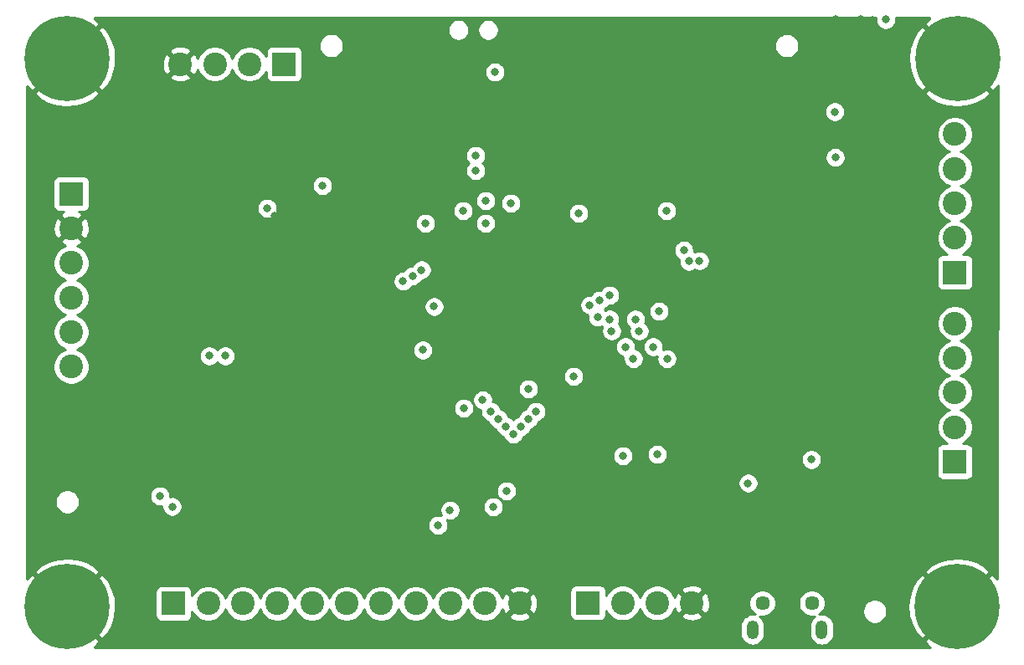
<source format=gbr>
%TF.GenerationSoftware,KiCad,Pcbnew,(5.1.8)-1*%
%TF.CreationDate,2020-12-28T13:01:50-08:00*%
%TF.ProjectId,STMboard,53544d62-6f61-4726-942e-6b696361645f,rev?*%
%TF.SameCoordinates,Original*%
%TF.FileFunction,Copper,L2,Inr*%
%TF.FilePolarity,Positive*%
%FSLAX46Y46*%
G04 Gerber Fmt 4.6, Leading zero omitted, Abs format (unit mm)*
G04 Created by KiCad (PCBNEW (5.1.8)-1) date 2020-12-28 13:01:50*
%MOMM*%
%LPD*%
G01*
G04 APERTURE LIST*
%TA.AperFunction,ComponentPad*%
%ADD10R,2.400000X2.400000*%
%TD*%
%TA.AperFunction,ComponentPad*%
%ADD11C,2.400000*%
%TD*%
%TA.AperFunction,ComponentPad*%
%ADD12C,0.900000*%
%TD*%
%TA.AperFunction,ComponentPad*%
%ADD13C,8.600000*%
%TD*%
%TA.AperFunction,ComponentPad*%
%ADD14C,1.450000*%
%TD*%
%TA.AperFunction,ComponentPad*%
%ADD15O,1.200000X1.900000*%
%TD*%
%TA.AperFunction,ViaPad*%
%ADD16C,0.800000*%
%TD*%
%TA.AperFunction,Conductor*%
%ADD17C,0.254000*%
%TD*%
%TA.AperFunction,Conductor*%
%ADD18C,0.100000*%
%TD*%
G04 APERTURE END LIST*
D10*
%TO.N,+5V*%
%TO.C,J8*%
X185110000Y-115830000D03*
D11*
%TO.N,Net-(J8-Pad2)*%
X185110000Y-112330000D03*
%TO.N,Net-(J8-Pad3)*%
X185110000Y-108830000D03*
%TO.N,Net-(J8-Pad4)*%
X185110000Y-105330000D03*
%TO.N,Net-(J8-Pad5)*%
X185110000Y-101830000D03*
%TD*%
D12*
%TO.N,GND*%
%TO.C,H1*%
X187655419Y-72719581D03*
X185375000Y-71775000D03*
X183094581Y-72719581D03*
X182150000Y-75000000D03*
X183094581Y-77280419D03*
X185375000Y-78225000D03*
X187655419Y-77280419D03*
X188600000Y-75000000D03*
D13*
X185375000Y-75000000D03*
%TD*%
D12*
%TO.N,GND*%
%TO.C,H2*%
X187605419Y-128219581D03*
X185325000Y-127275000D03*
X183044581Y-128219581D03*
X182100000Y-130500000D03*
X183044581Y-132780419D03*
X185325000Y-133725000D03*
X187605419Y-132780419D03*
X188550000Y-130500000D03*
D13*
X185325000Y-130500000D03*
%TD*%
%TO.N,GND*%
%TO.C,H3*%
X95325000Y-130500000D03*
D12*
X98550000Y-130500000D03*
X97605419Y-132780419D03*
X95325000Y-133725000D03*
X93044581Y-132780419D03*
X92100000Y-130500000D03*
X93044581Y-128219581D03*
X95325000Y-127275000D03*
X97605419Y-128219581D03*
%TD*%
D13*
%TO.N,GND*%
%TO.C,H4*%
X95325000Y-75000000D03*
D12*
X98550000Y-75000000D03*
X97605419Y-77280419D03*
X95325000Y-78225000D03*
X93044581Y-77280419D03*
X92100000Y-75000000D03*
X93044581Y-72719581D03*
X95325000Y-71775000D03*
X97605419Y-72719581D03*
%TD*%
D10*
%TO.N,+12V*%
%TO.C,J1*%
X95760000Y-88700000D03*
D11*
%TO.N,GND*%
X95760000Y-92200000D03*
%TO.N,PC13*%
X95760000Y-95700000D03*
%TO.N,PC14*%
X95760000Y-99200000D03*
%TO.N,PC15*%
X95760000Y-102700000D03*
%TO.N,PC8*%
X95760000Y-106200000D03*
%TD*%
D14*
%TO.N,Net-(J2-Pad6)*%
%TO.C,J2*%
X165650000Y-130137500D03*
X170650000Y-130137500D03*
D15*
X164650000Y-132837500D03*
X171650000Y-132837500D03*
%TD*%
D11*
%TO.N,GND*%
%TO.C,J4*%
X106790000Y-75580000D03*
%TO.N,I2C1_SDA*%
X110290000Y-75580000D03*
%TO.N,I2C1_SCL*%
X113790000Y-75580000D03*
D10*
%TO.N,+3V3*%
X117290000Y-75580000D03*
%TD*%
D11*
%TO.N,Net-(J5-Pad5)*%
%TO.C,J5*%
X185120000Y-82670000D03*
%TO.N,Net-(J5-Pad4)*%
X185120000Y-86170000D03*
%TO.N,Net-(J5-Pad3)*%
X185120000Y-89670000D03*
%TO.N,Net-(J5-Pad2)*%
X185120000Y-93170000D03*
D10*
%TO.N,+5V*%
X185120000Y-96670000D03*
%TD*%
%TO.N,+3V3*%
%TO.C,J6*%
X106100000Y-130170000D03*
D11*
%TO.N,PA4*%
X109600000Y-130170000D03*
%TO.N,PA5*%
X113100000Y-130170000D03*
%TO.N,PA6*%
X116600000Y-130170000D03*
%TO.N,PA7*%
X120100000Y-130170000D03*
%TO.N,PC4*%
X123600000Y-130170000D03*
%TO.N,PC5*%
X127100000Y-130170000D03*
%TO.N,PB0*%
X130600000Y-130170000D03*
%TO.N,PB1*%
X134100000Y-130170000D03*
%TO.N,PB2*%
X137600000Y-130170000D03*
%TO.N,GND*%
X141100000Y-130170000D03*
%TD*%
D10*
%TO.N,+3V3*%
%TO.C,J7*%
X148010000Y-130120000D03*
D11*
%TO.N,UART3_TX*%
X151510000Y-130120000D03*
%TO.N,UART3_RX*%
X155010000Y-130120000D03*
%TO.N,GND*%
X158510000Y-130120000D03*
%TD*%
D16*
%TO.N,+3V3*%
X135450000Y-110400000D03*
X135382000Y-90424000D03*
X155956000Y-90424000D03*
X147066000Y-90678000D03*
X131572000Y-91694000D03*
X121158000Y-87884000D03*
X115570000Y-90170000D03*
X146558000Y-107188000D03*
X140208000Y-89662000D03*
X138600000Y-76390000D03*
X178120000Y-71070000D03*
X105960000Y-120370000D03*
X134060000Y-120720000D03*
X132860000Y-122260000D03*
X139760000Y-118790000D03*
X138430000Y-120390000D03*
X109710000Y-105110000D03*
X111330000Y-105110000D03*
X104720000Y-119280000D03*
X131310000Y-104520000D03*
%TO.N,GND*%
X120630000Y-91260000D03*
X113900000Y-85390000D03*
X123760000Y-108440000D03*
X134112000Y-75438000D03*
X161720000Y-110390000D03*
X161720000Y-98670000D03*
X130048000Y-91694000D03*
X116332000Y-90932000D03*
X112450000Y-116590000D03*
X150160000Y-107320000D03*
X135200000Y-106070000D03*
X173020000Y-71070000D03*
X175580000Y-71080000D03*
X176800000Y-71110000D03*
X125240000Y-101580000D03*
X129300000Y-101380000D03*
X143600000Y-120420000D03*
X119960000Y-114770000D03*
X115330000Y-106580000D03*
X119860000Y-121440000D03*
X118250000Y-120080000D03*
X121480000Y-120080000D03*
X108230000Y-123730000D03*
X129660000Y-119040000D03*
X124870000Y-99320000D03*
X127480000Y-93840000D03*
X118610000Y-113780000D03*
X109510000Y-122630000D03*
X106930000Y-122600000D03*
X117060000Y-107890000D03*
X126530000Y-121540000D03*
X125190000Y-120430000D03*
X128520000Y-120620000D03*
X136750000Y-92820000D03*
X151480000Y-95330000D03*
X150180000Y-93710000D03*
X147670000Y-86600000D03*
X123350000Y-82630000D03*
X122190000Y-81400000D03*
%TO.N,+5V*%
X164200000Y-118000000D03*
X170600000Y-115600000D03*
%TO.N,NRST*%
X173020000Y-85020000D03*
X172970000Y-80410000D03*
%TO.N,I2C1_SCL*%
X136652000Y-84836000D03*
%TO.N,I2C1_SDA*%
X136652000Y-86360000D03*
%TO.N,PA4*%
X137360000Y-109570000D03*
%TO.N,PA5*%
X138176000Y-110744000D03*
%TO.N,PA6*%
X138938000Y-111506000D03*
%TO.N,PA7*%
X139700000Y-112268000D03*
%TO.N,PC4*%
X140462000Y-113030000D03*
%TO.N,PC5*%
X141224000Y-112268000D03*
%TO.N,PB0*%
X141986000Y-111506000D03*
%TO.N,PB1*%
X142748000Y-110744000D03*
%TO.N,PB2*%
X142000000Y-108458000D03*
%TO.N,UART3_RX*%
X155020000Y-115070000D03*
%TO.N,UART3_TX*%
X151530000Y-115220000D03*
%TO.N,BOOT0*%
X137668000Y-89408000D03*
X137663347Y-91698653D03*
%TO.N,STEP_2-4*%
X152600000Y-105400000D03*
X156000000Y-105400000D03*
%TO.N,STEP_2-3*%
X151800000Y-104200000D03*
X154600000Y-104200000D03*
%TO.N,STEP_2-2*%
X150400000Y-102600000D03*
X153200000Y-102600000D03*
%TO.N,STEP_2-1*%
X150200000Y-101400000D03*
X152800000Y-101400000D03*
%TO.N,STEP_1-4*%
X149000000Y-101200000D03*
X155200000Y-100600000D03*
%TO.N,STEP_1-3*%
X148200000Y-99975000D03*
X159287347Y-95487347D03*
%TO.N,STEP_1-2*%
X149200000Y-99475000D03*
X158215703Y-95533686D03*
%TO.N,STEP_1-1*%
X150200000Y-98962712D03*
X157708694Y-94425980D03*
%TO.N,PC15*%
X129320000Y-97549990D03*
%TO.N,PC14*%
X130272034Y-97025000D03*
%TO.N,PC13*%
X131180000Y-96400000D03*
%TO.N,PC8*%
X132450000Y-100120000D03*
%TD*%
D17*
%TO.N,GND*%
X177085000Y-70968061D02*
X177085000Y-71171939D01*
X177124774Y-71371898D01*
X177202795Y-71560256D01*
X177316063Y-71729774D01*
X177460226Y-71873937D01*
X177629744Y-71987205D01*
X177818102Y-72065226D01*
X178018061Y-72105000D01*
X178221939Y-72105000D01*
X178421898Y-72065226D01*
X178610256Y-71987205D01*
X178779774Y-71873937D01*
X178923937Y-71729774D01*
X179037205Y-71560256D01*
X179115226Y-71371898D01*
X179155000Y-71171939D01*
X179155000Y-70968061D01*
X179143451Y-70910000D01*
X182571206Y-70910000D01*
X182563946Y-70914851D01*
X182071787Y-71517182D01*
X185375000Y-74820395D01*
X185389143Y-74806253D01*
X185568748Y-74985858D01*
X185554605Y-75000000D01*
X188857818Y-78303213D01*
X189460149Y-77811054D01*
X189485020Y-77766014D01*
X189395172Y-127676708D01*
X188807818Y-127196787D01*
X185504605Y-130500000D01*
X185518748Y-130514143D01*
X185339143Y-130693748D01*
X185325000Y-130679605D01*
X182021787Y-133982818D01*
X182513946Y-134585149D01*
X182610301Y-134638356D01*
X98133682Y-134586734D01*
X98136054Y-134585149D01*
X98628213Y-133982818D01*
X95325000Y-130679605D01*
X95310858Y-130693748D01*
X95131253Y-130514143D01*
X95145395Y-130500000D01*
X95504605Y-130500000D01*
X98807818Y-133803213D01*
X99410149Y-133311054D01*
X99880063Y-132460067D01*
X99890641Y-132426835D01*
X163415000Y-132426835D01*
X163415000Y-133248164D01*
X163432870Y-133429601D01*
X163503489Y-133662400D01*
X163618167Y-133876948D01*
X163772498Y-134065002D01*
X163960551Y-134219333D01*
X164175099Y-134334011D01*
X164407898Y-134404630D01*
X164650000Y-134428475D01*
X164892101Y-134404630D01*
X165124900Y-134334011D01*
X165339448Y-134219333D01*
X165527502Y-134065002D01*
X165681833Y-133876949D01*
X165796511Y-133662401D01*
X165867130Y-133429602D01*
X165885000Y-133248165D01*
X165885000Y-132426836D01*
X165867130Y-132245399D01*
X165796511Y-132012599D01*
X165681833Y-131798051D01*
X165527502Y-131609998D01*
X165350232Y-131464516D01*
X165516052Y-131497500D01*
X165783948Y-131497500D01*
X166046697Y-131445236D01*
X166294201Y-131342716D01*
X166516949Y-131193881D01*
X166706381Y-131004449D01*
X166855216Y-130781701D01*
X166957736Y-130534197D01*
X167010000Y-130271448D01*
X167010000Y-130003552D01*
X169290000Y-130003552D01*
X169290000Y-130271448D01*
X169342264Y-130534197D01*
X169444784Y-130781701D01*
X169593619Y-131004449D01*
X169783051Y-131193881D01*
X170005799Y-131342716D01*
X170253303Y-131445236D01*
X170516052Y-131497500D01*
X170783948Y-131497500D01*
X170949768Y-131464516D01*
X170772498Y-131609998D01*
X170618167Y-131798052D01*
X170503489Y-132012600D01*
X170432870Y-132245399D01*
X170415000Y-132426836D01*
X170415000Y-133248165D01*
X170432870Y-133429602D01*
X170503489Y-133662401D01*
X170618168Y-133876949D01*
X170772499Y-134065002D01*
X170960552Y-134219333D01*
X171175100Y-134334011D01*
X171407899Y-134404630D01*
X171650000Y-134428475D01*
X171892102Y-134404630D01*
X172124901Y-134334011D01*
X172339449Y-134219333D01*
X172527502Y-134065002D01*
X172681833Y-133876949D01*
X172796511Y-133662401D01*
X172867130Y-133429601D01*
X172885000Y-133248164D01*
X172885000Y-132426835D01*
X172867130Y-132245398D01*
X172796511Y-132012599D01*
X172681833Y-131798051D01*
X172527502Y-131609998D01*
X172339448Y-131455667D01*
X172124900Y-131340989D01*
X171892101Y-131270370D01*
X171650000Y-131246525D01*
X171407898Y-131270370D01*
X171397965Y-131273383D01*
X171516949Y-131193881D01*
X171706381Y-131004449D01*
X171808985Y-130850890D01*
X175760048Y-130850890D01*
X175760048Y-131097110D01*
X175808083Y-131338598D01*
X175902307Y-131566074D01*
X176039099Y-131770798D01*
X176213202Y-131944901D01*
X176417926Y-132081693D01*
X176645402Y-132175917D01*
X176886890Y-132223952D01*
X177133110Y-132223952D01*
X177374598Y-132175917D01*
X177602074Y-132081693D01*
X177806798Y-131944901D01*
X177980901Y-131770798D01*
X178117693Y-131566074D01*
X178211917Y-131338598D01*
X178259952Y-131097110D01*
X178259952Y-130850890D01*
X178211917Y-130609402D01*
X178138551Y-130432281D01*
X180366586Y-130432281D01*
X180448649Y-131400921D01*
X180718107Y-132334938D01*
X181164606Y-133198440D01*
X181239851Y-133311054D01*
X181842182Y-133803213D01*
X185145395Y-130500000D01*
X181842182Y-127196787D01*
X181239851Y-127688946D01*
X180769937Y-128539933D01*
X180475071Y-129466243D01*
X180366586Y-130432281D01*
X178138551Y-130432281D01*
X178117693Y-130381926D01*
X177980901Y-130177202D01*
X177806798Y-130003099D01*
X177602074Y-129866307D01*
X177374598Y-129772083D01*
X177133110Y-129724048D01*
X176886890Y-129724048D01*
X176645402Y-129772083D01*
X176417926Y-129866307D01*
X176213202Y-130003099D01*
X176039099Y-130177202D01*
X175902307Y-130381926D01*
X175808083Y-130609402D01*
X175760048Y-130850890D01*
X171808985Y-130850890D01*
X171855216Y-130781701D01*
X171957736Y-130534197D01*
X172010000Y-130271448D01*
X172010000Y-130003552D01*
X171957736Y-129740803D01*
X171855216Y-129493299D01*
X171706381Y-129270551D01*
X171516949Y-129081119D01*
X171294201Y-128932284D01*
X171046697Y-128829764D01*
X170783948Y-128777500D01*
X170516052Y-128777500D01*
X170253303Y-128829764D01*
X170005799Y-128932284D01*
X169783051Y-129081119D01*
X169593619Y-129270551D01*
X169444784Y-129493299D01*
X169342264Y-129740803D01*
X169290000Y-130003552D01*
X167010000Y-130003552D01*
X166957736Y-129740803D01*
X166855216Y-129493299D01*
X166706381Y-129270551D01*
X166516949Y-129081119D01*
X166294201Y-128932284D01*
X166046697Y-128829764D01*
X165783948Y-128777500D01*
X165516052Y-128777500D01*
X165253303Y-128829764D01*
X165005799Y-128932284D01*
X164783051Y-129081119D01*
X164593619Y-129270551D01*
X164444784Y-129493299D01*
X164342264Y-129740803D01*
X164290000Y-130003552D01*
X164290000Y-130271448D01*
X164342264Y-130534197D01*
X164444784Y-130781701D01*
X164593619Y-131004449D01*
X164783051Y-131193881D01*
X164902035Y-131273383D01*
X164892102Y-131270370D01*
X164650000Y-131246525D01*
X164407899Y-131270370D01*
X164175100Y-131340989D01*
X163960552Y-131455667D01*
X163772499Y-131609998D01*
X163618168Y-131798051D01*
X163503489Y-132012599D01*
X163432870Y-132245398D01*
X163415000Y-132426835D01*
X99890641Y-132426835D01*
X100174929Y-131533757D01*
X100283414Y-130567719D01*
X100201351Y-129599079D01*
X100019866Y-128970000D01*
X104261928Y-128970000D01*
X104261928Y-131370000D01*
X104274188Y-131494482D01*
X104310498Y-131614180D01*
X104369463Y-131724494D01*
X104448815Y-131821185D01*
X104545506Y-131900537D01*
X104655820Y-131959502D01*
X104775518Y-131995812D01*
X104900000Y-132008072D01*
X107300000Y-132008072D01*
X107424482Y-131995812D01*
X107544180Y-131959502D01*
X107654494Y-131900537D01*
X107751185Y-131821185D01*
X107830537Y-131724494D01*
X107889502Y-131614180D01*
X107925812Y-131494482D01*
X107938072Y-131370000D01*
X107938072Y-130952838D01*
X107973844Y-131039199D01*
X108174662Y-131339744D01*
X108430256Y-131595338D01*
X108730801Y-131796156D01*
X109064750Y-131934482D01*
X109419268Y-132005000D01*
X109780732Y-132005000D01*
X110135250Y-131934482D01*
X110469199Y-131796156D01*
X110769744Y-131595338D01*
X111025338Y-131339744D01*
X111226156Y-131039199D01*
X111350000Y-130740213D01*
X111473844Y-131039199D01*
X111674662Y-131339744D01*
X111930256Y-131595338D01*
X112230801Y-131796156D01*
X112564750Y-131934482D01*
X112919268Y-132005000D01*
X113280732Y-132005000D01*
X113635250Y-131934482D01*
X113969199Y-131796156D01*
X114269744Y-131595338D01*
X114525338Y-131339744D01*
X114726156Y-131039199D01*
X114850000Y-130740213D01*
X114973844Y-131039199D01*
X115174662Y-131339744D01*
X115430256Y-131595338D01*
X115730801Y-131796156D01*
X116064750Y-131934482D01*
X116419268Y-132005000D01*
X116780732Y-132005000D01*
X117135250Y-131934482D01*
X117469199Y-131796156D01*
X117769744Y-131595338D01*
X118025338Y-131339744D01*
X118226156Y-131039199D01*
X118350000Y-130740213D01*
X118473844Y-131039199D01*
X118674662Y-131339744D01*
X118930256Y-131595338D01*
X119230801Y-131796156D01*
X119564750Y-131934482D01*
X119919268Y-132005000D01*
X120280732Y-132005000D01*
X120635250Y-131934482D01*
X120969199Y-131796156D01*
X121269744Y-131595338D01*
X121525338Y-131339744D01*
X121726156Y-131039199D01*
X121850000Y-130740213D01*
X121973844Y-131039199D01*
X122174662Y-131339744D01*
X122430256Y-131595338D01*
X122730801Y-131796156D01*
X123064750Y-131934482D01*
X123419268Y-132005000D01*
X123780732Y-132005000D01*
X124135250Y-131934482D01*
X124469199Y-131796156D01*
X124769744Y-131595338D01*
X125025338Y-131339744D01*
X125226156Y-131039199D01*
X125350000Y-130740213D01*
X125473844Y-131039199D01*
X125674662Y-131339744D01*
X125930256Y-131595338D01*
X126230801Y-131796156D01*
X126564750Y-131934482D01*
X126919268Y-132005000D01*
X127280732Y-132005000D01*
X127635250Y-131934482D01*
X127969199Y-131796156D01*
X128269744Y-131595338D01*
X128525338Y-131339744D01*
X128726156Y-131039199D01*
X128850000Y-130740213D01*
X128973844Y-131039199D01*
X129174662Y-131339744D01*
X129430256Y-131595338D01*
X129730801Y-131796156D01*
X130064750Y-131934482D01*
X130419268Y-132005000D01*
X130780732Y-132005000D01*
X131135250Y-131934482D01*
X131469199Y-131796156D01*
X131769744Y-131595338D01*
X132025338Y-131339744D01*
X132226156Y-131039199D01*
X132350000Y-130740213D01*
X132473844Y-131039199D01*
X132674662Y-131339744D01*
X132930256Y-131595338D01*
X133230801Y-131796156D01*
X133564750Y-131934482D01*
X133919268Y-132005000D01*
X134280732Y-132005000D01*
X134635250Y-131934482D01*
X134969199Y-131796156D01*
X135269744Y-131595338D01*
X135525338Y-131339744D01*
X135726156Y-131039199D01*
X135850000Y-130740213D01*
X135973844Y-131039199D01*
X136174662Y-131339744D01*
X136430256Y-131595338D01*
X136730801Y-131796156D01*
X137064750Y-131934482D01*
X137419268Y-132005000D01*
X137780732Y-132005000D01*
X138135250Y-131934482D01*
X138469199Y-131796156D01*
X138769744Y-131595338D01*
X138917102Y-131447980D01*
X140001626Y-131447980D01*
X140121514Y-131732836D01*
X140445210Y-131893699D01*
X140794069Y-131988322D01*
X141154684Y-132013067D01*
X141513198Y-131966985D01*
X141855833Y-131851846D01*
X142078486Y-131732836D01*
X142198374Y-131447980D01*
X141100000Y-130349605D01*
X140001626Y-131447980D01*
X138917102Y-131447980D01*
X139025338Y-131339744D01*
X139226156Y-131039199D01*
X139353190Y-130732511D01*
X139418154Y-130925833D01*
X139537164Y-131148486D01*
X139822020Y-131268374D01*
X140920395Y-130170000D01*
X141279605Y-130170000D01*
X142377980Y-131268374D01*
X142662836Y-131148486D01*
X142823699Y-130824790D01*
X142918322Y-130475931D01*
X142943067Y-130115316D01*
X142896985Y-129756802D01*
X142781846Y-129414167D01*
X142662836Y-129191514D01*
X142377980Y-129071626D01*
X141279605Y-130170000D01*
X140920395Y-130170000D01*
X139822020Y-129071626D01*
X139537164Y-129191514D01*
X139376301Y-129515210D01*
X139352031Y-129604690D01*
X139226156Y-129300801D01*
X139025338Y-129000256D01*
X138917102Y-128892020D01*
X140001626Y-128892020D01*
X141100000Y-129990395D01*
X142170394Y-128920000D01*
X146171928Y-128920000D01*
X146171928Y-131320000D01*
X146184188Y-131444482D01*
X146220498Y-131564180D01*
X146279463Y-131674494D01*
X146358815Y-131771185D01*
X146455506Y-131850537D01*
X146565820Y-131909502D01*
X146685518Y-131945812D01*
X146810000Y-131958072D01*
X149210000Y-131958072D01*
X149334482Y-131945812D01*
X149454180Y-131909502D01*
X149564494Y-131850537D01*
X149661185Y-131771185D01*
X149740537Y-131674494D01*
X149799502Y-131564180D01*
X149835812Y-131444482D01*
X149848072Y-131320000D01*
X149848072Y-130902838D01*
X149883844Y-130989199D01*
X150084662Y-131289744D01*
X150340256Y-131545338D01*
X150640801Y-131746156D01*
X150974750Y-131884482D01*
X151329268Y-131955000D01*
X151690732Y-131955000D01*
X152045250Y-131884482D01*
X152379199Y-131746156D01*
X152679744Y-131545338D01*
X152935338Y-131289744D01*
X153136156Y-130989199D01*
X153260000Y-130690213D01*
X153383844Y-130989199D01*
X153584662Y-131289744D01*
X153840256Y-131545338D01*
X154140801Y-131746156D01*
X154474750Y-131884482D01*
X154829268Y-131955000D01*
X155190732Y-131955000D01*
X155545250Y-131884482D01*
X155879199Y-131746156D01*
X156179744Y-131545338D01*
X156327102Y-131397980D01*
X157411626Y-131397980D01*
X157531514Y-131682836D01*
X157855210Y-131843699D01*
X158204069Y-131938322D01*
X158564684Y-131963067D01*
X158923198Y-131916985D01*
X159265833Y-131801846D01*
X159488486Y-131682836D01*
X159608374Y-131397980D01*
X158510000Y-130299605D01*
X157411626Y-131397980D01*
X156327102Y-131397980D01*
X156435338Y-131289744D01*
X156636156Y-130989199D01*
X156763190Y-130682511D01*
X156828154Y-130875833D01*
X156947164Y-131098486D01*
X157232020Y-131218374D01*
X158330395Y-130120000D01*
X158689605Y-130120000D01*
X159787980Y-131218374D01*
X160072836Y-131098486D01*
X160233699Y-130774790D01*
X160328322Y-130425931D01*
X160353067Y-130065316D01*
X160306985Y-129706802D01*
X160191846Y-129364167D01*
X160072836Y-129141514D01*
X159787980Y-129021626D01*
X158689605Y-130120000D01*
X158330395Y-130120000D01*
X157232020Y-129021626D01*
X156947164Y-129141514D01*
X156786301Y-129465210D01*
X156762031Y-129554690D01*
X156636156Y-129250801D01*
X156435338Y-128950256D01*
X156327102Y-128842020D01*
X157411626Y-128842020D01*
X158510000Y-129940395D01*
X159608374Y-128842020D01*
X159488486Y-128557164D01*
X159164790Y-128396301D01*
X158815931Y-128301678D01*
X158455316Y-128276933D01*
X158096802Y-128323015D01*
X157754167Y-128438154D01*
X157531514Y-128557164D01*
X157411626Y-128842020D01*
X156327102Y-128842020D01*
X156179744Y-128694662D01*
X155879199Y-128493844D01*
X155545250Y-128355518D01*
X155190732Y-128285000D01*
X154829268Y-128285000D01*
X154474750Y-128355518D01*
X154140801Y-128493844D01*
X153840256Y-128694662D01*
X153584662Y-128950256D01*
X153383844Y-129250801D01*
X153260000Y-129549787D01*
X153136156Y-129250801D01*
X152935338Y-128950256D01*
X152679744Y-128694662D01*
X152379199Y-128493844D01*
X152045250Y-128355518D01*
X151690732Y-128285000D01*
X151329268Y-128285000D01*
X150974750Y-128355518D01*
X150640801Y-128493844D01*
X150340256Y-128694662D01*
X150084662Y-128950256D01*
X149883844Y-129250801D01*
X149848072Y-129337162D01*
X149848072Y-128920000D01*
X149835812Y-128795518D01*
X149799502Y-128675820D01*
X149740537Y-128565506D01*
X149661185Y-128468815D01*
X149564494Y-128389463D01*
X149454180Y-128330498D01*
X149334482Y-128294188D01*
X149210000Y-128281928D01*
X146810000Y-128281928D01*
X146685518Y-128294188D01*
X146565820Y-128330498D01*
X146455506Y-128389463D01*
X146358815Y-128468815D01*
X146279463Y-128565506D01*
X146220498Y-128675820D01*
X146184188Y-128795518D01*
X146171928Y-128920000D01*
X142170394Y-128920000D01*
X142198374Y-128892020D01*
X142078486Y-128607164D01*
X141754790Y-128446301D01*
X141405931Y-128351678D01*
X141045316Y-128326933D01*
X140686802Y-128373015D01*
X140344167Y-128488154D01*
X140121514Y-128607164D01*
X140001626Y-128892020D01*
X138917102Y-128892020D01*
X138769744Y-128744662D01*
X138469199Y-128543844D01*
X138135250Y-128405518D01*
X137780732Y-128335000D01*
X137419268Y-128335000D01*
X137064750Y-128405518D01*
X136730801Y-128543844D01*
X136430256Y-128744662D01*
X136174662Y-129000256D01*
X135973844Y-129300801D01*
X135850000Y-129599787D01*
X135726156Y-129300801D01*
X135525338Y-129000256D01*
X135269744Y-128744662D01*
X134969199Y-128543844D01*
X134635250Y-128405518D01*
X134280732Y-128335000D01*
X133919268Y-128335000D01*
X133564750Y-128405518D01*
X133230801Y-128543844D01*
X132930256Y-128744662D01*
X132674662Y-129000256D01*
X132473844Y-129300801D01*
X132350000Y-129599787D01*
X132226156Y-129300801D01*
X132025338Y-129000256D01*
X131769744Y-128744662D01*
X131469199Y-128543844D01*
X131135250Y-128405518D01*
X130780732Y-128335000D01*
X130419268Y-128335000D01*
X130064750Y-128405518D01*
X129730801Y-128543844D01*
X129430256Y-128744662D01*
X129174662Y-129000256D01*
X128973844Y-129300801D01*
X128850000Y-129599787D01*
X128726156Y-129300801D01*
X128525338Y-129000256D01*
X128269744Y-128744662D01*
X127969199Y-128543844D01*
X127635250Y-128405518D01*
X127280732Y-128335000D01*
X126919268Y-128335000D01*
X126564750Y-128405518D01*
X126230801Y-128543844D01*
X125930256Y-128744662D01*
X125674662Y-129000256D01*
X125473844Y-129300801D01*
X125350000Y-129599787D01*
X125226156Y-129300801D01*
X125025338Y-129000256D01*
X124769744Y-128744662D01*
X124469199Y-128543844D01*
X124135250Y-128405518D01*
X123780732Y-128335000D01*
X123419268Y-128335000D01*
X123064750Y-128405518D01*
X122730801Y-128543844D01*
X122430256Y-128744662D01*
X122174662Y-129000256D01*
X121973844Y-129300801D01*
X121850000Y-129599787D01*
X121726156Y-129300801D01*
X121525338Y-129000256D01*
X121269744Y-128744662D01*
X120969199Y-128543844D01*
X120635250Y-128405518D01*
X120280732Y-128335000D01*
X119919268Y-128335000D01*
X119564750Y-128405518D01*
X119230801Y-128543844D01*
X118930256Y-128744662D01*
X118674662Y-129000256D01*
X118473844Y-129300801D01*
X118350000Y-129599787D01*
X118226156Y-129300801D01*
X118025338Y-129000256D01*
X117769744Y-128744662D01*
X117469199Y-128543844D01*
X117135250Y-128405518D01*
X116780732Y-128335000D01*
X116419268Y-128335000D01*
X116064750Y-128405518D01*
X115730801Y-128543844D01*
X115430256Y-128744662D01*
X115174662Y-129000256D01*
X114973844Y-129300801D01*
X114850000Y-129599787D01*
X114726156Y-129300801D01*
X114525338Y-129000256D01*
X114269744Y-128744662D01*
X113969199Y-128543844D01*
X113635250Y-128405518D01*
X113280732Y-128335000D01*
X112919268Y-128335000D01*
X112564750Y-128405518D01*
X112230801Y-128543844D01*
X111930256Y-128744662D01*
X111674662Y-129000256D01*
X111473844Y-129300801D01*
X111350000Y-129599787D01*
X111226156Y-129300801D01*
X111025338Y-129000256D01*
X110769744Y-128744662D01*
X110469199Y-128543844D01*
X110135250Y-128405518D01*
X109780732Y-128335000D01*
X109419268Y-128335000D01*
X109064750Y-128405518D01*
X108730801Y-128543844D01*
X108430256Y-128744662D01*
X108174662Y-129000256D01*
X107973844Y-129300801D01*
X107938072Y-129387162D01*
X107938072Y-128970000D01*
X107925812Y-128845518D01*
X107889502Y-128725820D01*
X107830537Y-128615506D01*
X107751185Y-128518815D01*
X107654494Y-128439463D01*
X107544180Y-128380498D01*
X107424482Y-128344188D01*
X107300000Y-128331928D01*
X104900000Y-128331928D01*
X104775518Y-128344188D01*
X104655820Y-128380498D01*
X104545506Y-128439463D01*
X104448815Y-128518815D01*
X104369463Y-128615506D01*
X104310498Y-128725820D01*
X104274188Y-128845518D01*
X104261928Y-128970000D01*
X100019866Y-128970000D01*
X99931893Y-128665062D01*
X99485394Y-127801560D01*
X99410149Y-127688946D01*
X98807818Y-127196787D01*
X95504605Y-130500000D01*
X95145395Y-130500000D01*
X91842182Y-127196787D01*
X91239851Y-127688946D01*
X91235000Y-127697731D01*
X91235000Y-127017182D01*
X92021787Y-127017182D01*
X95325000Y-130320395D01*
X98628213Y-127017182D01*
X182021787Y-127017182D01*
X185325000Y-130320395D01*
X188628213Y-127017182D01*
X188136054Y-126414851D01*
X187285067Y-125944937D01*
X186358757Y-125650071D01*
X185392719Y-125541586D01*
X184424079Y-125623649D01*
X183490062Y-125893107D01*
X182626560Y-126339606D01*
X182513946Y-126414851D01*
X182021787Y-127017182D01*
X98628213Y-127017182D01*
X98136054Y-126414851D01*
X97285067Y-125944937D01*
X96358757Y-125650071D01*
X95392719Y-125541586D01*
X94424079Y-125623649D01*
X93490062Y-125893107D01*
X92626560Y-126339606D01*
X92513946Y-126414851D01*
X92021787Y-127017182D01*
X91235000Y-127017182D01*
X91235000Y-122158061D01*
X131825000Y-122158061D01*
X131825000Y-122361939D01*
X131864774Y-122561898D01*
X131942795Y-122750256D01*
X132056063Y-122919774D01*
X132200226Y-123063937D01*
X132369744Y-123177205D01*
X132558102Y-123255226D01*
X132758061Y-123295000D01*
X132961939Y-123295000D01*
X133161898Y-123255226D01*
X133350256Y-123177205D01*
X133519774Y-123063937D01*
X133663937Y-122919774D01*
X133777205Y-122750256D01*
X133855226Y-122561898D01*
X133895000Y-122361939D01*
X133895000Y-122158061D01*
X133855226Y-121958102D01*
X133777205Y-121769744D01*
X133734147Y-121705304D01*
X133758102Y-121715226D01*
X133958061Y-121755000D01*
X134161939Y-121755000D01*
X134361898Y-121715226D01*
X134550256Y-121637205D01*
X134719774Y-121523937D01*
X134863937Y-121379774D01*
X134977205Y-121210256D01*
X135055226Y-121021898D01*
X135095000Y-120821939D01*
X135095000Y-120618061D01*
X135055226Y-120418102D01*
X135001361Y-120288061D01*
X137395000Y-120288061D01*
X137395000Y-120491939D01*
X137434774Y-120691898D01*
X137512795Y-120880256D01*
X137626063Y-121049774D01*
X137770226Y-121193937D01*
X137939744Y-121307205D01*
X138128102Y-121385226D01*
X138328061Y-121425000D01*
X138531939Y-121425000D01*
X138731898Y-121385226D01*
X138920256Y-121307205D01*
X139089774Y-121193937D01*
X139233937Y-121049774D01*
X139347205Y-120880256D01*
X139425226Y-120691898D01*
X139465000Y-120491939D01*
X139465000Y-120288061D01*
X139425226Y-120088102D01*
X139347205Y-119899744D01*
X139233937Y-119730226D01*
X139089774Y-119586063D01*
X138920256Y-119472795D01*
X138731898Y-119394774D01*
X138531939Y-119355000D01*
X138328061Y-119355000D01*
X138128102Y-119394774D01*
X137939744Y-119472795D01*
X137770226Y-119586063D01*
X137626063Y-119730226D01*
X137512795Y-119899744D01*
X137434774Y-120088102D01*
X137395000Y-120288061D01*
X135001361Y-120288061D01*
X134977205Y-120229744D01*
X134863937Y-120060226D01*
X134719774Y-119916063D01*
X134550256Y-119802795D01*
X134361898Y-119724774D01*
X134161939Y-119685000D01*
X133958061Y-119685000D01*
X133758102Y-119724774D01*
X133569744Y-119802795D01*
X133400226Y-119916063D01*
X133256063Y-120060226D01*
X133142795Y-120229744D01*
X133064774Y-120418102D01*
X133025000Y-120618061D01*
X133025000Y-120821939D01*
X133064774Y-121021898D01*
X133142795Y-121210256D01*
X133185853Y-121274696D01*
X133161898Y-121264774D01*
X132961939Y-121225000D01*
X132758061Y-121225000D01*
X132558102Y-121264774D01*
X132369744Y-121342795D01*
X132200226Y-121456063D01*
X132056063Y-121600226D01*
X131942795Y-121769744D01*
X131864774Y-121958102D01*
X131825000Y-122158061D01*
X91235000Y-122158061D01*
X91235000Y-119766890D01*
X94110048Y-119766890D01*
X94110048Y-120013110D01*
X94158083Y-120254598D01*
X94252307Y-120482074D01*
X94389099Y-120686798D01*
X94563202Y-120860901D01*
X94767926Y-120997693D01*
X94995402Y-121091917D01*
X95236890Y-121139952D01*
X95483110Y-121139952D01*
X95724598Y-121091917D01*
X95952074Y-120997693D01*
X96156798Y-120860901D01*
X96330901Y-120686798D01*
X96467693Y-120482074D01*
X96561917Y-120254598D01*
X96609952Y-120013110D01*
X96609952Y-119766890D01*
X96561917Y-119525402D01*
X96467693Y-119297926D01*
X96387602Y-119178061D01*
X103685000Y-119178061D01*
X103685000Y-119381939D01*
X103724774Y-119581898D01*
X103802795Y-119770256D01*
X103916063Y-119939774D01*
X104060226Y-120083937D01*
X104229744Y-120197205D01*
X104418102Y-120275226D01*
X104618061Y-120315000D01*
X104821939Y-120315000D01*
X104925000Y-120294500D01*
X104925000Y-120471939D01*
X104964774Y-120671898D01*
X105042795Y-120860256D01*
X105156063Y-121029774D01*
X105300226Y-121173937D01*
X105469744Y-121287205D01*
X105658102Y-121365226D01*
X105858061Y-121405000D01*
X106061939Y-121405000D01*
X106261898Y-121365226D01*
X106450256Y-121287205D01*
X106619774Y-121173937D01*
X106763937Y-121029774D01*
X106877205Y-120860256D01*
X106955226Y-120671898D01*
X106995000Y-120471939D01*
X106995000Y-120268061D01*
X106955226Y-120068102D01*
X106877205Y-119879744D01*
X106763937Y-119710226D01*
X106619774Y-119566063D01*
X106450256Y-119452795D01*
X106261898Y-119374774D01*
X106061939Y-119335000D01*
X105858061Y-119335000D01*
X105755000Y-119355500D01*
X105755000Y-119178061D01*
X105715226Y-118978102D01*
X105637205Y-118789744D01*
X105569263Y-118688061D01*
X138725000Y-118688061D01*
X138725000Y-118891939D01*
X138764774Y-119091898D01*
X138842795Y-119280256D01*
X138956063Y-119449774D01*
X139100226Y-119593937D01*
X139269744Y-119707205D01*
X139458102Y-119785226D01*
X139658061Y-119825000D01*
X139861939Y-119825000D01*
X140061898Y-119785226D01*
X140250256Y-119707205D01*
X140419774Y-119593937D01*
X140563937Y-119449774D01*
X140677205Y-119280256D01*
X140755226Y-119091898D01*
X140795000Y-118891939D01*
X140795000Y-118688061D01*
X140755226Y-118488102D01*
X140677205Y-118299744D01*
X140563937Y-118130226D01*
X140419774Y-117986063D01*
X140288070Y-117898061D01*
X163165000Y-117898061D01*
X163165000Y-118101939D01*
X163204774Y-118301898D01*
X163282795Y-118490256D01*
X163396063Y-118659774D01*
X163540226Y-118803937D01*
X163709744Y-118917205D01*
X163898102Y-118995226D01*
X164098061Y-119035000D01*
X164301939Y-119035000D01*
X164501898Y-118995226D01*
X164690256Y-118917205D01*
X164859774Y-118803937D01*
X165003937Y-118659774D01*
X165117205Y-118490256D01*
X165195226Y-118301898D01*
X165235000Y-118101939D01*
X165235000Y-117898061D01*
X165195226Y-117698102D01*
X165117205Y-117509744D01*
X165003937Y-117340226D01*
X164859774Y-117196063D01*
X164690256Y-117082795D01*
X164501898Y-117004774D01*
X164301939Y-116965000D01*
X164098061Y-116965000D01*
X163898102Y-117004774D01*
X163709744Y-117082795D01*
X163540226Y-117196063D01*
X163396063Y-117340226D01*
X163282795Y-117509744D01*
X163204774Y-117698102D01*
X163165000Y-117898061D01*
X140288070Y-117898061D01*
X140250256Y-117872795D01*
X140061898Y-117794774D01*
X139861939Y-117755000D01*
X139658061Y-117755000D01*
X139458102Y-117794774D01*
X139269744Y-117872795D01*
X139100226Y-117986063D01*
X138956063Y-118130226D01*
X138842795Y-118299744D01*
X138764774Y-118488102D01*
X138725000Y-118688061D01*
X105569263Y-118688061D01*
X105523937Y-118620226D01*
X105379774Y-118476063D01*
X105210256Y-118362795D01*
X105021898Y-118284774D01*
X104821939Y-118245000D01*
X104618061Y-118245000D01*
X104418102Y-118284774D01*
X104229744Y-118362795D01*
X104060226Y-118476063D01*
X103916063Y-118620226D01*
X103802795Y-118789744D01*
X103724774Y-118978102D01*
X103685000Y-119178061D01*
X96387602Y-119178061D01*
X96330901Y-119093202D01*
X96156798Y-118919099D01*
X95952074Y-118782307D01*
X95724598Y-118688083D01*
X95483110Y-118640048D01*
X95236890Y-118640048D01*
X94995402Y-118688083D01*
X94767926Y-118782307D01*
X94563202Y-118919099D01*
X94389099Y-119093202D01*
X94252307Y-119297926D01*
X94158083Y-119525402D01*
X94110048Y-119766890D01*
X91235000Y-119766890D01*
X91235000Y-115118061D01*
X150495000Y-115118061D01*
X150495000Y-115321939D01*
X150534774Y-115521898D01*
X150612795Y-115710256D01*
X150726063Y-115879774D01*
X150870226Y-116023937D01*
X151039744Y-116137205D01*
X151228102Y-116215226D01*
X151428061Y-116255000D01*
X151631939Y-116255000D01*
X151831898Y-116215226D01*
X152020256Y-116137205D01*
X152189774Y-116023937D01*
X152333937Y-115879774D01*
X152447205Y-115710256D01*
X152525226Y-115521898D01*
X152565000Y-115321939D01*
X152565000Y-115118061D01*
X152535164Y-114968061D01*
X153985000Y-114968061D01*
X153985000Y-115171939D01*
X154024774Y-115371898D01*
X154102795Y-115560256D01*
X154216063Y-115729774D01*
X154360226Y-115873937D01*
X154529744Y-115987205D01*
X154718102Y-116065226D01*
X154918061Y-116105000D01*
X155121939Y-116105000D01*
X155321898Y-116065226D01*
X155510256Y-115987205D01*
X155679774Y-115873937D01*
X155823937Y-115729774D01*
X155937205Y-115560256D01*
X155962967Y-115498061D01*
X169565000Y-115498061D01*
X169565000Y-115701939D01*
X169604774Y-115901898D01*
X169682795Y-116090256D01*
X169796063Y-116259774D01*
X169940226Y-116403937D01*
X170109744Y-116517205D01*
X170298102Y-116595226D01*
X170498061Y-116635000D01*
X170701939Y-116635000D01*
X170901898Y-116595226D01*
X171090256Y-116517205D01*
X171259774Y-116403937D01*
X171403937Y-116259774D01*
X171517205Y-116090256D01*
X171595226Y-115901898D01*
X171635000Y-115701939D01*
X171635000Y-115498061D01*
X171595226Y-115298102D01*
X171517205Y-115109744D01*
X171403937Y-114940226D01*
X171259774Y-114796063D01*
X171090256Y-114682795D01*
X170962799Y-114630000D01*
X183271928Y-114630000D01*
X183271928Y-117030000D01*
X183284188Y-117154482D01*
X183320498Y-117274180D01*
X183379463Y-117384494D01*
X183458815Y-117481185D01*
X183555506Y-117560537D01*
X183665820Y-117619502D01*
X183785518Y-117655812D01*
X183910000Y-117668072D01*
X186310000Y-117668072D01*
X186434482Y-117655812D01*
X186554180Y-117619502D01*
X186664494Y-117560537D01*
X186761185Y-117481185D01*
X186840537Y-117384494D01*
X186899502Y-117274180D01*
X186935812Y-117154482D01*
X186948072Y-117030000D01*
X186948072Y-114630000D01*
X186935812Y-114505518D01*
X186899502Y-114385820D01*
X186840537Y-114275506D01*
X186761185Y-114178815D01*
X186664494Y-114099463D01*
X186554180Y-114040498D01*
X186434482Y-114004188D01*
X186310000Y-113991928D01*
X185892838Y-113991928D01*
X185979199Y-113956156D01*
X186279744Y-113755338D01*
X186535338Y-113499744D01*
X186736156Y-113199199D01*
X186874482Y-112865250D01*
X186945000Y-112510732D01*
X186945000Y-112149268D01*
X186874482Y-111794750D01*
X186736156Y-111460801D01*
X186535338Y-111160256D01*
X186279744Y-110904662D01*
X185979199Y-110703844D01*
X185680213Y-110580000D01*
X185979199Y-110456156D01*
X186279744Y-110255338D01*
X186535338Y-109999744D01*
X186736156Y-109699199D01*
X186874482Y-109365250D01*
X186945000Y-109010732D01*
X186945000Y-108649268D01*
X186874482Y-108294750D01*
X186736156Y-107960801D01*
X186535338Y-107660256D01*
X186279744Y-107404662D01*
X185979199Y-107203844D01*
X185680213Y-107080000D01*
X185979199Y-106956156D01*
X186279744Y-106755338D01*
X186535338Y-106499744D01*
X186736156Y-106199199D01*
X186874482Y-105865250D01*
X186945000Y-105510732D01*
X186945000Y-105149268D01*
X186874482Y-104794750D01*
X186736156Y-104460801D01*
X186535338Y-104160256D01*
X186279744Y-103904662D01*
X185979199Y-103703844D01*
X185680213Y-103580000D01*
X185979199Y-103456156D01*
X186279744Y-103255338D01*
X186535338Y-102999744D01*
X186736156Y-102699199D01*
X186874482Y-102365250D01*
X186945000Y-102010732D01*
X186945000Y-101649268D01*
X186874482Y-101294750D01*
X186736156Y-100960801D01*
X186535338Y-100660256D01*
X186279744Y-100404662D01*
X185979199Y-100203844D01*
X185645250Y-100065518D01*
X185290732Y-99995000D01*
X184929268Y-99995000D01*
X184574750Y-100065518D01*
X184240801Y-100203844D01*
X183940256Y-100404662D01*
X183684662Y-100660256D01*
X183483844Y-100960801D01*
X183345518Y-101294750D01*
X183275000Y-101649268D01*
X183275000Y-102010732D01*
X183345518Y-102365250D01*
X183483844Y-102699199D01*
X183684662Y-102999744D01*
X183940256Y-103255338D01*
X184240801Y-103456156D01*
X184539787Y-103580000D01*
X184240801Y-103703844D01*
X183940256Y-103904662D01*
X183684662Y-104160256D01*
X183483844Y-104460801D01*
X183345518Y-104794750D01*
X183275000Y-105149268D01*
X183275000Y-105510732D01*
X183345518Y-105865250D01*
X183483844Y-106199199D01*
X183684662Y-106499744D01*
X183940256Y-106755338D01*
X184240801Y-106956156D01*
X184539787Y-107080000D01*
X184240801Y-107203844D01*
X183940256Y-107404662D01*
X183684662Y-107660256D01*
X183483844Y-107960801D01*
X183345518Y-108294750D01*
X183275000Y-108649268D01*
X183275000Y-109010732D01*
X183345518Y-109365250D01*
X183483844Y-109699199D01*
X183684662Y-109999744D01*
X183940256Y-110255338D01*
X184240801Y-110456156D01*
X184539787Y-110580000D01*
X184240801Y-110703844D01*
X183940256Y-110904662D01*
X183684662Y-111160256D01*
X183483844Y-111460801D01*
X183345518Y-111794750D01*
X183275000Y-112149268D01*
X183275000Y-112510732D01*
X183345518Y-112865250D01*
X183483844Y-113199199D01*
X183684662Y-113499744D01*
X183940256Y-113755338D01*
X184240801Y-113956156D01*
X184327162Y-113991928D01*
X183910000Y-113991928D01*
X183785518Y-114004188D01*
X183665820Y-114040498D01*
X183555506Y-114099463D01*
X183458815Y-114178815D01*
X183379463Y-114275506D01*
X183320498Y-114385820D01*
X183284188Y-114505518D01*
X183271928Y-114630000D01*
X170962799Y-114630000D01*
X170901898Y-114604774D01*
X170701939Y-114565000D01*
X170498061Y-114565000D01*
X170298102Y-114604774D01*
X170109744Y-114682795D01*
X169940226Y-114796063D01*
X169796063Y-114940226D01*
X169682795Y-115109744D01*
X169604774Y-115298102D01*
X169565000Y-115498061D01*
X155962967Y-115498061D01*
X156015226Y-115371898D01*
X156055000Y-115171939D01*
X156055000Y-114968061D01*
X156015226Y-114768102D01*
X155937205Y-114579744D01*
X155823937Y-114410226D01*
X155679774Y-114266063D01*
X155510256Y-114152795D01*
X155321898Y-114074774D01*
X155121939Y-114035000D01*
X154918061Y-114035000D01*
X154718102Y-114074774D01*
X154529744Y-114152795D01*
X154360226Y-114266063D01*
X154216063Y-114410226D01*
X154102795Y-114579744D01*
X154024774Y-114768102D01*
X153985000Y-114968061D01*
X152535164Y-114968061D01*
X152525226Y-114918102D01*
X152447205Y-114729744D01*
X152333937Y-114560226D01*
X152189774Y-114416063D01*
X152020256Y-114302795D01*
X151831898Y-114224774D01*
X151631939Y-114185000D01*
X151428061Y-114185000D01*
X151228102Y-114224774D01*
X151039744Y-114302795D01*
X150870226Y-114416063D01*
X150726063Y-114560226D01*
X150612795Y-114729744D01*
X150534774Y-114918102D01*
X150495000Y-115118061D01*
X91235000Y-115118061D01*
X91235000Y-110298061D01*
X134415000Y-110298061D01*
X134415000Y-110501939D01*
X134454774Y-110701898D01*
X134532795Y-110890256D01*
X134646063Y-111059774D01*
X134790226Y-111203937D01*
X134959744Y-111317205D01*
X135148102Y-111395226D01*
X135348061Y-111435000D01*
X135551939Y-111435000D01*
X135751898Y-111395226D01*
X135940256Y-111317205D01*
X136109774Y-111203937D01*
X136253937Y-111059774D01*
X136367205Y-110890256D01*
X136445226Y-110701898D01*
X136485000Y-110501939D01*
X136485000Y-110298061D01*
X136445226Y-110098102D01*
X136367205Y-109909744D01*
X136253937Y-109740226D01*
X136109774Y-109596063D01*
X135940256Y-109482795D01*
X135904686Y-109468061D01*
X136325000Y-109468061D01*
X136325000Y-109671939D01*
X136364774Y-109871898D01*
X136442795Y-110060256D01*
X136556063Y-110229774D01*
X136700226Y-110373937D01*
X136869744Y-110487205D01*
X137058102Y-110565226D01*
X137152547Y-110584012D01*
X137141000Y-110642061D01*
X137141000Y-110845939D01*
X137180774Y-111045898D01*
X137258795Y-111234256D01*
X137372063Y-111403774D01*
X137516226Y-111547937D01*
X137685744Y-111661205D01*
X137874102Y-111739226D01*
X137931381Y-111750619D01*
X137942774Y-111807898D01*
X138020795Y-111996256D01*
X138134063Y-112165774D01*
X138278226Y-112309937D01*
X138447744Y-112423205D01*
X138636102Y-112501226D01*
X138693381Y-112512619D01*
X138704774Y-112569898D01*
X138782795Y-112758256D01*
X138896063Y-112927774D01*
X139040226Y-113071937D01*
X139209744Y-113185205D01*
X139398102Y-113263226D01*
X139455381Y-113274619D01*
X139466774Y-113331898D01*
X139544795Y-113520256D01*
X139658063Y-113689774D01*
X139802226Y-113833937D01*
X139971744Y-113947205D01*
X140160102Y-114025226D01*
X140360061Y-114065000D01*
X140563939Y-114065000D01*
X140763898Y-114025226D01*
X140952256Y-113947205D01*
X141121774Y-113833937D01*
X141265937Y-113689774D01*
X141379205Y-113520256D01*
X141457226Y-113331898D01*
X141468619Y-113274619D01*
X141525898Y-113263226D01*
X141714256Y-113185205D01*
X141883774Y-113071937D01*
X142027937Y-112927774D01*
X142141205Y-112758256D01*
X142219226Y-112569898D01*
X142230619Y-112512619D01*
X142287898Y-112501226D01*
X142476256Y-112423205D01*
X142645774Y-112309937D01*
X142789937Y-112165774D01*
X142903205Y-111996256D01*
X142981226Y-111807898D01*
X142992619Y-111750619D01*
X143049898Y-111739226D01*
X143238256Y-111661205D01*
X143407774Y-111547937D01*
X143551937Y-111403774D01*
X143665205Y-111234256D01*
X143743226Y-111045898D01*
X143783000Y-110845939D01*
X143783000Y-110642061D01*
X143743226Y-110442102D01*
X143665205Y-110253744D01*
X143551937Y-110084226D01*
X143407774Y-109940063D01*
X143238256Y-109826795D01*
X143049898Y-109748774D01*
X142849939Y-109709000D01*
X142646061Y-109709000D01*
X142446102Y-109748774D01*
X142257744Y-109826795D01*
X142088226Y-109940063D01*
X141944063Y-110084226D01*
X141830795Y-110253744D01*
X141752774Y-110442102D01*
X141741381Y-110499381D01*
X141684102Y-110510774D01*
X141495744Y-110588795D01*
X141326226Y-110702063D01*
X141182063Y-110846226D01*
X141068795Y-111015744D01*
X140990774Y-111204102D01*
X140979381Y-111261381D01*
X140922102Y-111272774D01*
X140733744Y-111350795D01*
X140564226Y-111464063D01*
X140462000Y-111566289D01*
X140359774Y-111464063D01*
X140190256Y-111350795D01*
X140001898Y-111272774D01*
X139944619Y-111261381D01*
X139933226Y-111204102D01*
X139855205Y-111015744D01*
X139741937Y-110846226D01*
X139597774Y-110702063D01*
X139428256Y-110588795D01*
X139239898Y-110510774D01*
X139182619Y-110499381D01*
X139171226Y-110442102D01*
X139093205Y-110253744D01*
X138979937Y-110084226D01*
X138835774Y-109940063D01*
X138666256Y-109826795D01*
X138477898Y-109748774D01*
X138383453Y-109729988D01*
X138395000Y-109671939D01*
X138395000Y-109468061D01*
X138355226Y-109268102D01*
X138277205Y-109079744D01*
X138163937Y-108910226D01*
X138019774Y-108766063D01*
X137850256Y-108652795D01*
X137661898Y-108574774D01*
X137461939Y-108535000D01*
X137258061Y-108535000D01*
X137058102Y-108574774D01*
X136869744Y-108652795D01*
X136700226Y-108766063D01*
X136556063Y-108910226D01*
X136442795Y-109079744D01*
X136364774Y-109268102D01*
X136325000Y-109468061D01*
X135904686Y-109468061D01*
X135751898Y-109404774D01*
X135551939Y-109365000D01*
X135348061Y-109365000D01*
X135148102Y-109404774D01*
X134959744Y-109482795D01*
X134790226Y-109596063D01*
X134646063Y-109740226D01*
X134532795Y-109909744D01*
X134454774Y-110098102D01*
X134415000Y-110298061D01*
X91235000Y-110298061D01*
X91235000Y-108356061D01*
X140965000Y-108356061D01*
X140965000Y-108559939D01*
X141004774Y-108759898D01*
X141082795Y-108948256D01*
X141196063Y-109117774D01*
X141340226Y-109261937D01*
X141509744Y-109375205D01*
X141698102Y-109453226D01*
X141898061Y-109493000D01*
X142101939Y-109493000D01*
X142301898Y-109453226D01*
X142490256Y-109375205D01*
X142659774Y-109261937D01*
X142803937Y-109117774D01*
X142917205Y-108948256D01*
X142995226Y-108759898D01*
X143035000Y-108559939D01*
X143035000Y-108356061D01*
X142995226Y-108156102D01*
X142917205Y-107967744D01*
X142803937Y-107798226D01*
X142659774Y-107654063D01*
X142490256Y-107540795D01*
X142301898Y-107462774D01*
X142101939Y-107423000D01*
X141898061Y-107423000D01*
X141698102Y-107462774D01*
X141509744Y-107540795D01*
X141340226Y-107654063D01*
X141196063Y-107798226D01*
X141082795Y-107967744D01*
X141004774Y-108156102D01*
X140965000Y-108356061D01*
X91235000Y-108356061D01*
X91235000Y-95519268D01*
X93925000Y-95519268D01*
X93925000Y-95880732D01*
X93995518Y-96235250D01*
X94133844Y-96569199D01*
X94334662Y-96869744D01*
X94590256Y-97125338D01*
X94890801Y-97326156D01*
X95189787Y-97450000D01*
X94890801Y-97573844D01*
X94590256Y-97774662D01*
X94334662Y-98030256D01*
X94133844Y-98330801D01*
X93995518Y-98664750D01*
X93925000Y-99019268D01*
X93925000Y-99380732D01*
X93995518Y-99735250D01*
X94133844Y-100069199D01*
X94334662Y-100369744D01*
X94590256Y-100625338D01*
X94890801Y-100826156D01*
X95189787Y-100950000D01*
X94890801Y-101073844D01*
X94590256Y-101274662D01*
X94334662Y-101530256D01*
X94133844Y-101830801D01*
X93995518Y-102164750D01*
X93925000Y-102519268D01*
X93925000Y-102880732D01*
X93995518Y-103235250D01*
X94133844Y-103569199D01*
X94334662Y-103869744D01*
X94590256Y-104125338D01*
X94890801Y-104326156D01*
X95189787Y-104450000D01*
X94890801Y-104573844D01*
X94590256Y-104774662D01*
X94334662Y-105030256D01*
X94133844Y-105330801D01*
X93995518Y-105664750D01*
X93925000Y-106019268D01*
X93925000Y-106380732D01*
X93995518Y-106735250D01*
X94133844Y-107069199D01*
X94334662Y-107369744D01*
X94590256Y-107625338D01*
X94890801Y-107826156D01*
X95224750Y-107964482D01*
X95579268Y-108035000D01*
X95940732Y-108035000D01*
X96295250Y-107964482D01*
X96629199Y-107826156D01*
X96929744Y-107625338D01*
X97185338Y-107369744D01*
X97374889Y-107086061D01*
X145523000Y-107086061D01*
X145523000Y-107289939D01*
X145562774Y-107489898D01*
X145640795Y-107678256D01*
X145754063Y-107847774D01*
X145898226Y-107991937D01*
X146067744Y-108105205D01*
X146256102Y-108183226D01*
X146456061Y-108223000D01*
X146659939Y-108223000D01*
X146859898Y-108183226D01*
X147048256Y-108105205D01*
X147217774Y-107991937D01*
X147361937Y-107847774D01*
X147475205Y-107678256D01*
X147553226Y-107489898D01*
X147593000Y-107289939D01*
X147593000Y-107086061D01*
X147553226Y-106886102D01*
X147475205Y-106697744D01*
X147361937Y-106528226D01*
X147217774Y-106384063D01*
X147048256Y-106270795D01*
X146859898Y-106192774D01*
X146659939Y-106153000D01*
X146456061Y-106153000D01*
X146256102Y-106192774D01*
X146067744Y-106270795D01*
X145898226Y-106384063D01*
X145754063Y-106528226D01*
X145640795Y-106697744D01*
X145562774Y-106886102D01*
X145523000Y-107086061D01*
X97374889Y-107086061D01*
X97386156Y-107069199D01*
X97524482Y-106735250D01*
X97595000Y-106380732D01*
X97595000Y-106019268D01*
X97524482Y-105664750D01*
X97386156Y-105330801D01*
X97185338Y-105030256D01*
X97163143Y-105008061D01*
X108675000Y-105008061D01*
X108675000Y-105211939D01*
X108714774Y-105411898D01*
X108792795Y-105600256D01*
X108906063Y-105769774D01*
X109050226Y-105913937D01*
X109219744Y-106027205D01*
X109408102Y-106105226D01*
X109608061Y-106145000D01*
X109811939Y-106145000D01*
X110011898Y-106105226D01*
X110200256Y-106027205D01*
X110369774Y-105913937D01*
X110513937Y-105769774D01*
X110520000Y-105760700D01*
X110526063Y-105769774D01*
X110670226Y-105913937D01*
X110839744Y-106027205D01*
X111028102Y-106105226D01*
X111228061Y-106145000D01*
X111431939Y-106145000D01*
X111631898Y-106105226D01*
X111820256Y-106027205D01*
X111989774Y-105913937D01*
X112133937Y-105769774D01*
X112247205Y-105600256D01*
X112325226Y-105411898D01*
X112365000Y-105211939D01*
X112365000Y-105008061D01*
X112325226Y-104808102D01*
X112247205Y-104619744D01*
X112133937Y-104450226D01*
X112101772Y-104418061D01*
X130275000Y-104418061D01*
X130275000Y-104621939D01*
X130314774Y-104821898D01*
X130392795Y-105010256D01*
X130506063Y-105179774D01*
X130650226Y-105323937D01*
X130819744Y-105437205D01*
X131008102Y-105515226D01*
X131208061Y-105555000D01*
X131411939Y-105555000D01*
X131611898Y-105515226D01*
X131800256Y-105437205D01*
X131969774Y-105323937D01*
X132113937Y-105179774D01*
X132227205Y-105010256D01*
X132305226Y-104821898D01*
X132345000Y-104621939D01*
X132345000Y-104418061D01*
X132305226Y-104218102D01*
X132255504Y-104098061D01*
X150765000Y-104098061D01*
X150765000Y-104301939D01*
X150804774Y-104501898D01*
X150882795Y-104690256D01*
X150996063Y-104859774D01*
X151140226Y-105003937D01*
X151309744Y-105117205D01*
X151498102Y-105195226D01*
X151582130Y-105211940D01*
X151565000Y-105298061D01*
X151565000Y-105501939D01*
X151604774Y-105701898D01*
X151682795Y-105890256D01*
X151796063Y-106059774D01*
X151940226Y-106203937D01*
X152109744Y-106317205D01*
X152298102Y-106395226D01*
X152498061Y-106435000D01*
X152701939Y-106435000D01*
X152901898Y-106395226D01*
X153090256Y-106317205D01*
X153259774Y-106203937D01*
X153403937Y-106059774D01*
X153517205Y-105890256D01*
X153595226Y-105701898D01*
X153635000Y-105501939D01*
X153635000Y-105298061D01*
X153595226Y-105098102D01*
X153517205Y-104909744D01*
X153403937Y-104740226D01*
X153259774Y-104596063D01*
X153090256Y-104482795D01*
X152901898Y-104404774D01*
X152817870Y-104388060D01*
X152835000Y-104301939D01*
X152835000Y-104098061D01*
X153565000Y-104098061D01*
X153565000Y-104301939D01*
X153604774Y-104501898D01*
X153682795Y-104690256D01*
X153796063Y-104859774D01*
X153940226Y-105003937D01*
X154109744Y-105117205D01*
X154298102Y-105195226D01*
X154498061Y-105235000D01*
X154701939Y-105235000D01*
X154901898Y-105195226D01*
X154992958Y-105157508D01*
X154965000Y-105298061D01*
X154965000Y-105501939D01*
X155004774Y-105701898D01*
X155082795Y-105890256D01*
X155196063Y-106059774D01*
X155340226Y-106203937D01*
X155509744Y-106317205D01*
X155698102Y-106395226D01*
X155898061Y-106435000D01*
X156101939Y-106435000D01*
X156301898Y-106395226D01*
X156490256Y-106317205D01*
X156659774Y-106203937D01*
X156803937Y-106059774D01*
X156917205Y-105890256D01*
X156995226Y-105701898D01*
X157035000Y-105501939D01*
X157035000Y-105298061D01*
X156995226Y-105098102D01*
X156917205Y-104909744D01*
X156803937Y-104740226D01*
X156659774Y-104596063D01*
X156490256Y-104482795D01*
X156301898Y-104404774D01*
X156101939Y-104365000D01*
X155898061Y-104365000D01*
X155698102Y-104404774D01*
X155607042Y-104442492D01*
X155635000Y-104301939D01*
X155635000Y-104098061D01*
X155595226Y-103898102D01*
X155517205Y-103709744D01*
X155403937Y-103540226D01*
X155259774Y-103396063D01*
X155090256Y-103282795D01*
X154901898Y-103204774D01*
X154701939Y-103165000D01*
X154498061Y-103165000D01*
X154298102Y-103204774D01*
X154109744Y-103282795D01*
X153940226Y-103396063D01*
X153796063Y-103540226D01*
X153682795Y-103709744D01*
X153604774Y-103898102D01*
X153565000Y-104098061D01*
X152835000Y-104098061D01*
X152795226Y-103898102D01*
X152717205Y-103709744D01*
X152603937Y-103540226D01*
X152459774Y-103396063D01*
X152290256Y-103282795D01*
X152101898Y-103204774D01*
X151901939Y-103165000D01*
X151698061Y-103165000D01*
X151498102Y-103204774D01*
X151309744Y-103282795D01*
X151140226Y-103396063D01*
X150996063Y-103540226D01*
X150882795Y-103709744D01*
X150804774Y-103898102D01*
X150765000Y-104098061D01*
X132255504Y-104098061D01*
X132227205Y-104029744D01*
X132113937Y-103860226D01*
X131969774Y-103716063D01*
X131800256Y-103602795D01*
X131611898Y-103524774D01*
X131411939Y-103485000D01*
X131208061Y-103485000D01*
X131008102Y-103524774D01*
X130819744Y-103602795D01*
X130650226Y-103716063D01*
X130506063Y-103860226D01*
X130392795Y-104029744D01*
X130314774Y-104218102D01*
X130275000Y-104418061D01*
X112101772Y-104418061D01*
X111989774Y-104306063D01*
X111820256Y-104192795D01*
X111631898Y-104114774D01*
X111431939Y-104075000D01*
X111228061Y-104075000D01*
X111028102Y-104114774D01*
X110839744Y-104192795D01*
X110670226Y-104306063D01*
X110526063Y-104450226D01*
X110520000Y-104459300D01*
X110513937Y-104450226D01*
X110369774Y-104306063D01*
X110200256Y-104192795D01*
X110011898Y-104114774D01*
X109811939Y-104075000D01*
X109608061Y-104075000D01*
X109408102Y-104114774D01*
X109219744Y-104192795D01*
X109050226Y-104306063D01*
X108906063Y-104450226D01*
X108792795Y-104619744D01*
X108714774Y-104808102D01*
X108675000Y-105008061D01*
X97163143Y-105008061D01*
X96929744Y-104774662D01*
X96629199Y-104573844D01*
X96330213Y-104450000D01*
X96629199Y-104326156D01*
X96929744Y-104125338D01*
X97185338Y-103869744D01*
X97386156Y-103569199D01*
X97524482Y-103235250D01*
X97595000Y-102880732D01*
X97595000Y-102519268D01*
X97524482Y-102164750D01*
X97386156Y-101830801D01*
X97185338Y-101530256D01*
X96929744Y-101274662D01*
X96629199Y-101073844D01*
X96330213Y-100950000D01*
X96629199Y-100826156D01*
X96929744Y-100625338D01*
X97185338Y-100369744D01*
X97386156Y-100069199D01*
X97407338Y-100018061D01*
X131415000Y-100018061D01*
X131415000Y-100221939D01*
X131454774Y-100421898D01*
X131532795Y-100610256D01*
X131646063Y-100779774D01*
X131790226Y-100923937D01*
X131959744Y-101037205D01*
X132148102Y-101115226D01*
X132348061Y-101155000D01*
X132551939Y-101155000D01*
X132751898Y-101115226D01*
X132940256Y-101037205D01*
X133109774Y-100923937D01*
X133253937Y-100779774D01*
X133367205Y-100610256D01*
X133445226Y-100421898D01*
X133485000Y-100221939D01*
X133485000Y-100018061D01*
X133456158Y-99873061D01*
X147165000Y-99873061D01*
X147165000Y-100076939D01*
X147204774Y-100276898D01*
X147282795Y-100465256D01*
X147396063Y-100634774D01*
X147540226Y-100778937D01*
X147709744Y-100892205D01*
X147898102Y-100970226D01*
X147986914Y-100987892D01*
X147965000Y-101098061D01*
X147965000Y-101301939D01*
X148004774Y-101501898D01*
X148082795Y-101690256D01*
X148196063Y-101859774D01*
X148340226Y-102003937D01*
X148509744Y-102117205D01*
X148698102Y-102195226D01*
X148898061Y-102235000D01*
X149101939Y-102235000D01*
X149301898Y-102195226D01*
X149464261Y-102127972D01*
X149472028Y-102135739D01*
X149404774Y-102298102D01*
X149365000Y-102498061D01*
X149365000Y-102701939D01*
X149404774Y-102901898D01*
X149482795Y-103090256D01*
X149596063Y-103259774D01*
X149740226Y-103403937D01*
X149909744Y-103517205D01*
X150098102Y-103595226D01*
X150298061Y-103635000D01*
X150501939Y-103635000D01*
X150701898Y-103595226D01*
X150890256Y-103517205D01*
X151059774Y-103403937D01*
X151203937Y-103259774D01*
X151317205Y-103090256D01*
X151395226Y-102901898D01*
X151435000Y-102701939D01*
X151435000Y-102498061D01*
X151395226Y-102298102D01*
X151317205Y-102109744D01*
X151203937Y-101940226D01*
X151127972Y-101864261D01*
X151195226Y-101701898D01*
X151235000Y-101501939D01*
X151235000Y-101298061D01*
X151765000Y-101298061D01*
X151765000Y-101501939D01*
X151804774Y-101701898D01*
X151882795Y-101890256D01*
X151996063Y-102059774D01*
X152140226Y-102203937D01*
X152221331Y-102258130D01*
X152204774Y-102298102D01*
X152165000Y-102498061D01*
X152165000Y-102701939D01*
X152204774Y-102901898D01*
X152282795Y-103090256D01*
X152396063Y-103259774D01*
X152540226Y-103403937D01*
X152709744Y-103517205D01*
X152898102Y-103595226D01*
X153098061Y-103635000D01*
X153301939Y-103635000D01*
X153501898Y-103595226D01*
X153690256Y-103517205D01*
X153859774Y-103403937D01*
X154003937Y-103259774D01*
X154117205Y-103090256D01*
X154195226Y-102901898D01*
X154235000Y-102701939D01*
X154235000Y-102498061D01*
X154195226Y-102298102D01*
X154117205Y-102109744D01*
X154003937Y-101940226D01*
X153859774Y-101796063D01*
X153778669Y-101741870D01*
X153795226Y-101701898D01*
X153835000Y-101501939D01*
X153835000Y-101298061D01*
X153795226Y-101098102D01*
X153717205Y-100909744D01*
X153603937Y-100740226D01*
X153459774Y-100596063D01*
X153313104Y-100498061D01*
X154165000Y-100498061D01*
X154165000Y-100701939D01*
X154204774Y-100901898D01*
X154282795Y-101090256D01*
X154396063Y-101259774D01*
X154540226Y-101403937D01*
X154709744Y-101517205D01*
X154898102Y-101595226D01*
X155098061Y-101635000D01*
X155301939Y-101635000D01*
X155501898Y-101595226D01*
X155690256Y-101517205D01*
X155859774Y-101403937D01*
X156003937Y-101259774D01*
X156117205Y-101090256D01*
X156195226Y-100901898D01*
X156235000Y-100701939D01*
X156235000Y-100498061D01*
X156195226Y-100298102D01*
X156117205Y-100109744D01*
X156003937Y-99940226D01*
X155859774Y-99796063D01*
X155690256Y-99682795D01*
X155501898Y-99604774D01*
X155301939Y-99565000D01*
X155098061Y-99565000D01*
X154898102Y-99604774D01*
X154709744Y-99682795D01*
X154540226Y-99796063D01*
X154396063Y-99940226D01*
X154282795Y-100109744D01*
X154204774Y-100298102D01*
X154165000Y-100498061D01*
X153313104Y-100498061D01*
X153290256Y-100482795D01*
X153101898Y-100404774D01*
X152901939Y-100365000D01*
X152698061Y-100365000D01*
X152498102Y-100404774D01*
X152309744Y-100482795D01*
X152140226Y-100596063D01*
X151996063Y-100740226D01*
X151882795Y-100909744D01*
X151804774Y-101098102D01*
X151765000Y-101298061D01*
X151235000Y-101298061D01*
X151195226Y-101098102D01*
X151117205Y-100909744D01*
X151003937Y-100740226D01*
X150859774Y-100596063D01*
X150690256Y-100482795D01*
X150501898Y-100404774D01*
X150301939Y-100365000D01*
X150098061Y-100365000D01*
X149898102Y-100404774D01*
X149735739Y-100472028D01*
X149665974Y-100402263D01*
X149690256Y-100392205D01*
X149859774Y-100278937D01*
X150003937Y-100134774D01*
X150095817Y-99997266D01*
X150098061Y-99997712D01*
X150301939Y-99997712D01*
X150501898Y-99957938D01*
X150690256Y-99879917D01*
X150859774Y-99766649D01*
X151003937Y-99622486D01*
X151117205Y-99452968D01*
X151195226Y-99264610D01*
X151235000Y-99064651D01*
X151235000Y-98860773D01*
X151195226Y-98660814D01*
X151117205Y-98472456D01*
X151003937Y-98302938D01*
X150859774Y-98158775D01*
X150690256Y-98045507D01*
X150501898Y-97967486D01*
X150301939Y-97927712D01*
X150098061Y-97927712D01*
X149898102Y-97967486D01*
X149709744Y-98045507D01*
X149540226Y-98158775D01*
X149396063Y-98302938D01*
X149304183Y-98440446D01*
X149301939Y-98440000D01*
X149098061Y-98440000D01*
X148898102Y-98479774D01*
X148709744Y-98557795D01*
X148540226Y-98671063D01*
X148396063Y-98815226D01*
X148311430Y-98941888D01*
X148301939Y-98940000D01*
X148098061Y-98940000D01*
X147898102Y-98979774D01*
X147709744Y-99057795D01*
X147540226Y-99171063D01*
X147396063Y-99315226D01*
X147282795Y-99484744D01*
X147204774Y-99673102D01*
X147165000Y-99873061D01*
X133456158Y-99873061D01*
X133445226Y-99818102D01*
X133367205Y-99629744D01*
X133253937Y-99460226D01*
X133109774Y-99316063D01*
X132940256Y-99202795D01*
X132751898Y-99124774D01*
X132551939Y-99085000D01*
X132348061Y-99085000D01*
X132148102Y-99124774D01*
X131959744Y-99202795D01*
X131790226Y-99316063D01*
X131646063Y-99460226D01*
X131532795Y-99629744D01*
X131454774Y-99818102D01*
X131415000Y-100018061D01*
X97407338Y-100018061D01*
X97524482Y-99735250D01*
X97595000Y-99380732D01*
X97595000Y-99019268D01*
X97524482Y-98664750D01*
X97386156Y-98330801D01*
X97185338Y-98030256D01*
X96929744Y-97774662D01*
X96629199Y-97573844D01*
X96330213Y-97450000D01*
X96334918Y-97448051D01*
X128285000Y-97448051D01*
X128285000Y-97651929D01*
X128324774Y-97851888D01*
X128402795Y-98040246D01*
X128516063Y-98209764D01*
X128660226Y-98353927D01*
X128829744Y-98467195D01*
X129018102Y-98545216D01*
X129218061Y-98584990D01*
X129421939Y-98584990D01*
X129621898Y-98545216D01*
X129810256Y-98467195D01*
X129979774Y-98353927D01*
X130123937Y-98209764D01*
X130224006Y-98060000D01*
X130373973Y-98060000D01*
X130573932Y-98020226D01*
X130762290Y-97942205D01*
X130931808Y-97828937D01*
X131075971Y-97684774D01*
X131189239Y-97515256D01*
X131222482Y-97435000D01*
X131281939Y-97435000D01*
X131481898Y-97395226D01*
X131670256Y-97317205D01*
X131839774Y-97203937D01*
X131983937Y-97059774D01*
X132097205Y-96890256D01*
X132175226Y-96701898D01*
X132215000Y-96501939D01*
X132215000Y-96298061D01*
X132175226Y-96098102D01*
X132097205Y-95909744D01*
X131983937Y-95740226D01*
X131839774Y-95596063D01*
X131670256Y-95482795D01*
X131481898Y-95404774D01*
X131281939Y-95365000D01*
X131078061Y-95365000D01*
X130878102Y-95404774D01*
X130689744Y-95482795D01*
X130520226Y-95596063D01*
X130376063Y-95740226D01*
X130262795Y-95909744D01*
X130229552Y-95990000D01*
X130170095Y-95990000D01*
X129970136Y-96029774D01*
X129781778Y-96107795D01*
X129612260Y-96221063D01*
X129468097Y-96365226D01*
X129368028Y-96514990D01*
X129218061Y-96514990D01*
X129018102Y-96554764D01*
X128829744Y-96632785D01*
X128660226Y-96746053D01*
X128516063Y-96890216D01*
X128402795Y-97059734D01*
X128324774Y-97248092D01*
X128285000Y-97448051D01*
X96334918Y-97448051D01*
X96629199Y-97326156D01*
X96929744Y-97125338D01*
X97185338Y-96869744D01*
X97386156Y-96569199D01*
X97524482Y-96235250D01*
X97595000Y-95880732D01*
X97595000Y-95519268D01*
X97524482Y-95164750D01*
X97386156Y-94830801D01*
X97185338Y-94530256D01*
X96979123Y-94324041D01*
X156673694Y-94324041D01*
X156673694Y-94527919D01*
X156713468Y-94727878D01*
X156791489Y-94916236D01*
X156904757Y-95085754D01*
X157048920Y-95229917D01*
X157200679Y-95331319D01*
X157180703Y-95431747D01*
X157180703Y-95635625D01*
X157220477Y-95835584D01*
X157298498Y-96023942D01*
X157411766Y-96193460D01*
X157555929Y-96337623D01*
X157725447Y-96450891D01*
X157913805Y-96528912D01*
X158113764Y-96568686D01*
X158317642Y-96568686D01*
X158517601Y-96528912D01*
X158705959Y-96450891D01*
X158786201Y-96397275D01*
X158797091Y-96404552D01*
X158985449Y-96482573D01*
X159185408Y-96522347D01*
X159389286Y-96522347D01*
X159589245Y-96482573D01*
X159777603Y-96404552D01*
X159947121Y-96291284D01*
X160091284Y-96147121D01*
X160204552Y-95977603D01*
X160282573Y-95789245D01*
X160322347Y-95589286D01*
X160322347Y-95470000D01*
X183281928Y-95470000D01*
X183281928Y-97870000D01*
X183294188Y-97994482D01*
X183330498Y-98114180D01*
X183389463Y-98224494D01*
X183468815Y-98321185D01*
X183565506Y-98400537D01*
X183675820Y-98459502D01*
X183795518Y-98495812D01*
X183920000Y-98508072D01*
X186320000Y-98508072D01*
X186444482Y-98495812D01*
X186564180Y-98459502D01*
X186674494Y-98400537D01*
X186771185Y-98321185D01*
X186850537Y-98224494D01*
X186909502Y-98114180D01*
X186945812Y-97994482D01*
X186958072Y-97870000D01*
X186958072Y-95470000D01*
X186945812Y-95345518D01*
X186909502Y-95225820D01*
X186850537Y-95115506D01*
X186771185Y-95018815D01*
X186674494Y-94939463D01*
X186564180Y-94880498D01*
X186444482Y-94844188D01*
X186320000Y-94831928D01*
X185902838Y-94831928D01*
X185989199Y-94796156D01*
X186289744Y-94595338D01*
X186545338Y-94339744D01*
X186746156Y-94039199D01*
X186884482Y-93705250D01*
X186955000Y-93350732D01*
X186955000Y-92989268D01*
X186884482Y-92634750D01*
X186746156Y-92300801D01*
X186545338Y-92000256D01*
X186289744Y-91744662D01*
X185989199Y-91543844D01*
X185690213Y-91420000D01*
X185989199Y-91296156D01*
X186289744Y-91095338D01*
X186545338Y-90839744D01*
X186746156Y-90539199D01*
X186884482Y-90205250D01*
X186955000Y-89850732D01*
X186955000Y-89489268D01*
X186884482Y-89134750D01*
X186746156Y-88800801D01*
X186545338Y-88500256D01*
X186289744Y-88244662D01*
X185989199Y-88043844D01*
X185690213Y-87920000D01*
X185989199Y-87796156D01*
X186289744Y-87595338D01*
X186545338Y-87339744D01*
X186746156Y-87039199D01*
X186884482Y-86705250D01*
X186955000Y-86350732D01*
X186955000Y-85989268D01*
X186884482Y-85634750D01*
X186746156Y-85300801D01*
X186545338Y-85000256D01*
X186289744Y-84744662D01*
X185989199Y-84543844D01*
X185690213Y-84420000D01*
X185989199Y-84296156D01*
X186289744Y-84095338D01*
X186545338Y-83839744D01*
X186746156Y-83539199D01*
X186884482Y-83205250D01*
X186955000Y-82850732D01*
X186955000Y-82489268D01*
X186884482Y-82134750D01*
X186746156Y-81800801D01*
X186545338Y-81500256D01*
X186289744Y-81244662D01*
X185989199Y-81043844D01*
X185655250Y-80905518D01*
X185300732Y-80835000D01*
X184939268Y-80835000D01*
X184584750Y-80905518D01*
X184250801Y-81043844D01*
X183950256Y-81244662D01*
X183694662Y-81500256D01*
X183493844Y-81800801D01*
X183355518Y-82134750D01*
X183285000Y-82489268D01*
X183285000Y-82850732D01*
X183355518Y-83205250D01*
X183493844Y-83539199D01*
X183694662Y-83839744D01*
X183950256Y-84095338D01*
X184250801Y-84296156D01*
X184549787Y-84420000D01*
X184250801Y-84543844D01*
X183950256Y-84744662D01*
X183694662Y-85000256D01*
X183493844Y-85300801D01*
X183355518Y-85634750D01*
X183285000Y-85989268D01*
X183285000Y-86350732D01*
X183355518Y-86705250D01*
X183493844Y-87039199D01*
X183694662Y-87339744D01*
X183950256Y-87595338D01*
X184250801Y-87796156D01*
X184549787Y-87920000D01*
X184250801Y-88043844D01*
X183950256Y-88244662D01*
X183694662Y-88500256D01*
X183493844Y-88800801D01*
X183355518Y-89134750D01*
X183285000Y-89489268D01*
X183285000Y-89850732D01*
X183355518Y-90205250D01*
X183493844Y-90539199D01*
X183694662Y-90839744D01*
X183950256Y-91095338D01*
X184250801Y-91296156D01*
X184549787Y-91420000D01*
X184250801Y-91543844D01*
X183950256Y-91744662D01*
X183694662Y-92000256D01*
X183493844Y-92300801D01*
X183355518Y-92634750D01*
X183285000Y-92989268D01*
X183285000Y-93350732D01*
X183355518Y-93705250D01*
X183493844Y-94039199D01*
X183694662Y-94339744D01*
X183950256Y-94595338D01*
X184250801Y-94796156D01*
X184337162Y-94831928D01*
X183920000Y-94831928D01*
X183795518Y-94844188D01*
X183675820Y-94880498D01*
X183565506Y-94939463D01*
X183468815Y-95018815D01*
X183389463Y-95115506D01*
X183330498Y-95225820D01*
X183294188Y-95345518D01*
X183281928Y-95470000D01*
X160322347Y-95470000D01*
X160322347Y-95385408D01*
X160282573Y-95185449D01*
X160204552Y-94997091D01*
X160091284Y-94827573D01*
X159947121Y-94683410D01*
X159777603Y-94570142D01*
X159589245Y-94492121D01*
X159389286Y-94452347D01*
X159185408Y-94452347D01*
X158985449Y-94492121D01*
X158797091Y-94570142D01*
X158725823Y-94617761D01*
X158743694Y-94527919D01*
X158743694Y-94324041D01*
X158703920Y-94124082D01*
X158625899Y-93935724D01*
X158512631Y-93766206D01*
X158368468Y-93622043D01*
X158198950Y-93508775D01*
X158010592Y-93430754D01*
X157810633Y-93390980D01*
X157606755Y-93390980D01*
X157406796Y-93430754D01*
X157218438Y-93508775D01*
X157048920Y-93622043D01*
X156904757Y-93766206D01*
X156791489Y-93935724D01*
X156713468Y-94124082D01*
X156673694Y-94324041D01*
X96979123Y-94324041D01*
X96929744Y-94274662D01*
X96629199Y-94073844D01*
X96322511Y-93946810D01*
X96515833Y-93881846D01*
X96738486Y-93762836D01*
X96858374Y-93477980D01*
X95760000Y-92379605D01*
X94661626Y-93477980D01*
X94781514Y-93762836D01*
X95105210Y-93923699D01*
X95194690Y-93947969D01*
X94890801Y-94073844D01*
X94590256Y-94274662D01*
X94334662Y-94530256D01*
X94133844Y-94830801D01*
X93995518Y-95164750D01*
X93925000Y-95519268D01*
X91235000Y-95519268D01*
X91235000Y-92254684D01*
X93916933Y-92254684D01*
X93963015Y-92613198D01*
X94078154Y-92955833D01*
X94197164Y-93178486D01*
X94482020Y-93298374D01*
X95580395Y-92200000D01*
X95939605Y-92200000D01*
X97037980Y-93298374D01*
X97322836Y-93178486D01*
X97483699Y-92854790D01*
X97578322Y-92505931D01*
X97603067Y-92145316D01*
X97556985Y-91786802D01*
X97491545Y-91592061D01*
X130537000Y-91592061D01*
X130537000Y-91795939D01*
X130576774Y-91995898D01*
X130654795Y-92184256D01*
X130768063Y-92353774D01*
X130912226Y-92497937D01*
X131081744Y-92611205D01*
X131270102Y-92689226D01*
X131470061Y-92729000D01*
X131673939Y-92729000D01*
X131873898Y-92689226D01*
X132062256Y-92611205D01*
X132231774Y-92497937D01*
X132375937Y-92353774D01*
X132489205Y-92184256D01*
X132567226Y-91995898D01*
X132607000Y-91795939D01*
X132607000Y-91596714D01*
X136628347Y-91596714D01*
X136628347Y-91800592D01*
X136668121Y-92000551D01*
X136746142Y-92188909D01*
X136859410Y-92358427D01*
X137003573Y-92502590D01*
X137173091Y-92615858D01*
X137361449Y-92693879D01*
X137561408Y-92733653D01*
X137765286Y-92733653D01*
X137965245Y-92693879D01*
X138153603Y-92615858D01*
X138323121Y-92502590D01*
X138467284Y-92358427D01*
X138580552Y-92188909D01*
X138658573Y-92000551D01*
X138698347Y-91800592D01*
X138698347Y-91596714D01*
X138658573Y-91396755D01*
X138580552Y-91208397D01*
X138467284Y-91038879D01*
X138323121Y-90894716D01*
X138153603Y-90781448D01*
X137965245Y-90703427D01*
X137765286Y-90663653D01*
X137561408Y-90663653D01*
X137361449Y-90703427D01*
X137173091Y-90781448D01*
X137003573Y-90894716D01*
X136859410Y-91038879D01*
X136746142Y-91208397D01*
X136668121Y-91396755D01*
X136628347Y-91596714D01*
X132607000Y-91596714D01*
X132607000Y-91592061D01*
X132567226Y-91392102D01*
X132489205Y-91203744D01*
X132375937Y-91034226D01*
X132231774Y-90890063D01*
X132062256Y-90776795D01*
X131873898Y-90698774D01*
X131673939Y-90659000D01*
X131470061Y-90659000D01*
X131270102Y-90698774D01*
X131081744Y-90776795D01*
X130912226Y-90890063D01*
X130768063Y-91034226D01*
X130654795Y-91203744D01*
X130576774Y-91392102D01*
X130537000Y-91592061D01*
X97491545Y-91592061D01*
X97441846Y-91444167D01*
X97322836Y-91221514D01*
X97037980Y-91101626D01*
X95939605Y-92200000D01*
X95580395Y-92200000D01*
X94482020Y-91101626D01*
X94197164Y-91221514D01*
X94036301Y-91545210D01*
X93941678Y-91894069D01*
X93916933Y-92254684D01*
X91235000Y-92254684D01*
X91235000Y-87500000D01*
X93921928Y-87500000D01*
X93921928Y-89900000D01*
X93934188Y-90024482D01*
X93970498Y-90144180D01*
X94029463Y-90254494D01*
X94108815Y-90351185D01*
X94205506Y-90430537D01*
X94315820Y-90489502D01*
X94435518Y-90525812D01*
X94560000Y-90538072D01*
X94966903Y-90538072D01*
X94781514Y-90637164D01*
X94661626Y-90922020D01*
X95760000Y-92020395D01*
X96858374Y-90922020D01*
X96738486Y-90637164D01*
X96539088Y-90538072D01*
X96960000Y-90538072D01*
X97084482Y-90525812D01*
X97204180Y-90489502D01*
X97314494Y-90430537D01*
X97411185Y-90351185D01*
X97490537Y-90254494D01*
X97549502Y-90144180D01*
X97572592Y-90068061D01*
X114535000Y-90068061D01*
X114535000Y-90271939D01*
X114574774Y-90471898D01*
X114652795Y-90660256D01*
X114766063Y-90829774D01*
X114910226Y-90973937D01*
X115079744Y-91087205D01*
X115268102Y-91165226D01*
X115468061Y-91205000D01*
X115671939Y-91205000D01*
X115871898Y-91165226D01*
X116060256Y-91087205D01*
X116229774Y-90973937D01*
X116373937Y-90829774D01*
X116487205Y-90660256D01*
X116565226Y-90471898D01*
X116595030Y-90322061D01*
X134347000Y-90322061D01*
X134347000Y-90525939D01*
X134386774Y-90725898D01*
X134464795Y-90914256D01*
X134578063Y-91083774D01*
X134722226Y-91227937D01*
X134891744Y-91341205D01*
X135080102Y-91419226D01*
X135280061Y-91459000D01*
X135483939Y-91459000D01*
X135683898Y-91419226D01*
X135872256Y-91341205D01*
X136041774Y-91227937D01*
X136185937Y-91083774D01*
X136299205Y-90914256D01*
X136377226Y-90725898D01*
X136417000Y-90525939D01*
X136417000Y-90322061D01*
X136377226Y-90122102D01*
X136299205Y-89933744D01*
X136185937Y-89764226D01*
X136041774Y-89620063D01*
X135872256Y-89506795D01*
X135683898Y-89428774D01*
X135483939Y-89389000D01*
X135280061Y-89389000D01*
X135080102Y-89428774D01*
X134891744Y-89506795D01*
X134722226Y-89620063D01*
X134578063Y-89764226D01*
X134464795Y-89933744D01*
X134386774Y-90122102D01*
X134347000Y-90322061D01*
X116595030Y-90322061D01*
X116605000Y-90271939D01*
X116605000Y-90068061D01*
X116565226Y-89868102D01*
X116487205Y-89679744D01*
X116373937Y-89510226D01*
X116229774Y-89366063D01*
X116139975Y-89306061D01*
X136633000Y-89306061D01*
X136633000Y-89509939D01*
X136672774Y-89709898D01*
X136750795Y-89898256D01*
X136864063Y-90067774D01*
X137008226Y-90211937D01*
X137177744Y-90325205D01*
X137366102Y-90403226D01*
X137566061Y-90443000D01*
X137769939Y-90443000D01*
X137969898Y-90403226D01*
X138158256Y-90325205D01*
X138327774Y-90211937D01*
X138471937Y-90067774D01*
X138585205Y-89898256D01*
X138663226Y-89709898D01*
X138693030Y-89560061D01*
X139173000Y-89560061D01*
X139173000Y-89763939D01*
X139212774Y-89963898D01*
X139290795Y-90152256D01*
X139404063Y-90321774D01*
X139548226Y-90465937D01*
X139717744Y-90579205D01*
X139906102Y-90657226D01*
X140106061Y-90697000D01*
X140309939Y-90697000D01*
X140509898Y-90657226D01*
X140698256Y-90579205D01*
X140702961Y-90576061D01*
X146031000Y-90576061D01*
X146031000Y-90779939D01*
X146070774Y-90979898D01*
X146148795Y-91168256D01*
X146262063Y-91337774D01*
X146406226Y-91481937D01*
X146575744Y-91595205D01*
X146764102Y-91673226D01*
X146964061Y-91713000D01*
X147167939Y-91713000D01*
X147367898Y-91673226D01*
X147556256Y-91595205D01*
X147725774Y-91481937D01*
X147869937Y-91337774D01*
X147983205Y-91168256D01*
X148061226Y-90979898D01*
X148101000Y-90779939D01*
X148101000Y-90576061D01*
X148061226Y-90376102D01*
X148038842Y-90322061D01*
X154921000Y-90322061D01*
X154921000Y-90525939D01*
X154960774Y-90725898D01*
X155038795Y-90914256D01*
X155152063Y-91083774D01*
X155296226Y-91227937D01*
X155465744Y-91341205D01*
X155654102Y-91419226D01*
X155854061Y-91459000D01*
X156057939Y-91459000D01*
X156257898Y-91419226D01*
X156446256Y-91341205D01*
X156615774Y-91227937D01*
X156759937Y-91083774D01*
X156873205Y-90914256D01*
X156951226Y-90725898D01*
X156991000Y-90525939D01*
X156991000Y-90322061D01*
X156951226Y-90122102D01*
X156873205Y-89933744D01*
X156759937Y-89764226D01*
X156615774Y-89620063D01*
X156446256Y-89506795D01*
X156257898Y-89428774D01*
X156057939Y-89389000D01*
X155854061Y-89389000D01*
X155654102Y-89428774D01*
X155465744Y-89506795D01*
X155296226Y-89620063D01*
X155152063Y-89764226D01*
X155038795Y-89933744D01*
X154960774Y-90122102D01*
X154921000Y-90322061D01*
X148038842Y-90322061D01*
X147983205Y-90187744D01*
X147869937Y-90018226D01*
X147725774Y-89874063D01*
X147556256Y-89760795D01*
X147367898Y-89682774D01*
X147167939Y-89643000D01*
X146964061Y-89643000D01*
X146764102Y-89682774D01*
X146575744Y-89760795D01*
X146406226Y-89874063D01*
X146262063Y-90018226D01*
X146148795Y-90187744D01*
X146070774Y-90376102D01*
X146031000Y-90576061D01*
X140702961Y-90576061D01*
X140867774Y-90465937D01*
X141011937Y-90321774D01*
X141125205Y-90152256D01*
X141203226Y-89963898D01*
X141243000Y-89763939D01*
X141243000Y-89560061D01*
X141203226Y-89360102D01*
X141125205Y-89171744D01*
X141011937Y-89002226D01*
X140867774Y-88858063D01*
X140698256Y-88744795D01*
X140509898Y-88666774D01*
X140309939Y-88627000D01*
X140106061Y-88627000D01*
X139906102Y-88666774D01*
X139717744Y-88744795D01*
X139548226Y-88858063D01*
X139404063Y-89002226D01*
X139290795Y-89171744D01*
X139212774Y-89360102D01*
X139173000Y-89560061D01*
X138693030Y-89560061D01*
X138703000Y-89509939D01*
X138703000Y-89306061D01*
X138663226Y-89106102D01*
X138585205Y-88917744D01*
X138471937Y-88748226D01*
X138327774Y-88604063D01*
X138158256Y-88490795D01*
X137969898Y-88412774D01*
X137769939Y-88373000D01*
X137566061Y-88373000D01*
X137366102Y-88412774D01*
X137177744Y-88490795D01*
X137008226Y-88604063D01*
X136864063Y-88748226D01*
X136750795Y-88917744D01*
X136672774Y-89106102D01*
X136633000Y-89306061D01*
X116139975Y-89306061D01*
X116060256Y-89252795D01*
X115871898Y-89174774D01*
X115671939Y-89135000D01*
X115468061Y-89135000D01*
X115268102Y-89174774D01*
X115079744Y-89252795D01*
X114910226Y-89366063D01*
X114766063Y-89510226D01*
X114652795Y-89679744D01*
X114574774Y-89868102D01*
X114535000Y-90068061D01*
X97572592Y-90068061D01*
X97585812Y-90024482D01*
X97598072Y-89900000D01*
X97598072Y-87782061D01*
X120123000Y-87782061D01*
X120123000Y-87985939D01*
X120162774Y-88185898D01*
X120240795Y-88374256D01*
X120354063Y-88543774D01*
X120498226Y-88687937D01*
X120667744Y-88801205D01*
X120856102Y-88879226D01*
X121056061Y-88919000D01*
X121259939Y-88919000D01*
X121459898Y-88879226D01*
X121648256Y-88801205D01*
X121817774Y-88687937D01*
X121961937Y-88543774D01*
X122075205Y-88374256D01*
X122153226Y-88185898D01*
X122193000Y-87985939D01*
X122193000Y-87782061D01*
X122153226Y-87582102D01*
X122075205Y-87393744D01*
X121961937Y-87224226D01*
X121817774Y-87080063D01*
X121648256Y-86966795D01*
X121459898Y-86888774D01*
X121259939Y-86849000D01*
X121056061Y-86849000D01*
X120856102Y-86888774D01*
X120667744Y-86966795D01*
X120498226Y-87080063D01*
X120354063Y-87224226D01*
X120240795Y-87393744D01*
X120162774Y-87582102D01*
X120123000Y-87782061D01*
X97598072Y-87782061D01*
X97598072Y-87500000D01*
X97585812Y-87375518D01*
X97549502Y-87255820D01*
X97490537Y-87145506D01*
X97411185Y-87048815D01*
X97314494Y-86969463D01*
X97204180Y-86910498D01*
X97084482Y-86874188D01*
X96960000Y-86861928D01*
X94560000Y-86861928D01*
X94435518Y-86874188D01*
X94315820Y-86910498D01*
X94205506Y-86969463D01*
X94108815Y-87048815D01*
X94029463Y-87145506D01*
X93970498Y-87255820D01*
X93934188Y-87375518D01*
X93921928Y-87500000D01*
X91235000Y-87500000D01*
X91235000Y-84734061D01*
X135617000Y-84734061D01*
X135617000Y-84937939D01*
X135656774Y-85137898D01*
X135734795Y-85326256D01*
X135848063Y-85495774D01*
X135950289Y-85598000D01*
X135848063Y-85700226D01*
X135734795Y-85869744D01*
X135656774Y-86058102D01*
X135617000Y-86258061D01*
X135617000Y-86461939D01*
X135656774Y-86661898D01*
X135734795Y-86850256D01*
X135848063Y-87019774D01*
X135992226Y-87163937D01*
X136161744Y-87277205D01*
X136350102Y-87355226D01*
X136550061Y-87395000D01*
X136753939Y-87395000D01*
X136953898Y-87355226D01*
X137142256Y-87277205D01*
X137311774Y-87163937D01*
X137455937Y-87019774D01*
X137569205Y-86850256D01*
X137647226Y-86661898D01*
X137687000Y-86461939D01*
X137687000Y-86258061D01*
X137647226Y-86058102D01*
X137569205Y-85869744D01*
X137455937Y-85700226D01*
X137353711Y-85598000D01*
X137455937Y-85495774D01*
X137569205Y-85326256D01*
X137647226Y-85137898D01*
X137687000Y-84937939D01*
X137687000Y-84918061D01*
X171985000Y-84918061D01*
X171985000Y-85121939D01*
X172024774Y-85321898D01*
X172102795Y-85510256D01*
X172216063Y-85679774D01*
X172360226Y-85823937D01*
X172529744Y-85937205D01*
X172718102Y-86015226D01*
X172918061Y-86055000D01*
X173121939Y-86055000D01*
X173321898Y-86015226D01*
X173510256Y-85937205D01*
X173679774Y-85823937D01*
X173823937Y-85679774D01*
X173937205Y-85510256D01*
X174015226Y-85321898D01*
X174055000Y-85121939D01*
X174055000Y-84918061D01*
X174015226Y-84718102D01*
X173937205Y-84529744D01*
X173823937Y-84360226D01*
X173679774Y-84216063D01*
X173510256Y-84102795D01*
X173321898Y-84024774D01*
X173121939Y-83985000D01*
X172918061Y-83985000D01*
X172718102Y-84024774D01*
X172529744Y-84102795D01*
X172360226Y-84216063D01*
X172216063Y-84360226D01*
X172102795Y-84529744D01*
X172024774Y-84718102D01*
X171985000Y-84918061D01*
X137687000Y-84918061D01*
X137687000Y-84734061D01*
X137647226Y-84534102D01*
X137569205Y-84345744D01*
X137455937Y-84176226D01*
X137311774Y-84032063D01*
X137142256Y-83918795D01*
X136953898Y-83840774D01*
X136753939Y-83801000D01*
X136550061Y-83801000D01*
X136350102Y-83840774D01*
X136161744Y-83918795D01*
X135992226Y-84032063D01*
X135848063Y-84176226D01*
X135734795Y-84345744D01*
X135656774Y-84534102D01*
X135617000Y-84734061D01*
X91235000Y-84734061D01*
X91235000Y-80308061D01*
X171935000Y-80308061D01*
X171935000Y-80511939D01*
X171974774Y-80711898D01*
X172052795Y-80900256D01*
X172166063Y-81069774D01*
X172310226Y-81213937D01*
X172479744Y-81327205D01*
X172668102Y-81405226D01*
X172868061Y-81445000D01*
X173071939Y-81445000D01*
X173271898Y-81405226D01*
X173460256Y-81327205D01*
X173629774Y-81213937D01*
X173773937Y-81069774D01*
X173887205Y-80900256D01*
X173965226Y-80711898D01*
X174005000Y-80511939D01*
X174005000Y-80308061D01*
X173965226Y-80108102D01*
X173887205Y-79919744D01*
X173773937Y-79750226D01*
X173629774Y-79606063D01*
X173460256Y-79492795D01*
X173271898Y-79414774D01*
X173071939Y-79375000D01*
X172868061Y-79375000D01*
X172668102Y-79414774D01*
X172479744Y-79492795D01*
X172310226Y-79606063D01*
X172166063Y-79750226D01*
X172052795Y-79919744D01*
X171974774Y-80108102D01*
X171935000Y-80308061D01*
X91235000Y-80308061D01*
X91235000Y-78482818D01*
X92021787Y-78482818D01*
X92513946Y-79085149D01*
X93364933Y-79555063D01*
X94291243Y-79849929D01*
X95257281Y-79958414D01*
X96225921Y-79876351D01*
X97159938Y-79606893D01*
X98023440Y-79160394D01*
X98136054Y-79085149D01*
X98628213Y-78482818D01*
X182071787Y-78482818D01*
X182563946Y-79085149D01*
X183414933Y-79555063D01*
X184341243Y-79849929D01*
X185307281Y-79958414D01*
X186275921Y-79876351D01*
X187209938Y-79606893D01*
X188073440Y-79160394D01*
X188186054Y-79085149D01*
X188678213Y-78482818D01*
X185375000Y-75179605D01*
X182071787Y-78482818D01*
X98628213Y-78482818D01*
X95325000Y-75179605D01*
X92021787Y-78482818D01*
X91235000Y-78482818D01*
X91235000Y-77803794D01*
X91239851Y-77811054D01*
X91842182Y-78303213D01*
X95145395Y-75000000D01*
X95504605Y-75000000D01*
X98807818Y-78303213D01*
X99410149Y-77811054D01*
X99880063Y-76960067D01*
X99912559Y-76857980D01*
X105691626Y-76857980D01*
X105811514Y-77142836D01*
X106135210Y-77303699D01*
X106484069Y-77398322D01*
X106844684Y-77423067D01*
X107203198Y-77376985D01*
X107545833Y-77261846D01*
X107768486Y-77142836D01*
X107888374Y-76857980D01*
X106790000Y-75759605D01*
X105691626Y-76857980D01*
X99912559Y-76857980D01*
X100174929Y-76033757D01*
X100219744Y-75634684D01*
X104946933Y-75634684D01*
X104993015Y-75993198D01*
X105108154Y-76335833D01*
X105227164Y-76558486D01*
X105512020Y-76678374D01*
X106610395Y-75580000D01*
X106969605Y-75580000D01*
X108067980Y-76678374D01*
X108352836Y-76558486D01*
X108513699Y-76234790D01*
X108537969Y-76145310D01*
X108663844Y-76449199D01*
X108864662Y-76749744D01*
X109120256Y-77005338D01*
X109420801Y-77206156D01*
X109754750Y-77344482D01*
X110109268Y-77415000D01*
X110470732Y-77415000D01*
X110825250Y-77344482D01*
X111159199Y-77206156D01*
X111459744Y-77005338D01*
X111715338Y-76749744D01*
X111916156Y-76449199D01*
X112040000Y-76150213D01*
X112163844Y-76449199D01*
X112364662Y-76749744D01*
X112620256Y-77005338D01*
X112920801Y-77206156D01*
X113254750Y-77344482D01*
X113609268Y-77415000D01*
X113970732Y-77415000D01*
X114325250Y-77344482D01*
X114659199Y-77206156D01*
X114959744Y-77005338D01*
X115215338Y-76749744D01*
X115416156Y-76449199D01*
X115451928Y-76362838D01*
X115451928Y-76780000D01*
X115464188Y-76904482D01*
X115500498Y-77024180D01*
X115559463Y-77134494D01*
X115638815Y-77231185D01*
X115735506Y-77310537D01*
X115845820Y-77369502D01*
X115965518Y-77405812D01*
X116090000Y-77418072D01*
X118490000Y-77418072D01*
X118614482Y-77405812D01*
X118734180Y-77369502D01*
X118844494Y-77310537D01*
X118941185Y-77231185D01*
X119020537Y-77134494D01*
X119079502Y-77024180D01*
X119115812Y-76904482D01*
X119128072Y-76780000D01*
X119128072Y-76288061D01*
X137565000Y-76288061D01*
X137565000Y-76491939D01*
X137604774Y-76691898D01*
X137682795Y-76880256D01*
X137796063Y-77049774D01*
X137940226Y-77193937D01*
X138109744Y-77307205D01*
X138298102Y-77385226D01*
X138498061Y-77425000D01*
X138701939Y-77425000D01*
X138901898Y-77385226D01*
X139090256Y-77307205D01*
X139259774Y-77193937D01*
X139403937Y-77049774D01*
X139517205Y-76880256D01*
X139595226Y-76691898D01*
X139635000Y-76491939D01*
X139635000Y-76288061D01*
X139595226Y-76088102D01*
X139517205Y-75899744D01*
X139403937Y-75730226D01*
X139259774Y-75586063D01*
X139090256Y-75472795D01*
X138901898Y-75394774D01*
X138701939Y-75355000D01*
X138498061Y-75355000D01*
X138298102Y-75394774D01*
X138109744Y-75472795D01*
X137940226Y-75586063D01*
X137796063Y-75730226D01*
X137682795Y-75899744D01*
X137604774Y-76088102D01*
X137565000Y-76288061D01*
X119128072Y-76288061D01*
X119128072Y-74380000D01*
X119115812Y-74255518D01*
X119079502Y-74135820D01*
X119020537Y-74025506D01*
X118941185Y-73928815D01*
X118844494Y-73849463D01*
X118734180Y-73790498D01*
X118614482Y-73754188D01*
X118490000Y-73741928D01*
X116090000Y-73741928D01*
X115965518Y-73754188D01*
X115845820Y-73790498D01*
X115735506Y-73849463D01*
X115638815Y-73928815D01*
X115559463Y-74025506D01*
X115500498Y-74135820D01*
X115464188Y-74255518D01*
X115451928Y-74380000D01*
X115451928Y-74797162D01*
X115416156Y-74710801D01*
X115215338Y-74410256D01*
X114959744Y-74154662D01*
X114659199Y-73953844D01*
X114325250Y-73815518D01*
X113970732Y-73745000D01*
X113609268Y-73745000D01*
X113254750Y-73815518D01*
X112920801Y-73953844D01*
X112620256Y-74154662D01*
X112364662Y-74410256D01*
X112163844Y-74710801D01*
X112040000Y-75009787D01*
X111916156Y-74710801D01*
X111715338Y-74410256D01*
X111459744Y-74154662D01*
X111159199Y-73953844D01*
X110825250Y-73815518D01*
X110470732Y-73745000D01*
X110109268Y-73745000D01*
X109754750Y-73815518D01*
X109420801Y-73953844D01*
X109120256Y-74154662D01*
X108864662Y-74410256D01*
X108663844Y-74710801D01*
X108536810Y-75017489D01*
X108471846Y-74824167D01*
X108352836Y-74601514D01*
X108067980Y-74481626D01*
X106969605Y-75580000D01*
X106610395Y-75580000D01*
X105512020Y-74481626D01*
X105227164Y-74601514D01*
X105066301Y-74925210D01*
X104971678Y-75274069D01*
X104946933Y-75634684D01*
X100219744Y-75634684D01*
X100283414Y-75067719D01*
X100218545Y-74302020D01*
X105691626Y-74302020D01*
X106790000Y-75400395D01*
X107888374Y-74302020D01*
X107768486Y-74017164D01*
X107444790Y-73856301D01*
X107095931Y-73761678D01*
X106735316Y-73736933D01*
X106376802Y-73783015D01*
X106034167Y-73898154D01*
X105811514Y-74017164D01*
X105691626Y-74302020D01*
X100218545Y-74302020D01*
X100201351Y-74099079D01*
X100053588Y-73586890D01*
X120810048Y-73586890D01*
X120810048Y-73833110D01*
X120858083Y-74074598D01*
X120952307Y-74302074D01*
X121089099Y-74506798D01*
X121263202Y-74680901D01*
X121467926Y-74817693D01*
X121695402Y-74911917D01*
X121936890Y-74959952D01*
X122183110Y-74959952D01*
X122424598Y-74911917D01*
X122652074Y-74817693D01*
X122856798Y-74680901D01*
X123030901Y-74506798D01*
X123167693Y-74302074D01*
X123261917Y-74074598D01*
X123309952Y-73833110D01*
X123309952Y-73596890D01*
X166860048Y-73596890D01*
X166860048Y-73843110D01*
X166908083Y-74084598D01*
X167002307Y-74312074D01*
X167139099Y-74516798D01*
X167313202Y-74690901D01*
X167517926Y-74827693D01*
X167745402Y-74921917D01*
X167986890Y-74969952D01*
X168233110Y-74969952D01*
X168422494Y-74932281D01*
X180416586Y-74932281D01*
X180498649Y-75900921D01*
X180768107Y-76834938D01*
X181214606Y-77698440D01*
X181289851Y-77811054D01*
X181892182Y-78303213D01*
X185195395Y-75000000D01*
X181892182Y-71696787D01*
X181289851Y-72188946D01*
X180819937Y-73039933D01*
X180525071Y-73966243D01*
X180416586Y-74932281D01*
X168422494Y-74932281D01*
X168474598Y-74921917D01*
X168702074Y-74827693D01*
X168906798Y-74690901D01*
X169080901Y-74516798D01*
X169217693Y-74312074D01*
X169311917Y-74084598D01*
X169359952Y-73843110D01*
X169359952Y-73596890D01*
X169311917Y-73355402D01*
X169217693Y-73127926D01*
X169080901Y-72923202D01*
X168906798Y-72749099D01*
X168702074Y-72612307D01*
X168474598Y-72518083D01*
X168233110Y-72470048D01*
X167986890Y-72470048D01*
X167745402Y-72518083D01*
X167517926Y-72612307D01*
X167313202Y-72749099D01*
X167139099Y-72923202D01*
X167002307Y-73127926D01*
X166908083Y-73355402D01*
X166860048Y-73596890D01*
X123309952Y-73596890D01*
X123309952Y-73586890D01*
X123261917Y-73345402D01*
X123167693Y-73117926D01*
X123030901Y-72913202D01*
X122856798Y-72739099D01*
X122652074Y-72602307D01*
X122424598Y-72508083D01*
X122183110Y-72460048D01*
X121936890Y-72460048D01*
X121695402Y-72508083D01*
X121467926Y-72602307D01*
X121263202Y-72739099D01*
X121089099Y-72913202D01*
X120952307Y-73117926D01*
X120858083Y-73345402D01*
X120810048Y-73586890D01*
X100053588Y-73586890D01*
X99931893Y-73165062D01*
X99485394Y-72301560D01*
X99410149Y-72188946D01*
X99194985Y-72013137D01*
X133825000Y-72013137D01*
X133825000Y-72226863D01*
X133866696Y-72436483D01*
X133948485Y-72633940D01*
X134067225Y-72811647D01*
X134218353Y-72962775D01*
X134396060Y-73081515D01*
X134593517Y-73163304D01*
X134803137Y-73205000D01*
X135016863Y-73205000D01*
X135226483Y-73163304D01*
X135423940Y-73081515D01*
X135601647Y-72962775D01*
X135752775Y-72811647D01*
X135871515Y-72633940D01*
X135953304Y-72436483D01*
X135995000Y-72226863D01*
X135995000Y-72013137D01*
X136825000Y-72013137D01*
X136825000Y-72226863D01*
X136866696Y-72436483D01*
X136948485Y-72633940D01*
X137067225Y-72811647D01*
X137218353Y-72962775D01*
X137396060Y-73081515D01*
X137593517Y-73163304D01*
X137803137Y-73205000D01*
X138016863Y-73205000D01*
X138226483Y-73163304D01*
X138423940Y-73081515D01*
X138601647Y-72962775D01*
X138752775Y-72811647D01*
X138871515Y-72633940D01*
X138953304Y-72436483D01*
X138995000Y-72226863D01*
X138995000Y-72013137D01*
X138953304Y-71803517D01*
X138871515Y-71606060D01*
X138752775Y-71428353D01*
X138601647Y-71277225D01*
X138423940Y-71158485D01*
X138226483Y-71076696D01*
X138016863Y-71035000D01*
X137803137Y-71035000D01*
X137593517Y-71076696D01*
X137396060Y-71158485D01*
X137218353Y-71277225D01*
X137067225Y-71428353D01*
X136948485Y-71606060D01*
X136866696Y-71803517D01*
X136825000Y-72013137D01*
X135995000Y-72013137D01*
X135953304Y-71803517D01*
X135871515Y-71606060D01*
X135752775Y-71428353D01*
X135601647Y-71277225D01*
X135423940Y-71158485D01*
X135226483Y-71076696D01*
X135016863Y-71035000D01*
X134803137Y-71035000D01*
X134593517Y-71076696D01*
X134396060Y-71158485D01*
X134218353Y-71277225D01*
X134067225Y-71428353D01*
X133948485Y-71606060D01*
X133866696Y-71803517D01*
X133825000Y-72013137D01*
X99194985Y-72013137D01*
X98807818Y-71696787D01*
X95504605Y-75000000D01*
X95145395Y-75000000D01*
X95131253Y-74985858D01*
X95310858Y-74806253D01*
X95325000Y-74820395D01*
X98628213Y-71517182D01*
X98136054Y-70914851D01*
X98127269Y-70910000D01*
X177096549Y-70910000D01*
X177085000Y-70968061D01*
%TA.AperFunction,Conductor*%
D18*
G36*
X177085000Y-70968061D02*
G01*
X177085000Y-71171939D01*
X177124774Y-71371898D01*
X177202795Y-71560256D01*
X177316063Y-71729774D01*
X177460226Y-71873937D01*
X177629744Y-71987205D01*
X177818102Y-72065226D01*
X178018061Y-72105000D01*
X178221939Y-72105000D01*
X178421898Y-72065226D01*
X178610256Y-71987205D01*
X178779774Y-71873937D01*
X178923937Y-71729774D01*
X179037205Y-71560256D01*
X179115226Y-71371898D01*
X179155000Y-71171939D01*
X179155000Y-70968061D01*
X179143451Y-70910000D01*
X182571206Y-70910000D01*
X182563946Y-70914851D01*
X182071787Y-71517182D01*
X185375000Y-74820395D01*
X185389143Y-74806253D01*
X185568748Y-74985858D01*
X185554605Y-75000000D01*
X188857818Y-78303213D01*
X189460149Y-77811054D01*
X189485020Y-77766014D01*
X189395172Y-127676708D01*
X188807818Y-127196787D01*
X185504605Y-130500000D01*
X185518748Y-130514143D01*
X185339143Y-130693748D01*
X185325000Y-130679605D01*
X182021787Y-133982818D01*
X182513946Y-134585149D01*
X182610301Y-134638356D01*
X98133682Y-134586734D01*
X98136054Y-134585149D01*
X98628213Y-133982818D01*
X95325000Y-130679605D01*
X95310858Y-130693748D01*
X95131253Y-130514143D01*
X95145395Y-130500000D01*
X95504605Y-130500000D01*
X98807818Y-133803213D01*
X99410149Y-133311054D01*
X99880063Y-132460067D01*
X99890641Y-132426835D01*
X163415000Y-132426835D01*
X163415000Y-133248164D01*
X163432870Y-133429601D01*
X163503489Y-133662400D01*
X163618167Y-133876948D01*
X163772498Y-134065002D01*
X163960551Y-134219333D01*
X164175099Y-134334011D01*
X164407898Y-134404630D01*
X164650000Y-134428475D01*
X164892101Y-134404630D01*
X165124900Y-134334011D01*
X165339448Y-134219333D01*
X165527502Y-134065002D01*
X165681833Y-133876949D01*
X165796511Y-133662401D01*
X165867130Y-133429602D01*
X165885000Y-133248165D01*
X165885000Y-132426836D01*
X165867130Y-132245399D01*
X165796511Y-132012599D01*
X165681833Y-131798051D01*
X165527502Y-131609998D01*
X165350232Y-131464516D01*
X165516052Y-131497500D01*
X165783948Y-131497500D01*
X166046697Y-131445236D01*
X166294201Y-131342716D01*
X166516949Y-131193881D01*
X166706381Y-131004449D01*
X166855216Y-130781701D01*
X166957736Y-130534197D01*
X167010000Y-130271448D01*
X167010000Y-130003552D01*
X169290000Y-130003552D01*
X169290000Y-130271448D01*
X169342264Y-130534197D01*
X169444784Y-130781701D01*
X169593619Y-131004449D01*
X169783051Y-131193881D01*
X170005799Y-131342716D01*
X170253303Y-131445236D01*
X170516052Y-131497500D01*
X170783948Y-131497500D01*
X170949768Y-131464516D01*
X170772498Y-131609998D01*
X170618167Y-131798052D01*
X170503489Y-132012600D01*
X170432870Y-132245399D01*
X170415000Y-132426836D01*
X170415000Y-133248165D01*
X170432870Y-133429602D01*
X170503489Y-133662401D01*
X170618168Y-133876949D01*
X170772499Y-134065002D01*
X170960552Y-134219333D01*
X171175100Y-134334011D01*
X171407899Y-134404630D01*
X171650000Y-134428475D01*
X171892102Y-134404630D01*
X172124901Y-134334011D01*
X172339449Y-134219333D01*
X172527502Y-134065002D01*
X172681833Y-133876949D01*
X172796511Y-133662401D01*
X172867130Y-133429601D01*
X172885000Y-133248164D01*
X172885000Y-132426835D01*
X172867130Y-132245398D01*
X172796511Y-132012599D01*
X172681833Y-131798051D01*
X172527502Y-131609998D01*
X172339448Y-131455667D01*
X172124900Y-131340989D01*
X171892101Y-131270370D01*
X171650000Y-131246525D01*
X171407898Y-131270370D01*
X171397965Y-131273383D01*
X171516949Y-131193881D01*
X171706381Y-131004449D01*
X171808985Y-130850890D01*
X175760048Y-130850890D01*
X175760048Y-131097110D01*
X175808083Y-131338598D01*
X175902307Y-131566074D01*
X176039099Y-131770798D01*
X176213202Y-131944901D01*
X176417926Y-132081693D01*
X176645402Y-132175917D01*
X176886890Y-132223952D01*
X177133110Y-132223952D01*
X177374598Y-132175917D01*
X177602074Y-132081693D01*
X177806798Y-131944901D01*
X177980901Y-131770798D01*
X178117693Y-131566074D01*
X178211917Y-131338598D01*
X178259952Y-131097110D01*
X178259952Y-130850890D01*
X178211917Y-130609402D01*
X178138551Y-130432281D01*
X180366586Y-130432281D01*
X180448649Y-131400921D01*
X180718107Y-132334938D01*
X181164606Y-133198440D01*
X181239851Y-133311054D01*
X181842182Y-133803213D01*
X185145395Y-130500000D01*
X181842182Y-127196787D01*
X181239851Y-127688946D01*
X180769937Y-128539933D01*
X180475071Y-129466243D01*
X180366586Y-130432281D01*
X178138551Y-130432281D01*
X178117693Y-130381926D01*
X177980901Y-130177202D01*
X177806798Y-130003099D01*
X177602074Y-129866307D01*
X177374598Y-129772083D01*
X177133110Y-129724048D01*
X176886890Y-129724048D01*
X176645402Y-129772083D01*
X176417926Y-129866307D01*
X176213202Y-130003099D01*
X176039099Y-130177202D01*
X175902307Y-130381926D01*
X175808083Y-130609402D01*
X175760048Y-130850890D01*
X171808985Y-130850890D01*
X171855216Y-130781701D01*
X171957736Y-130534197D01*
X172010000Y-130271448D01*
X172010000Y-130003552D01*
X171957736Y-129740803D01*
X171855216Y-129493299D01*
X171706381Y-129270551D01*
X171516949Y-129081119D01*
X171294201Y-128932284D01*
X171046697Y-128829764D01*
X170783948Y-128777500D01*
X170516052Y-128777500D01*
X170253303Y-128829764D01*
X170005799Y-128932284D01*
X169783051Y-129081119D01*
X169593619Y-129270551D01*
X169444784Y-129493299D01*
X169342264Y-129740803D01*
X169290000Y-130003552D01*
X167010000Y-130003552D01*
X166957736Y-129740803D01*
X166855216Y-129493299D01*
X166706381Y-129270551D01*
X166516949Y-129081119D01*
X166294201Y-128932284D01*
X166046697Y-128829764D01*
X165783948Y-128777500D01*
X165516052Y-128777500D01*
X165253303Y-128829764D01*
X165005799Y-128932284D01*
X164783051Y-129081119D01*
X164593619Y-129270551D01*
X164444784Y-129493299D01*
X164342264Y-129740803D01*
X164290000Y-130003552D01*
X164290000Y-130271448D01*
X164342264Y-130534197D01*
X164444784Y-130781701D01*
X164593619Y-131004449D01*
X164783051Y-131193881D01*
X164902035Y-131273383D01*
X164892102Y-131270370D01*
X164650000Y-131246525D01*
X164407899Y-131270370D01*
X164175100Y-131340989D01*
X163960552Y-131455667D01*
X163772499Y-131609998D01*
X163618168Y-131798051D01*
X163503489Y-132012599D01*
X163432870Y-132245398D01*
X163415000Y-132426835D01*
X99890641Y-132426835D01*
X100174929Y-131533757D01*
X100283414Y-130567719D01*
X100201351Y-129599079D01*
X100019866Y-128970000D01*
X104261928Y-128970000D01*
X104261928Y-131370000D01*
X104274188Y-131494482D01*
X104310498Y-131614180D01*
X104369463Y-131724494D01*
X104448815Y-131821185D01*
X104545506Y-131900537D01*
X104655820Y-131959502D01*
X104775518Y-131995812D01*
X104900000Y-132008072D01*
X107300000Y-132008072D01*
X107424482Y-131995812D01*
X107544180Y-131959502D01*
X107654494Y-131900537D01*
X107751185Y-131821185D01*
X107830537Y-131724494D01*
X107889502Y-131614180D01*
X107925812Y-131494482D01*
X107938072Y-131370000D01*
X107938072Y-130952838D01*
X107973844Y-131039199D01*
X108174662Y-131339744D01*
X108430256Y-131595338D01*
X108730801Y-131796156D01*
X109064750Y-131934482D01*
X109419268Y-132005000D01*
X109780732Y-132005000D01*
X110135250Y-131934482D01*
X110469199Y-131796156D01*
X110769744Y-131595338D01*
X111025338Y-131339744D01*
X111226156Y-131039199D01*
X111350000Y-130740213D01*
X111473844Y-131039199D01*
X111674662Y-131339744D01*
X111930256Y-131595338D01*
X112230801Y-131796156D01*
X112564750Y-131934482D01*
X112919268Y-132005000D01*
X113280732Y-132005000D01*
X113635250Y-131934482D01*
X113969199Y-131796156D01*
X114269744Y-131595338D01*
X114525338Y-131339744D01*
X114726156Y-131039199D01*
X114850000Y-130740213D01*
X114973844Y-131039199D01*
X115174662Y-131339744D01*
X115430256Y-131595338D01*
X115730801Y-131796156D01*
X116064750Y-131934482D01*
X116419268Y-132005000D01*
X116780732Y-132005000D01*
X117135250Y-131934482D01*
X117469199Y-131796156D01*
X117769744Y-131595338D01*
X118025338Y-131339744D01*
X118226156Y-131039199D01*
X118350000Y-130740213D01*
X118473844Y-131039199D01*
X118674662Y-131339744D01*
X118930256Y-131595338D01*
X119230801Y-131796156D01*
X119564750Y-131934482D01*
X119919268Y-132005000D01*
X120280732Y-132005000D01*
X120635250Y-131934482D01*
X120969199Y-131796156D01*
X121269744Y-131595338D01*
X121525338Y-131339744D01*
X121726156Y-131039199D01*
X121850000Y-130740213D01*
X121973844Y-131039199D01*
X122174662Y-131339744D01*
X122430256Y-131595338D01*
X122730801Y-131796156D01*
X123064750Y-131934482D01*
X123419268Y-132005000D01*
X123780732Y-132005000D01*
X124135250Y-131934482D01*
X124469199Y-131796156D01*
X124769744Y-131595338D01*
X125025338Y-131339744D01*
X125226156Y-131039199D01*
X125350000Y-130740213D01*
X125473844Y-131039199D01*
X125674662Y-131339744D01*
X125930256Y-131595338D01*
X126230801Y-131796156D01*
X126564750Y-131934482D01*
X126919268Y-132005000D01*
X127280732Y-132005000D01*
X127635250Y-131934482D01*
X127969199Y-131796156D01*
X128269744Y-131595338D01*
X128525338Y-131339744D01*
X128726156Y-131039199D01*
X128850000Y-130740213D01*
X128973844Y-131039199D01*
X129174662Y-131339744D01*
X129430256Y-131595338D01*
X129730801Y-131796156D01*
X130064750Y-131934482D01*
X130419268Y-132005000D01*
X130780732Y-132005000D01*
X131135250Y-131934482D01*
X131469199Y-131796156D01*
X131769744Y-131595338D01*
X132025338Y-131339744D01*
X132226156Y-131039199D01*
X132350000Y-130740213D01*
X132473844Y-131039199D01*
X132674662Y-131339744D01*
X132930256Y-131595338D01*
X133230801Y-131796156D01*
X133564750Y-131934482D01*
X133919268Y-132005000D01*
X134280732Y-132005000D01*
X134635250Y-131934482D01*
X134969199Y-131796156D01*
X135269744Y-131595338D01*
X135525338Y-131339744D01*
X135726156Y-131039199D01*
X135850000Y-130740213D01*
X135973844Y-131039199D01*
X136174662Y-131339744D01*
X136430256Y-131595338D01*
X136730801Y-131796156D01*
X137064750Y-131934482D01*
X137419268Y-132005000D01*
X137780732Y-132005000D01*
X138135250Y-131934482D01*
X138469199Y-131796156D01*
X138769744Y-131595338D01*
X138917102Y-131447980D01*
X140001626Y-131447980D01*
X140121514Y-131732836D01*
X140445210Y-131893699D01*
X140794069Y-131988322D01*
X141154684Y-132013067D01*
X141513198Y-131966985D01*
X141855833Y-131851846D01*
X142078486Y-131732836D01*
X142198374Y-131447980D01*
X141100000Y-130349605D01*
X140001626Y-131447980D01*
X138917102Y-131447980D01*
X139025338Y-131339744D01*
X139226156Y-131039199D01*
X139353190Y-130732511D01*
X139418154Y-130925833D01*
X139537164Y-131148486D01*
X139822020Y-131268374D01*
X140920395Y-130170000D01*
X141279605Y-130170000D01*
X142377980Y-131268374D01*
X142662836Y-131148486D01*
X142823699Y-130824790D01*
X142918322Y-130475931D01*
X142943067Y-130115316D01*
X142896985Y-129756802D01*
X142781846Y-129414167D01*
X142662836Y-129191514D01*
X142377980Y-129071626D01*
X141279605Y-130170000D01*
X140920395Y-130170000D01*
X139822020Y-129071626D01*
X139537164Y-129191514D01*
X139376301Y-129515210D01*
X139352031Y-129604690D01*
X139226156Y-129300801D01*
X139025338Y-129000256D01*
X138917102Y-128892020D01*
X140001626Y-128892020D01*
X141100000Y-129990395D01*
X142170394Y-128920000D01*
X146171928Y-128920000D01*
X146171928Y-131320000D01*
X146184188Y-131444482D01*
X146220498Y-131564180D01*
X146279463Y-131674494D01*
X146358815Y-131771185D01*
X146455506Y-131850537D01*
X146565820Y-131909502D01*
X146685518Y-131945812D01*
X146810000Y-131958072D01*
X149210000Y-131958072D01*
X149334482Y-131945812D01*
X149454180Y-131909502D01*
X149564494Y-131850537D01*
X149661185Y-131771185D01*
X149740537Y-131674494D01*
X149799502Y-131564180D01*
X149835812Y-131444482D01*
X149848072Y-131320000D01*
X149848072Y-130902838D01*
X149883844Y-130989199D01*
X150084662Y-131289744D01*
X150340256Y-131545338D01*
X150640801Y-131746156D01*
X150974750Y-131884482D01*
X151329268Y-131955000D01*
X151690732Y-131955000D01*
X152045250Y-131884482D01*
X152379199Y-131746156D01*
X152679744Y-131545338D01*
X152935338Y-131289744D01*
X153136156Y-130989199D01*
X153260000Y-130690213D01*
X153383844Y-130989199D01*
X153584662Y-131289744D01*
X153840256Y-131545338D01*
X154140801Y-131746156D01*
X154474750Y-131884482D01*
X154829268Y-131955000D01*
X155190732Y-131955000D01*
X155545250Y-131884482D01*
X155879199Y-131746156D01*
X156179744Y-131545338D01*
X156327102Y-131397980D01*
X157411626Y-131397980D01*
X157531514Y-131682836D01*
X157855210Y-131843699D01*
X158204069Y-131938322D01*
X158564684Y-131963067D01*
X158923198Y-131916985D01*
X159265833Y-131801846D01*
X159488486Y-131682836D01*
X159608374Y-131397980D01*
X158510000Y-130299605D01*
X157411626Y-131397980D01*
X156327102Y-131397980D01*
X156435338Y-131289744D01*
X156636156Y-130989199D01*
X156763190Y-130682511D01*
X156828154Y-130875833D01*
X156947164Y-131098486D01*
X157232020Y-131218374D01*
X158330395Y-130120000D01*
X158689605Y-130120000D01*
X159787980Y-131218374D01*
X160072836Y-131098486D01*
X160233699Y-130774790D01*
X160328322Y-130425931D01*
X160353067Y-130065316D01*
X160306985Y-129706802D01*
X160191846Y-129364167D01*
X160072836Y-129141514D01*
X159787980Y-129021626D01*
X158689605Y-130120000D01*
X158330395Y-130120000D01*
X157232020Y-129021626D01*
X156947164Y-129141514D01*
X156786301Y-129465210D01*
X156762031Y-129554690D01*
X156636156Y-129250801D01*
X156435338Y-128950256D01*
X156327102Y-128842020D01*
X157411626Y-128842020D01*
X158510000Y-129940395D01*
X159608374Y-128842020D01*
X159488486Y-128557164D01*
X159164790Y-128396301D01*
X158815931Y-128301678D01*
X158455316Y-128276933D01*
X158096802Y-128323015D01*
X157754167Y-128438154D01*
X157531514Y-128557164D01*
X157411626Y-128842020D01*
X156327102Y-128842020D01*
X156179744Y-128694662D01*
X155879199Y-128493844D01*
X155545250Y-128355518D01*
X155190732Y-128285000D01*
X154829268Y-128285000D01*
X154474750Y-128355518D01*
X154140801Y-128493844D01*
X153840256Y-128694662D01*
X153584662Y-128950256D01*
X153383844Y-129250801D01*
X153260000Y-129549787D01*
X153136156Y-129250801D01*
X152935338Y-128950256D01*
X152679744Y-128694662D01*
X152379199Y-128493844D01*
X152045250Y-128355518D01*
X151690732Y-128285000D01*
X151329268Y-128285000D01*
X150974750Y-128355518D01*
X150640801Y-128493844D01*
X150340256Y-128694662D01*
X150084662Y-128950256D01*
X149883844Y-129250801D01*
X149848072Y-129337162D01*
X149848072Y-128920000D01*
X149835812Y-128795518D01*
X149799502Y-128675820D01*
X149740537Y-128565506D01*
X149661185Y-128468815D01*
X149564494Y-128389463D01*
X149454180Y-128330498D01*
X149334482Y-128294188D01*
X149210000Y-128281928D01*
X146810000Y-128281928D01*
X146685518Y-128294188D01*
X146565820Y-128330498D01*
X146455506Y-128389463D01*
X146358815Y-128468815D01*
X146279463Y-128565506D01*
X146220498Y-128675820D01*
X146184188Y-128795518D01*
X146171928Y-128920000D01*
X142170394Y-128920000D01*
X142198374Y-128892020D01*
X142078486Y-128607164D01*
X141754790Y-128446301D01*
X141405931Y-128351678D01*
X141045316Y-128326933D01*
X140686802Y-128373015D01*
X140344167Y-128488154D01*
X140121514Y-128607164D01*
X140001626Y-128892020D01*
X138917102Y-128892020D01*
X138769744Y-128744662D01*
X138469199Y-128543844D01*
X138135250Y-128405518D01*
X137780732Y-128335000D01*
X137419268Y-128335000D01*
X137064750Y-128405518D01*
X136730801Y-128543844D01*
X136430256Y-128744662D01*
X136174662Y-129000256D01*
X135973844Y-129300801D01*
X135850000Y-129599787D01*
X135726156Y-129300801D01*
X135525338Y-129000256D01*
X135269744Y-128744662D01*
X134969199Y-128543844D01*
X134635250Y-128405518D01*
X134280732Y-128335000D01*
X133919268Y-128335000D01*
X133564750Y-128405518D01*
X133230801Y-128543844D01*
X132930256Y-128744662D01*
X132674662Y-129000256D01*
X132473844Y-129300801D01*
X132350000Y-129599787D01*
X132226156Y-129300801D01*
X132025338Y-129000256D01*
X131769744Y-128744662D01*
X131469199Y-128543844D01*
X131135250Y-128405518D01*
X130780732Y-128335000D01*
X130419268Y-128335000D01*
X130064750Y-128405518D01*
X129730801Y-128543844D01*
X129430256Y-128744662D01*
X129174662Y-129000256D01*
X128973844Y-129300801D01*
X128850000Y-129599787D01*
X128726156Y-129300801D01*
X128525338Y-129000256D01*
X128269744Y-128744662D01*
X127969199Y-128543844D01*
X127635250Y-128405518D01*
X127280732Y-128335000D01*
X126919268Y-128335000D01*
X126564750Y-128405518D01*
X126230801Y-128543844D01*
X125930256Y-128744662D01*
X125674662Y-129000256D01*
X125473844Y-129300801D01*
X125350000Y-129599787D01*
X125226156Y-129300801D01*
X125025338Y-129000256D01*
X124769744Y-128744662D01*
X124469199Y-128543844D01*
X124135250Y-128405518D01*
X123780732Y-128335000D01*
X123419268Y-128335000D01*
X123064750Y-128405518D01*
X122730801Y-128543844D01*
X122430256Y-128744662D01*
X122174662Y-129000256D01*
X121973844Y-129300801D01*
X121850000Y-129599787D01*
X121726156Y-129300801D01*
X121525338Y-129000256D01*
X121269744Y-128744662D01*
X120969199Y-128543844D01*
X120635250Y-128405518D01*
X120280732Y-128335000D01*
X119919268Y-128335000D01*
X119564750Y-128405518D01*
X119230801Y-128543844D01*
X118930256Y-128744662D01*
X118674662Y-129000256D01*
X118473844Y-129300801D01*
X118350000Y-129599787D01*
X118226156Y-129300801D01*
X118025338Y-129000256D01*
X117769744Y-128744662D01*
X117469199Y-128543844D01*
X117135250Y-128405518D01*
X116780732Y-128335000D01*
X116419268Y-128335000D01*
X116064750Y-128405518D01*
X115730801Y-128543844D01*
X115430256Y-128744662D01*
X115174662Y-129000256D01*
X114973844Y-129300801D01*
X114850000Y-129599787D01*
X114726156Y-129300801D01*
X114525338Y-129000256D01*
X114269744Y-128744662D01*
X113969199Y-128543844D01*
X113635250Y-128405518D01*
X113280732Y-128335000D01*
X112919268Y-128335000D01*
X112564750Y-128405518D01*
X112230801Y-128543844D01*
X111930256Y-128744662D01*
X111674662Y-129000256D01*
X111473844Y-129300801D01*
X111350000Y-129599787D01*
X111226156Y-129300801D01*
X111025338Y-129000256D01*
X110769744Y-128744662D01*
X110469199Y-128543844D01*
X110135250Y-128405518D01*
X109780732Y-128335000D01*
X109419268Y-128335000D01*
X109064750Y-128405518D01*
X108730801Y-128543844D01*
X108430256Y-128744662D01*
X108174662Y-129000256D01*
X107973844Y-129300801D01*
X107938072Y-129387162D01*
X107938072Y-128970000D01*
X107925812Y-128845518D01*
X107889502Y-128725820D01*
X107830537Y-128615506D01*
X107751185Y-128518815D01*
X107654494Y-128439463D01*
X107544180Y-128380498D01*
X107424482Y-128344188D01*
X107300000Y-128331928D01*
X104900000Y-128331928D01*
X104775518Y-128344188D01*
X104655820Y-128380498D01*
X104545506Y-128439463D01*
X104448815Y-128518815D01*
X104369463Y-128615506D01*
X104310498Y-128725820D01*
X104274188Y-128845518D01*
X104261928Y-128970000D01*
X100019866Y-128970000D01*
X99931893Y-128665062D01*
X99485394Y-127801560D01*
X99410149Y-127688946D01*
X98807818Y-127196787D01*
X95504605Y-130500000D01*
X95145395Y-130500000D01*
X91842182Y-127196787D01*
X91239851Y-127688946D01*
X91235000Y-127697731D01*
X91235000Y-127017182D01*
X92021787Y-127017182D01*
X95325000Y-130320395D01*
X98628213Y-127017182D01*
X182021787Y-127017182D01*
X185325000Y-130320395D01*
X188628213Y-127017182D01*
X188136054Y-126414851D01*
X187285067Y-125944937D01*
X186358757Y-125650071D01*
X185392719Y-125541586D01*
X184424079Y-125623649D01*
X183490062Y-125893107D01*
X182626560Y-126339606D01*
X182513946Y-126414851D01*
X182021787Y-127017182D01*
X98628213Y-127017182D01*
X98136054Y-126414851D01*
X97285067Y-125944937D01*
X96358757Y-125650071D01*
X95392719Y-125541586D01*
X94424079Y-125623649D01*
X93490062Y-125893107D01*
X92626560Y-126339606D01*
X92513946Y-126414851D01*
X92021787Y-127017182D01*
X91235000Y-127017182D01*
X91235000Y-122158061D01*
X131825000Y-122158061D01*
X131825000Y-122361939D01*
X131864774Y-122561898D01*
X131942795Y-122750256D01*
X132056063Y-122919774D01*
X132200226Y-123063937D01*
X132369744Y-123177205D01*
X132558102Y-123255226D01*
X132758061Y-123295000D01*
X132961939Y-123295000D01*
X133161898Y-123255226D01*
X133350256Y-123177205D01*
X133519774Y-123063937D01*
X133663937Y-122919774D01*
X133777205Y-122750256D01*
X133855226Y-122561898D01*
X133895000Y-122361939D01*
X133895000Y-122158061D01*
X133855226Y-121958102D01*
X133777205Y-121769744D01*
X133734147Y-121705304D01*
X133758102Y-121715226D01*
X133958061Y-121755000D01*
X134161939Y-121755000D01*
X134361898Y-121715226D01*
X134550256Y-121637205D01*
X134719774Y-121523937D01*
X134863937Y-121379774D01*
X134977205Y-121210256D01*
X135055226Y-121021898D01*
X135095000Y-120821939D01*
X135095000Y-120618061D01*
X135055226Y-120418102D01*
X135001361Y-120288061D01*
X137395000Y-120288061D01*
X137395000Y-120491939D01*
X137434774Y-120691898D01*
X137512795Y-120880256D01*
X137626063Y-121049774D01*
X137770226Y-121193937D01*
X137939744Y-121307205D01*
X138128102Y-121385226D01*
X138328061Y-121425000D01*
X138531939Y-121425000D01*
X138731898Y-121385226D01*
X138920256Y-121307205D01*
X139089774Y-121193937D01*
X139233937Y-121049774D01*
X139347205Y-120880256D01*
X139425226Y-120691898D01*
X139465000Y-120491939D01*
X139465000Y-120288061D01*
X139425226Y-120088102D01*
X139347205Y-119899744D01*
X139233937Y-119730226D01*
X139089774Y-119586063D01*
X138920256Y-119472795D01*
X138731898Y-119394774D01*
X138531939Y-119355000D01*
X138328061Y-119355000D01*
X138128102Y-119394774D01*
X137939744Y-119472795D01*
X137770226Y-119586063D01*
X137626063Y-119730226D01*
X137512795Y-119899744D01*
X137434774Y-120088102D01*
X137395000Y-120288061D01*
X135001361Y-120288061D01*
X134977205Y-120229744D01*
X134863937Y-120060226D01*
X134719774Y-119916063D01*
X134550256Y-119802795D01*
X134361898Y-119724774D01*
X134161939Y-119685000D01*
X133958061Y-119685000D01*
X133758102Y-119724774D01*
X133569744Y-119802795D01*
X133400226Y-119916063D01*
X133256063Y-120060226D01*
X133142795Y-120229744D01*
X133064774Y-120418102D01*
X133025000Y-120618061D01*
X133025000Y-120821939D01*
X133064774Y-121021898D01*
X133142795Y-121210256D01*
X133185853Y-121274696D01*
X133161898Y-121264774D01*
X132961939Y-121225000D01*
X132758061Y-121225000D01*
X132558102Y-121264774D01*
X132369744Y-121342795D01*
X132200226Y-121456063D01*
X132056063Y-121600226D01*
X131942795Y-121769744D01*
X131864774Y-121958102D01*
X131825000Y-122158061D01*
X91235000Y-122158061D01*
X91235000Y-119766890D01*
X94110048Y-119766890D01*
X94110048Y-120013110D01*
X94158083Y-120254598D01*
X94252307Y-120482074D01*
X94389099Y-120686798D01*
X94563202Y-120860901D01*
X94767926Y-120997693D01*
X94995402Y-121091917D01*
X95236890Y-121139952D01*
X95483110Y-121139952D01*
X95724598Y-121091917D01*
X95952074Y-120997693D01*
X96156798Y-120860901D01*
X96330901Y-120686798D01*
X96467693Y-120482074D01*
X96561917Y-120254598D01*
X96609952Y-120013110D01*
X96609952Y-119766890D01*
X96561917Y-119525402D01*
X96467693Y-119297926D01*
X96387602Y-119178061D01*
X103685000Y-119178061D01*
X103685000Y-119381939D01*
X103724774Y-119581898D01*
X103802795Y-119770256D01*
X103916063Y-119939774D01*
X104060226Y-120083937D01*
X104229744Y-120197205D01*
X104418102Y-120275226D01*
X104618061Y-120315000D01*
X104821939Y-120315000D01*
X104925000Y-120294500D01*
X104925000Y-120471939D01*
X104964774Y-120671898D01*
X105042795Y-120860256D01*
X105156063Y-121029774D01*
X105300226Y-121173937D01*
X105469744Y-121287205D01*
X105658102Y-121365226D01*
X105858061Y-121405000D01*
X106061939Y-121405000D01*
X106261898Y-121365226D01*
X106450256Y-121287205D01*
X106619774Y-121173937D01*
X106763937Y-121029774D01*
X106877205Y-120860256D01*
X106955226Y-120671898D01*
X106995000Y-120471939D01*
X106995000Y-120268061D01*
X106955226Y-120068102D01*
X106877205Y-119879744D01*
X106763937Y-119710226D01*
X106619774Y-119566063D01*
X106450256Y-119452795D01*
X106261898Y-119374774D01*
X106061939Y-119335000D01*
X105858061Y-119335000D01*
X105755000Y-119355500D01*
X105755000Y-119178061D01*
X105715226Y-118978102D01*
X105637205Y-118789744D01*
X105569263Y-118688061D01*
X138725000Y-118688061D01*
X138725000Y-118891939D01*
X138764774Y-119091898D01*
X138842795Y-119280256D01*
X138956063Y-119449774D01*
X139100226Y-119593937D01*
X139269744Y-119707205D01*
X139458102Y-119785226D01*
X139658061Y-119825000D01*
X139861939Y-119825000D01*
X140061898Y-119785226D01*
X140250256Y-119707205D01*
X140419774Y-119593937D01*
X140563937Y-119449774D01*
X140677205Y-119280256D01*
X140755226Y-119091898D01*
X140795000Y-118891939D01*
X140795000Y-118688061D01*
X140755226Y-118488102D01*
X140677205Y-118299744D01*
X140563937Y-118130226D01*
X140419774Y-117986063D01*
X140288070Y-117898061D01*
X163165000Y-117898061D01*
X163165000Y-118101939D01*
X163204774Y-118301898D01*
X163282795Y-118490256D01*
X163396063Y-118659774D01*
X163540226Y-118803937D01*
X163709744Y-118917205D01*
X163898102Y-118995226D01*
X164098061Y-119035000D01*
X164301939Y-119035000D01*
X164501898Y-118995226D01*
X164690256Y-118917205D01*
X164859774Y-118803937D01*
X165003937Y-118659774D01*
X165117205Y-118490256D01*
X165195226Y-118301898D01*
X165235000Y-118101939D01*
X165235000Y-117898061D01*
X165195226Y-117698102D01*
X165117205Y-117509744D01*
X165003937Y-117340226D01*
X164859774Y-117196063D01*
X164690256Y-117082795D01*
X164501898Y-117004774D01*
X164301939Y-116965000D01*
X164098061Y-116965000D01*
X163898102Y-117004774D01*
X163709744Y-117082795D01*
X163540226Y-117196063D01*
X163396063Y-117340226D01*
X163282795Y-117509744D01*
X163204774Y-117698102D01*
X163165000Y-117898061D01*
X140288070Y-117898061D01*
X140250256Y-117872795D01*
X140061898Y-117794774D01*
X139861939Y-117755000D01*
X139658061Y-117755000D01*
X139458102Y-117794774D01*
X139269744Y-117872795D01*
X139100226Y-117986063D01*
X138956063Y-118130226D01*
X138842795Y-118299744D01*
X138764774Y-118488102D01*
X138725000Y-118688061D01*
X105569263Y-118688061D01*
X105523937Y-118620226D01*
X105379774Y-118476063D01*
X105210256Y-118362795D01*
X105021898Y-118284774D01*
X104821939Y-118245000D01*
X104618061Y-118245000D01*
X104418102Y-118284774D01*
X104229744Y-118362795D01*
X104060226Y-118476063D01*
X103916063Y-118620226D01*
X103802795Y-118789744D01*
X103724774Y-118978102D01*
X103685000Y-119178061D01*
X96387602Y-119178061D01*
X96330901Y-119093202D01*
X96156798Y-118919099D01*
X95952074Y-118782307D01*
X95724598Y-118688083D01*
X95483110Y-118640048D01*
X95236890Y-118640048D01*
X94995402Y-118688083D01*
X94767926Y-118782307D01*
X94563202Y-118919099D01*
X94389099Y-119093202D01*
X94252307Y-119297926D01*
X94158083Y-119525402D01*
X94110048Y-119766890D01*
X91235000Y-119766890D01*
X91235000Y-115118061D01*
X150495000Y-115118061D01*
X150495000Y-115321939D01*
X150534774Y-115521898D01*
X150612795Y-115710256D01*
X150726063Y-115879774D01*
X150870226Y-116023937D01*
X151039744Y-116137205D01*
X151228102Y-116215226D01*
X151428061Y-116255000D01*
X151631939Y-116255000D01*
X151831898Y-116215226D01*
X152020256Y-116137205D01*
X152189774Y-116023937D01*
X152333937Y-115879774D01*
X152447205Y-115710256D01*
X152525226Y-115521898D01*
X152565000Y-115321939D01*
X152565000Y-115118061D01*
X152535164Y-114968061D01*
X153985000Y-114968061D01*
X153985000Y-115171939D01*
X154024774Y-115371898D01*
X154102795Y-115560256D01*
X154216063Y-115729774D01*
X154360226Y-115873937D01*
X154529744Y-115987205D01*
X154718102Y-116065226D01*
X154918061Y-116105000D01*
X155121939Y-116105000D01*
X155321898Y-116065226D01*
X155510256Y-115987205D01*
X155679774Y-115873937D01*
X155823937Y-115729774D01*
X155937205Y-115560256D01*
X155962967Y-115498061D01*
X169565000Y-115498061D01*
X169565000Y-115701939D01*
X169604774Y-115901898D01*
X169682795Y-116090256D01*
X169796063Y-116259774D01*
X169940226Y-116403937D01*
X170109744Y-116517205D01*
X170298102Y-116595226D01*
X170498061Y-116635000D01*
X170701939Y-116635000D01*
X170901898Y-116595226D01*
X171090256Y-116517205D01*
X171259774Y-116403937D01*
X171403937Y-116259774D01*
X171517205Y-116090256D01*
X171595226Y-115901898D01*
X171635000Y-115701939D01*
X171635000Y-115498061D01*
X171595226Y-115298102D01*
X171517205Y-115109744D01*
X171403937Y-114940226D01*
X171259774Y-114796063D01*
X171090256Y-114682795D01*
X170962799Y-114630000D01*
X183271928Y-114630000D01*
X183271928Y-117030000D01*
X183284188Y-117154482D01*
X183320498Y-117274180D01*
X183379463Y-117384494D01*
X183458815Y-117481185D01*
X183555506Y-117560537D01*
X183665820Y-117619502D01*
X183785518Y-117655812D01*
X183910000Y-117668072D01*
X186310000Y-117668072D01*
X186434482Y-117655812D01*
X186554180Y-117619502D01*
X186664494Y-117560537D01*
X186761185Y-117481185D01*
X186840537Y-117384494D01*
X186899502Y-117274180D01*
X186935812Y-117154482D01*
X186948072Y-117030000D01*
X186948072Y-114630000D01*
X186935812Y-114505518D01*
X186899502Y-114385820D01*
X186840537Y-114275506D01*
X186761185Y-114178815D01*
X186664494Y-114099463D01*
X186554180Y-114040498D01*
X186434482Y-114004188D01*
X186310000Y-113991928D01*
X185892838Y-113991928D01*
X185979199Y-113956156D01*
X186279744Y-113755338D01*
X186535338Y-113499744D01*
X186736156Y-113199199D01*
X186874482Y-112865250D01*
X186945000Y-112510732D01*
X186945000Y-112149268D01*
X186874482Y-111794750D01*
X186736156Y-111460801D01*
X186535338Y-111160256D01*
X186279744Y-110904662D01*
X185979199Y-110703844D01*
X185680213Y-110580000D01*
X185979199Y-110456156D01*
X186279744Y-110255338D01*
X186535338Y-109999744D01*
X186736156Y-109699199D01*
X186874482Y-109365250D01*
X186945000Y-109010732D01*
X186945000Y-108649268D01*
X186874482Y-108294750D01*
X186736156Y-107960801D01*
X186535338Y-107660256D01*
X186279744Y-107404662D01*
X185979199Y-107203844D01*
X185680213Y-107080000D01*
X185979199Y-106956156D01*
X186279744Y-106755338D01*
X186535338Y-106499744D01*
X186736156Y-106199199D01*
X186874482Y-105865250D01*
X186945000Y-105510732D01*
X186945000Y-105149268D01*
X186874482Y-104794750D01*
X186736156Y-104460801D01*
X186535338Y-104160256D01*
X186279744Y-103904662D01*
X185979199Y-103703844D01*
X185680213Y-103580000D01*
X185979199Y-103456156D01*
X186279744Y-103255338D01*
X186535338Y-102999744D01*
X186736156Y-102699199D01*
X186874482Y-102365250D01*
X186945000Y-102010732D01*
X186945000Y-101649268D01*
X186874482Y-101294750D01*
X186736156Y-100960801D01*
X186535338Y-100660256D01*
X186279744Y-100404662D01*
X185979199Y-100203844D01*
X185645250Y-100065518D01*
X185290732Y-99995000D01*
X184929268Y-99995000D01*
X184574750Y-100065518D01*
X184240801Y-100203844D01*
X183940256Y-100404662D01*
X183684662Y-100660256D01*
X183483844Y-100960801D01*
X183345518Y-101294750D01*
X183275000Y-101649268D01*
X183275000Y-102010732D01*
X183345518Y-102365250D01*
X183483844Y-102699199D01*
X183684662Y-102999744D01*
X183940256Y-103255338D01*
X184240801Y-103456156D01*
X184539787Y-103580000D01*
X184240801Y-103703844D01*
X183940256Y-103904662D01*
X183684662Y-104160256D01*
X183483844Y-104460801D01*
X183345518Y-104794750D01*
X183275000Y-105149268D01*
X183275000Y-105510732D01*
X183345518Y-105865250D01*
X183483844Y-106199199D01*
X183684662Y-106499744D01*
X183940256Y-106755338D01*
X184240801Y-106956156D01*
X184539787Y-107080000D01*
X184240801Y-107203844D01*
X183940256Y-107404662D01*
X183684662Y-107660256D01*
X183483844Y-107960801D01*
X183345518Y-108294750D01*
X183275000Y-108649268D01*
X183275000Y-109010732D01*
X183345518Y-109365250D01*
X183483844Y-109699199D01*
X183684662Y-109999744D01*
X183940256Y-110255338D01*
X184240801Y-110456156D01*
X184539787Y-110580000D01*
X184240801Y-110703844D01*
X183940256Y-110904662D01*
X183684662Y-111160256D01*
X183483844Y-111460801D01*
X183345518Y-111794750D01*
X183275000Y-112149268D01*
X183275000Y-112510732D01*
X183345518Y-112865250D01*
X183483844Y-113199199D01*
X183684662Y-113499744D01*
X183940256Y-113755338D01*
X184240801Y-113956156D01*
X184327162Y-113991928D01*
X183910000Y-113991928D01*
X183785518Y-114004188D01*
X183665820Y-114040498D01*
X183555506Y-114099463D01*
X183458815Y-114178815D01*
X183379463Y-114275506D01*
X183320498Y-114385820D01*
X183284188Y-114505518D01*
X183271928Y-114630000D01*
X170962799Y-114630000D01*
X170901898Y-114604774D01*
X170701939Y-114565000D01*
X170498061Y-114565000D01*
X170298102Y-114604774D01*
X170109744Y-114682795D01*
X169940226Y-114796063D01*
X169796063Y-114940226D01*
X169682795Y-115109744D01*
X169604774Y-115298102D01*
X169565000Y-115498061D01*
X155962967Y-115498061D01*
X156015226Y-115371898D01*
X156055000Y-115171939D01*
X156055000Y-114968061D01*
X156015226Y-114768102D01*
X155937205Y-114579744D01*
X155823937Y-114410226D01*
X155679774Y-114266063D01*
X155510256Y-114152795D01*
X155321898Y-114074774D01*
X155121939Y-114035000D01*
X154918061Y-114035000D01*
X154718102Y-114074774D01*
X154529744Y-114152795D01*
X154360226Y-114266063D01*
X154216063Y-114410226D01*
X154102795Y-114579744D01*
X154024774Y-114768102D01*
X153985000Y-114968061D01*
X152535164Y-114968061D01*
X152525226Y-114918102D01*
X152447205Y-114729744D01*
X152333937Y-114560226D01*
X152189774Y-114416063D01*
X152020256Y-114302795D01*
X151831898Y-114224774D01*
X151631939Y-114185000D01*
X151428061Y-114185000D01*
X151228102Y-114224774D01*
X151039744Y-114302795D01*
X150870226Y-114416063D01*
X150726063Y-114560226D01*
X150612795Y-114729744D01*
X150534774Y-114918102D01*
X150495000Y-115118061D01*
X91235000Y-115118061D01*
X91235000Y-110298061D01*
X134415000Y-110298061D01*
X134415000Y-110501939D01*
X134454774Y-110701898D01*
X134532795Y-110890256D01*
X134646063Y-111059774D01*
X134790226Y-111203937D01*
X134959744Y-111317205D01*
X135148102Y-111395226D01*
X135348061Y-111435000D01*
X135551939Y-111435000D01*
X135751898Y-111395226D01*
X135940256Y-111317205D01*
X136109774Y-111203937D01*
X136253937Y-111059774D01*
X136367205Y-110890256D01*
X136445226Y-110701898D01*
X136485000Y-110501939D01*
X136485000Y-110298061D01*
X136445226Y-110098102D01*
X136367205Y-109909744D01*
X136253937Y-109740226D01*
X136109774Y-109596063D01*
X135940256Y-109482795D01*
X135904686Y-109468061D01*
X136325000Y-109468061D01*
X136325000Y-109671939D01*
X136364774Y-109871898D01*
X136442795Y-110060256D01*
X136556063Y-110229774D01*
X136700226Y-110373937D01*
X136869744Y-110487205D01*
X137058102Y-110565226D01*
X137152547Y-110584012D01*
X137141000Y-110642061D01*
X137141000Y-110845939D01*
X137180774Y-111045898D01*
X137258795Y-111234256D01*
X137372063Y-111403774D01*
X137516226Y-111547937D01*
X137685744Y-111661205D01*
X137874102Y-111739226D01*
X137931381Y-111750619D01*
X137942774Y-111807898D01*
X138020795Y-111996256D01*
X138134063Y-112165774D01*
X138278226Y-112309937D01*
X138447744Y-112423205D01*
X138636102Y-112501226D01*
X138693381Y-112512619D01*
X138704774Y-112569898D01*
X138782795Y-112758256D01*
X138896063Y-112927774D01*
X139040226Y-113071937D01*
X139209744Y-113185205D01*
X139398102Y-113263226D01*
X139455381Y-113274619D01*
X139466774Y-113331898D01*
X139544795Y-113520256D01*
X139658063Y-113689774D01*
X139802226Y-113833937D01*
X139971744Y-113947205D01*
X140160102Y-114025226D01*
X140360061Y-114065000D01*
X140563939Y-114065000D01*
X140763898Y-114025226D01*
X140952256Y-113947205D01*
X141121774Y-113833937D01*
X141265937Y-113689774D01*
X141379205Y-113520256D01*
X141457226Y-113331898D01*
X141468619Y-113274619D01*
X141525898Y-113263226D01*
X141714256Y-113185205D01*
X141883774Y-113071937D01*
X142027937Y-112927774D01*
X142141205Y-112758256D01*
X142219226Y-112569898D01*
X142230619Y-112512619D01*
X142287898Y-112501226D01*
X142476256Y-112423205D01*
X142645774Y-112309937D01*
X142789937Y-112165774D01*
X142903205Y-111996256D01*
X142981226Y-111807898D01*
X142992619Y-111750619D01*
X143049898Y-111739226D01*
X143238256Y-111661205D01*
X143407774Y-111547937D01*
X143551937Y-111403774D01*
X143665205Y-111234256D01*
X143743226Y-111045898D01*
X143783000Y-110845939D01*
X143783000Y-110642061D01*
X143743226Y-110442102D01*
X143665205Y-110253744D01*
X143551937Y-110084226D01*
X143407774Y-109940063D01*
X143238256Y-109826795D01*
X143049898Y-109748774D01*
X142849939Y-109709000D01*
X142646061Y-109709000D01*
X142446102Y-109748774D01*
X142257744Y-109826795D01*
X142088226Y-109940063D01*
X141944063Y-110084226D01*
X141830795Y-110253744D01*
X141752774Y-110442102D01*
X141741381Y-110499381D01*
X141684102Y-110510774D01*
X141495744Y-110588795D01*
X141326226Y-110702063D01*
X141182063Y-110846226D01*
X141068795Y-111015744D01*
X140990774Y-111204102D01*
X140979381Y-111261381D01*
X140922102Y-111272774D01*
X140733744Y-111350795D01*
X140564226Y-111464063D01*
X140462000Y-111566289D01*
X140359774Y-111464063D01*
X140190256Y-111350795D01*
X140001898Y-111272774D01*
X139944619Y-111261381D01*
X139933226Y-111204102D01*
X139855205Y-111015744D01*
X139741937Y-110846226D01*
X139597774Y-110702063D01*
X139428256Y-110588795D01*
X139239898Y-110510774D01*
X139182619Y-110499381D01*
X139171226Y-110442102D01*
X139093205Y-110253744D01*
X138979937Y-110084226D01*
X138835774Y-109940063D01*
X138666256Y-109826795D01*
X138477898Y-109748774D01*
X138383453Y-109729988D01*
X138395000Y-109671939D01*
X138395000Y-109468061D01*
X138355226Y-109268102D01*
X138277205Y-109079744D01*
X138163937Y-108910226D01*
X138019774Y-108766063D01*
X137850256Y-108652795D01*
X137661898Y-108574774D01*
X137461939Y-108535000D01*
X137258061Y-108535000D01*
X137058102Y-108574774D01*
X136869744Y-108652795D01*
X136700226Y-108766063D01*
X136556063Y-108910226D01*
X136442795Y-109079744D01*
X136364774Y-109268102D01*
X136325000Y-109468061D01*
X135904686Y-109468061D01*
X135751898Y-109404774D01*
X135551939Y-109365000D01*
X135348061Y-109365000D01*
X135148102Y-109404774D01*
X134959744Y-109482795D01*
X134790226Y-109596063D01*
X134646063Y-109740226D01*
X134532795Y-109909744D01*
X134454774Y-110098102D01*
X134415000Y-110298061D01*
X91235000Y-110298061D01*
X91235000Y-108356061D01*
X140965000Y-108356061D01*
X140965000Y-108559939D01*
X141004774Y-108759898D01*
X141082795Y-108948256D01*
X141196063Y-109117774D01*
X141340226Y-109261937D01*
X141509744Y-109375205D01*
X141698102Y-109453226D01*
X141898061Y-109493000D01*
X142101939Y-109493000D01*
X142301898Y-109453226D01*
X142490256Y-109375205D01*
X142659774Y-109261937D01*
X142803937Y-109117774D01*
X142917205Y-108948256D01*
X142995226Y-108759898D01*
X143035000Y-108559939D01*
X143035000Y-108356061D01*
X142995226Y-108156102D01*
X142917205Y-107967744D01*
X142803937Y-107798226D01*
X142659774Y-107654063D01*
X142490256Y-107540795D01*
X142301898Y-107462774D01*
X142101939Y-107423000D01*
X141898061Y-107423000D01*
X141698102Y-107462774D01*
X141509744Y-107540795D01*
X141340226Y-107654063D01*
X141196063Y-107798226D01*
X141082795Y-107967744D01*
X141004774Y-108156102D01*
X140965000Y-108356061D01*
X91235000Y-108356061D01*
X91235000Y-95519268D01*
X93925000Y-95519268D01*
X93925000Y-95880732D01*
X93995518Y-96235250D01*
X94133844Y-96569199D01*
X94334662Y-96869744D01*
X94590256Y-97125338D01*
X94890801Y-97326156D01*
X95189787Y-97450000D01*
X94890801Y-97573844D01*
X94590256Y-97774662D01*
X94334662Y-98030256D01*
X94133844Y-98330801D01*
X93995518Y-98664750D01*
X93925000Y-99019268D01*
X93925000Y-99380732D01*
X93995518Y-99735250D01*
X94133844Y-100069199D01*
X94334662Y-100369744D01*
X94590256Y-100625338D01*
X94890801Y-100826156D01*
X95189787Y-100950000D01*
X94890801Y-101073844D01*
X94590256Y-101274662D01*
X94334662Y-101530256D01*
X94133844Y-101830801D01*
X93995518Y-102164750D01*
X93925000Y-102519268D01*
X93925000Y-102880732D01*
X93995518Y-103235250D01*
X94133844Y-103569199D01*
X94334662Y-103869744D01*
X94590256Y-104125338D01*
X94890801Y-104326156D01*
X95189787Y-104450000D01*
X94890801Y-104573844D01*
X94590256Y-104774662D01*
X94334662Y-105030256D01*
X94133844Y-105330801D01*
X93995518Y-105664750D01*
X93925000Y-106019268D01*
X93925000Y-106380732D01*
X93995518Y-106735250D01*
X94133844Y-107069199D01*
X94334662Y-107369744D01*
X94590256Y-107625338D01*
X94890801Y-107826156D01*
X95224750Y-107964482D01*
X95579268Y-108035000D01*
X95940732Y-108035000D01*
X96295250Y-107964482D01*
X96629199Y-107826156D01*
X96929744Y-107625338D01*
X97185338Y-107369744D01*
X97374889Y-107086061D01*
X145523000Y-107086061D01*
X145523000Y-107289939D01*
X145562774Y-107489898D01*
X145640795Y-107678256D01*
X145754063Y-107847774D01*
X145898226Y-107991937D01*
X146067744Y-108105205D01*
X146256102Y-108183226D01*
X146456061Y-108223000D01*
X146659939Y-108223000D01*
X146859898Y-108183226D01*
X147048256Y-108105205D01*
X147217774Y-107991937D01*
X147361937Y-107847774D01*
X147475205Y-107678256D01*
X147553226Y-107489898D01*
X147593000Y-107289939D01*
X147593000Y-107086061D01*
X147553226Y-106886102D01*
X147475205Y-106697744D01*
X147361937Y-106528226D01*
X147217774Y-106384063D01*
X147048256Y-106270795D01*
X146859898Y-106192774D01*
X146659939Y-106153000D01*
X146456061Y-106153000D01*
X146256102Y-106192774D01*
X146067744Y-106270795D01*
X145898226Y-106384063D01*
X145754063Y-106528226D01*
X145640795Y-106697744D01*
X145562774Y-106886102D01*
X145523000Y-107086061D01*
X97374889Y-107086061D01*
X97386156Y-107069199D01*
X97524482Y-106735250D01*
X97595000Y-106380732D01*
X97595000Y-106019268D01*
X97524482Y-105664750D01*
X97386156Y-105330801D01*
X97185338Y-105030256D01*
X97163143Y-105008061D01*
X108675000Y-105008061D01*
X108675000Y-105211939D01*
X108714774Y-105411898D01*
X108792795Y-105600256D01*
X108906063Y-105769774D01*
X109050226Y-105913937D01*
X109219744Y-106027205D01*
X109408102Y-106105226D01*
X109608061Y-106145000D01*
X109811939Y-106145000D01*
X110011898Y-106105226D01*
X110200256Y-106027205D01*
X110369774Y-105913937D01*
X110513937Y-105769774D01*
X110520000Y-105760700D01*
X110526063Y-105769774D01*
X110670226Y-105913937D01*
X110839744Y-106027205D01*
X111028102Y-106105226D01*
X111228061Y-106145000D01*
X111431939Y-106145000D01*
X111631898Y-106105226D01*
X111820256Y-106027205D01*
X111989774Y-105913937D01*
X112133937Y-105769774D01*
X112247205Y-105600256D01*
X112325226Y-105411898D01*
X112365000Y-105211939D01*
X112365000Y-105008061D01*
X112325226Y-104808102D01*
X112247205Y-104619744D01*
X112133937Y-104450226D01*
X112101772Y-104418061D01*
X130275000Y-104418061D01*
X130275000Y-104621939D01*
X130314774Y-104821898D01*
X130392795Y-105010256D01*
X130506063Y-105179774D01*
X130650226Y-105323937D01*
X130819744Y-105437205D01*
X131008102Y-105515226D01*
X131208061Y-105555000D01*
X131411939Y-105555000D01*
X131611898Y-105515226D01*
X131800256Y-105437205D01*
X131969774Y-105323937D01*
X132113937Y-105179774D01*
X132227205Y-105010256D01*
X132305226Y-104821898D01*
X132345000Y-104621939D01*
X132345000Y-104418061D01*
X132305226Y-104218102D01*
X132255504Y-104098061D01*
X150765000Y-104098061D01*
X150765000Y-104301939D01*
X150804774Y-104501898D01*
X150882795Y-104690256D01*
X150996063Y-104859774D01*
X151140226Y-105003937D01*
X151309744Y-105117205D01*
X151498102Y-105195226D01*
X151582130Y-105211940D01*
X151565000Y-105298061D01*
X151565000Y-105501939D01*
X151604774Y-105701898D01*
X151682795Y-105890256D01*
X151796063Y-106059774D01*
X151940226Y-106203937D01*
X152109744Y-106317205D01*
X152298102Y-106395226D01*
X152498061Y-106435000D01*
X152701939Y-106435000D01*
X152901898Y-106395226D01*
X153090256Y-106317205D01*
X153259774Y-106203937D01*
X153403937Y-106059774D01*
X153517205Y-105890256D01*
X153595226Y-105701898D01*
X153635000Y-105501939D01*
X153635000Y-105298061D01*
X153595226Y-105098102D01*
X153517205Y-104909744D01*
X153403937Y-104740226D01*
X153259774Y-104596063D01*
X153090256Y-104482795D01*
X152901898Y-104404774D01*
X152817870Y-104388060D01*
X152835000Y-104301939D01*
X152835000Y-104098061D01*
X153565000Y-104098061D01*
X153565000Y-104301939D01*
X153604774Y-104501898D01*
X153682795Y-104690256D01*
X153796063Y-104859774D01*
X153940226Y-105003937D01*
X154109744Y-105117205D01*
X154298102Y-105195226D01*
X154498061Y-105235000D01*
X154701939Y-105235000D01*
X154901898Y-105195226D01*
X154992958Y-105157508D01*
X154965000Y-105298061D01*
X154965000Y-105501939D01*
X155004774Y-105701898D01*
X155082795Y-105890256D01*
X155196063Y-106059774D01*
X155340226Y-106203937D01*
X155509744Y-106317205D01*
X155698102Y-106395226D01*
X155898061Y-106435000D01*
X156101939Y-106435000D01*
X156301898Y-106395226D01*
X156490256Y-106317205D01*
X156659774Y-106203937D01*
X156803937Y-106059774D01*
X156917205Y-105890256D01*
X156995226Y-105701898D01*
X157035000Y-105501939D01*
X157035000Y-105298061D01*
X156995226Y-105098102D01*
X156917205Y-104909744D01*
X156803937Y-104740226D01*
X156659774Y-104596063D01*
X156490256Y-104482795D01*
X156301898Y-104404774D01*
X156101939Y-104365000D01*
X155898061Y-104365000D01*
X155698102Y-104404774D01*
X155607042Y-104442492D01*
X155635000Y-104301939D01*
X155635000Y-104098061D01*
X155595226Y-103898102D01*
X155517205Y-103709744D01*
X155403937Y-103540226D01*
X155259774Y-103396063D01*
X155090256Y-103282795D01*
X154901898Y-103204774D01*
X154701939Y-103165000D01*
X154498061Y-103165000D01*
X154298102Y-103204774D01*
X154109744Y-103282795D01*
X153940226Y-103396063D01*
X153796063Y-103540226D01*
X153682795Y-103709744D01*
X153604774Y-103898102D01*
X153565000Y-104098061D01*
X152835000Y-104098061D01*
X152795226Y-103898102D01*
X152717205Y-103709744D01*
X152603937Y-103540226D01*
X152459774Y-103396063D01*
X152290256Y-103282795D01*
X152101898Y-103204774D01*
X151901939Y-103165000D01*
X151698061Y-103165000D01*
X151498102Y-103204774D01*
X151309744Y-103282795D01*
X151140226Y-103396063D01*
X150996063Y-103540226D01*
X150882795Y-103709744D01*
X150804774Y-103898102D01*
X150765000Y-104098061D01*
X132255504Y-104098061D01*
X132227205Y-104029744D01*
X132113937Y-103860226D01*
X131969774Y-103716063D01*
X131800256Y-103602795D01*
X131611898Y-103524774D01*
X131411939Y-103485000D01*
X131208061Y-103485000D01*
X131008102Y-103524774D01*
X130819744Y-103602795D01*
X130650226Y-103716063D01*
X130506063Y-103860226D01*
X130392795Y-104029744D01*
X130314774Y-104218102D01*
X130275000Y-104418061D01*
X112101772Y-104418061D01*
X111989774Y-104306063D01*
X111820256Y-104192795D01*
X111631898Y-104114774D01*
X111431939Y-104075000D01*
X111228061Y-104075000D01*
X111028102Y-104114774D01*
X110839744Y-104192795D01*
X110670226Y-104306063D01*
X110526063Y-104450226D01*
X110520000Y-104459300D01*
X110513937Y-104450226D01*
X110369774Y-104306063D01*
X110200256Y-104192795D01*
X110011898Y-104114774D01*
X109811939Y-104075000D01*
X109608061Y-104075000D01*
X109408102Y-104114774D01*
X109219744Y-104192795D01*
X109050226Y-104306063D01*
X108906063Y-104450226D01*
X108792795Y-104619744D01*
X108714774Y-104808102D01*
X108675000Y-105008061D01*
X97163143Y-105008061D01*
X96929744Y-104774662D01*
X96629199Y-104573844D01*
X96330213Y-104450000D01*
X96629199Y-104326156D01*
X96929744Y-104125338D01*
X97185338Y-103869744D01*
X97386156Y-103569199D01*
X97524482Y-103235250D01*
X97595000Y-102880732D01*
X97595000Y-102519268D01*
X97524482Y-102164750D01*
X97386156Y-101830801D01*
X97185338Y-101530256D01*
X96929744Y-101274662D01*
X96629199Y-101073844D01*
X96330213Y-100950000D01*
X96629199Y-100826156D01*
X96929744Y-100625338D01*
X97185338Y-100369744D01*
X97386156Y-100069199D01*
X97407338Y-100018061D01*
X131415000Y-100018061D01*
X131415000Y-100221939D01*
X131454774Y-100421898D01*
X131532795Y-100610256D01*
X131646063Y-100779774D01*
X131790226Y-100923937D01*
X131959744Y-101037205D01*
X132148102Y-101115226D01*
X132348061Y-101155000D01*
X132551939Y-101155000D01*
X132751898Y-101115226D01*
X132940256Y-101037205D01*
X133109774Y-100923937D01*
X133253937Y-100779774D01*
X133367205Y-100610256D01*
X133445226Y-100421898D01*
X133485000Y-100221939D01*
X133485000Y-100018061D01*
X133456158Y-99873061D01*
X147165000Y-99873061D01*
X147165000Y-100076939D01*
X147204774Y-100276898D01*
X147282795Y-100465256D01*
X147396063Y-100634774D01*
X147540226Y-100778937D01*
X147709744Y-100892205D01*
X147898102Y-100970226D01*
X147986914Y-100987892D01*
X147965000Y-101098061D01*
X147965000Y-101301939D01*
X148004774Y-101501898D01*
X148082795Y-101690256D01*
X148196063Y-101859774D01*
X148340226Y-102003937D01*
X148509744Y-102117205D01*
X148698102Y-102195226D01*
X148898061Y-102235000D01*
X149101939Y-102235000D01*
X149301898Y-102195226D01*
X149464261Y-102127972D01*
X149472028Y-102135739D01*
X149404774Y-102298102D01*
X149365000Y-102498061D01*
X149365000Y-102701939D01*
X149404774Y-102901898D01*
X149482795Y-103090256D01*
X149596063Y-103259774D01*
X149740226Y-103403937D01*
X149909744Y-103517205D01*
X150098102Y-103595226D01*
X150298061Y-103635000D01*
X150501939Y-103635000D01*
X150701898Y-103595226D01*
X150890256Y-103517205D01*
X151059774Y-103403937D01*
X151203937Y-103259774D01*
X151317205Y-103090256D01*
X151395226Y-102901898D01*
X151435000Y-102701939D01*
X151435000Y-102498061D01*
X151395226Y-102298102D01*
X151317205Y-102109744D01*
X151203937Y-101940226D01*
X151127972Y-101864261D01*
X151195226Y-101701898D01*
X151235000Y-101501939D01*
X151235000Y-101298061D01*
X151765000Y-101298061D01*
X151765000Y-101501939D01*
X151804774Y-101701898D01*
X151882795Y-101890256D01*
X151996063Y-102059774D01*
X152140226Y-102203937D01*
X152221331Y-102258130D01*
X152204774Y-102298102D01*
X152165000Y-102498061D01*
X152165000Y-102701939D01*
X152204774Y-102901898D01*
X152282795Y-103090256D01*
X152396063Y-103259774D01*
X152540226Y-103403937D01*
X152709744Y-103517205D01*
X152898102Y-103595226D01*
X153098061Y-103635000D01*
X153301939Y-103635000D01*
X153501898Y-103595226D01*
X153690256Y-103517205D01*
X153859774Y-103403937D01*
X154003937Y-103259774D01*
X154117205Y-103090256D01*
X154195226Y-102901898D01*
X154235000Y-102701939D01*
X154235000Y-102498061D01*
X154195226Y-102298102D01*
X154117205Y-102109744D01*
X154003937Y-101940226D01*
X153859774Y-101796063D01*
X153778669Y-101741870D01*
X153795226Y-101701898D01*
X153835000Y-101501939D01*
X153835000Y-101298061D01*
X153795226Y-101098102D01*
X153717205Y-100909744D01*
X153603937Y-100740226D01*
X153459774Y-100596063D01*
X153313104Y-100498061D01*
X154165000Y-100498061D01*
X154165000Y-100701939D01*
X154204774Y-100901898D01*
X154282795Y-101090256D01*
X154396063Y-101259774D01*
X154540226Y-101403937D01*
X154709744Y-101517205D01*
X154898102Y-101595226D01*
X155098061Y-101635000D01*
X155301939Y-101635000D01*
X155501898Y-101595226D01*
X155690256Y-101517205D01*
X155859774Y-101403937D01*
X156003937Y-101259774D01*
X156117205Y-101090256D01*
X156195226Y-100901898D01*
X156235000Y-100701939D01*
X156235000Y-100498061D01*
X156195226Y-100298102D01*
X156117205Y-100109744D01*
X156003937Y-99940226D01*
X155859774Y-99796063D01*
X155690256Y-99682795D01*
X155501898Y-99604774D01*
X155301939Y-99565000D01*
X155098061Y-99565000D01*
X154898102Y-99604774D01*
X154709744Y-99682795D01*
X154540226Y-99796063D01*
X154396063Y-99940226D01*
X154282795Y-100109744D01*
X154204774Y-100298102D01*
X154165000Y-100498061D01*
X153313104Y-100498061D01*
X153290256Y-100482795D01*
X153101898Y-100404774D01*
X152901939Y-100365000D01*
X152698061Y-100365000D01*
X152498102Y-100404774D01*
X152309744Y-100482795D01*
X152140226Y-100596063D01*
X151996063Y-100740226D01*
X151882795Y-100909744D01*
X151804774Y-101098102D01*
X151765000Y-101298061D01*
X151235000Y-101298061D01*
X151195226Y-101098102D01*
X151117205Y-100909744D01*
X151003937Y-100740226D01*
X150859774Y-100596063D01*
X150690256Y-100482795D01*
X150501898Y-100404774D01*
X150301939Y-100365000D01*
X150098061Y-100365000D01*
X149898102Y-100404774D01*
X149735739Y-100472028D01*
X149665974Y-100402263D01*
X149690256Y-100392205D01*
X149859774Y-100278937D01*
X150003937Y-100134774D01*
X150095817Y-99997266D01*
X150098061Y-99997712D01*
X150301939Y-99997712D01*
X150501898Y-99957938D01*
X150690256Y-99879917D01*
X150859774Y-99766649D01*
X151003937Y-99622486D01*
X151117205Y-99452968D01*
X151195226Y-99264610D01*
X151235000Y-99064651D01*
X151235000Y-98860773D01*
X151195226Y-98660814D01*
X151117205Y-98472456D01*
X151003937Y-98302938D01*
X150859774Y-98158775D01*
X150690256Y-98045507D01*
X150501898Y-97967486D01*
X150301939Y-97927712D01*
X150098061Y-97927712D01*
X149898102Y-97967486D01*
X149709744Y-98045507D01*
X149540226Y-98158775D01*
X149396063Y-98302938D01*
X149304183Y-98440446D01*
X149301939Y-98440000D01*
X149098061Y-98440000D01*
X148898102Y-98479774D01*
X148709744Y-98557795D01*
X148540226Y-98671063D01*
X148396063Y-98815226D01*
X148311430Y-98941888D01*
X148301939Y-98940000D01*
X148098061Y-98940000D01*
X147898102Y-98979774D01*
X147709744Y-99057795D01*
X147540226Y-99171063D01*
X147396063Y-99315226D01*
X147282795Y-99484744D01*
X147204774Y-99673102D01*
X147165000Y-99873061D01*
X133456158Y-99873061D01*
X133445226Y-99818102D01*
X133367205Y-99629744D01*
X133253937Y-99460226D01*
X133109774Y-99316063D01*
X132940256Y-99202795D01*
X132751898Y-99124774D01*
X132551939Y-99085000D01*
X132348061Y-99085000D01*
X132148102Y-99124774D01*
X131959744Y-99202795D01*
X131790226Y-99316063D01*
X131646063Y-99460226D01*
X131532795Y-99629744D01*
X131454774Y-99818102D01*
X131415000Y-100018061D01*
X97407338Y-100018061D01*
X97524482Y-99735250D01*
X97595000Y-99380732D01*
X97595000Y-99019268D01*
X97524482Y-98664750D01*
X97386156Y-98330801D01*
X97185338Y-98030256D01*
X96929744Y-97774662D01*
X96629199Y-97573844D01*
X96330213Y-97450000D01*
X96334918Y-97448051D01*
X128285000Y-97448051D01*
X128285000Y-97651929D01*
X128324774Y-97851888D01*
X128402795Y-98040246D01*
X128516063Y-98209764D01*
X128660226Y-98353927D01*
X128829744Y-98467195D01*
X129018102Y-98545216D01*
X129218061Y-98584990D01*
X129421939Y-98584990D01*
X129621898Y-98545216D01*
X129810256Y-98467195D01*
X129979774Y-98353927D01*
X130123937Y-98209764D01*
X130224006Y-98060000D01*
X130373973Y-98060000D01*
X130573932Y-98020226D01*
X130762290Y-97942205D01*
X130931808Y-97828937D01*
X131075971Y-97684774D01*
X131189239Y-97515256D01*
X131222482Y-97435000D01*
X131281939Y-97435000D01*
X131481898Y-97395226D01*
X131670256Y-97317205D01*
X131839774Y-97203937D01*
X131983937Y-97059774D01*
X132097205Y-96890256D01*
X132175226Y-96701898D01*
X132215000Y-96501939D01*
X132215000Y-96298061D01*
X132175226Y-96098102D01*
X132097205Y-95909744D01*
X131983937Y-95740226D01*
X131839774Y-95596063D01*
X131670256Y-95482795D01*
X131481898Y-95404774D01*
X131281939Y-95365000D01*
X131078061Y-95365000D01*
X130878102Y-95404774D01*
X130689744Y-95482795D01*
X130520226Y-95596063D01*
X130376063Y-95740226D01*
X130262795Y-95909744D01*
X130229552Y-95990000D01*
X130170095Y-95990000D01*
X129970136Y-96029774D01*
X129781778Y-96107795D01*
X129612260Y-96221063D01*
X129468097Y-96365226D01*
X129368028Y-96514990D01*
X129218061Y-96514990D01*
X129018102Y-96554764D01*
X128829744Y-96632785D01*
X128660226Y-96746053D01*
X128516063Y-96890216D01*
X128402795Y-97059734D01*
X128324774Y-97248092D01*
X128285000Y-97448051D01*
X96334918Y-97448051D01*
X96629199Y-97326156D01*
X96929744Y-97125338D01*
X97185338Y-96869744D01*
X97386156Y-96569199D01*
X97524482Y-96235250D01*
X97595000Y-95880732D01*
X97595000Y-95519268D01*
X97524482Y-95164750D01*
X97386156Y-94830801D01*
X97185338Y-94530256D01*
X96979123Y-94324041D01*
X156673694Y-94324041D01*
X156673694Y-94527919D01*
X156713468Y-94727878D01*
X156791489Y-94916236D01*
X156904757Y-95085754D01*
X157048920Y-95229917D01*
X157200679Y-95331319D01*
X157180703Y-95431747D01*
X157180703Y-95635625D01*
X157220477Y-95835584D01*
X157298498Y-96023942D01*
X157411766Y-96193460D01*
X157555929Y-96337623D01*
X157725447Y-96450891D01*
X157913805Y-96528912D01*
X158113764Y-96568686D01*
X158317642Y-96568686D01*
X158517601Y-96528912D01*
X158705959Y-96450891D01*
X158786201Y-96397275D01*
X158797091Y-96404552D01*
X158985449Y-96482573D01*
X159185408Y-96522347D01*
X159389286Y-96522347D01*
X159589245Y-96482573D01*
X159777603Y-96404552D01*
X159947121Y-96291284D01*
X160091284Y-96147121D01*
X160204552Y-95977603D01*
X160282573Y-95789245D01*
X160322347Y-95589286D01*
X160322347Y-95470000D01*
X183281928Y-95470000D01*
X183281928Y-97870000D01*
X183294188Y-97994482D01*
X183330498Y-98114180D01*
X183389463Y-98224494D01*
X183468815Y-98321185D01*
X183565506Y-98400537D01*
X183675820Y-98459502D01*
X183795518Y-98495812D01*
X183920000Y-98508072D01*
X186320000Y-98508072D01*
X186444482Y-98495812D01*
X186564180Y-98459502D01*
X186674494Y-98400537D01*
X186771185Y-98321185D01*
X186850537Y-98224494D01*
X186909502Y-98114180D01*
X186945812Y-97994482D01*
X186958072Y-97870000D01*
X186958072Y-95470000D01*
X186945812Y-95345518D01*
X186909502Y-95225820D01*
X186850537Y-95115506D01*
X186771185Y-95018815D01*
X186674494Y-94939463D01*
X186564180Y-94880498D01*
X186444482Y-94844188D01*
X186320000Y-94831928D01*
X185902838Y-94831928D01*
X185989199Y-94796156D01*
X186289744Y-94595338D01*
X186545338Y-94339744D01*
X186746156Y-94039199D01*
X186884482Y-93705250D01*
X186955000Y-93350732D01*
X186955000Y-92989268D01*
X186884482Y-92634750D01*
X186746156Y-92300801D01*
X186545338Y-92000256D01*
X186289744Y-91744662D01*
X185989199Y-91543844D01*
X185690213Y-91420000D01*
X185989199Y-91296156D01*
X186289744Y-91095338D01*
X186545338Y-90839744D01*
X186746156Y-90539199D01*
X186884482Y-90205250D01*
X186955000Y-89850732D01*
X186955000Y-89489268D01*
X186884482Y-89134750D01*
X186746156Y-88800801D01*
X186545338Y-88500256D01*
X186289744Y-88244662D01*
X185989199Y-88043844D01*
X185690213Y-87920000D01*
X185989199Y-87796156D01*
X186289744Y-87595338D01*
X186545338Y-87339744D01*
X186746156Y-87039199D01*
X186884482Y-86705250D01*
X186955000Y-86350732D01*
X186955000Y-85989268D01*
X186884482Y-85634750D01*
X186746156Y-85300801D01*
X186545338Y-85000256D01*
X186289744Y-84744662D01*
X185989199Y-84543844D01*
X185690213Y-84420000D01*
X185989199Y-84296156D01*
X186289744Y-84095338D01*
X186545338Y-83839744D01*
X186746156Y-83539199D01*
X186884482Y-83205250D01*
X186955000Y-82850732D01*
X186955000Y-82489268D01*
X186884482Y-82134750D01*
X186746156Y-81800801D01*
X186545338Y-81500256D01*
X186289744Y-81244662D01*
X185989199Y-81043844D01*
X185655250Y-80905518D01*
X185300732Y-80835000D01*
X184939268Y-80835000D01*
X184584750Y-80905518D01*
X184250801Y-81043844D01*
X183950256Y-81244662D01*
X183694662Y-81500256D01*
X183493844Y-81800801D01*
X183355518Y-82134750D01*
X183285000Y-82489268D01*
X183285000Y-82850732D01*
X183355518Y-83205250D01*
X183493844Y-83539199D01*
X183694662Y-83839744D01*
X183950256Y-84095338D01*
X184250801Y-84296156D01*
X184549787Y-84420000D01*
X184250801Y-84543844D01*
X183950256Y-84744662D01*
X183694662Y-85000256D01*
X183493844Y-85300801D01*
X183355518Y-85634750D01*
X183285000Y-85989268D01*
X183285000Y-86350732D01*
X183355518Y-86705250D01*
X183493844Y-87039199D01*
X183694662Y-87339744D01*
X183950256Y-87595338D01*
X184250801Y-87796156D01*
X184549787Y-87920000D01*
X184250801Y-88043844D01*
X183950256Y-88244662D01*
X183694662Y-88500256D01*
X183493844Y-88800801D01*
X183355518Y-89134750D01*
X183285000Y-89489268D01*
X183285000Y-89850732D01*
X183355518Y-90205250D01*
X183493844Y-90539199D01*
X183694662Y-90839744D01*
X183950256Y-91095338D01*
X184250801Y-91296156D01*
X184549787Y-91420000D01*
X184250801Y-91543844D01*
X183950256Y-91744662D01*
X183694662Y-92000256D01*
X183493844Y-92300801D01*
X183355518Y-92634750D01*
X183285000Y-92989268D01*
X183285000Y-93350732D01*
X183355518Y-93705250D01*
X183493844Y-94039199D01*
X183694662Y-94339744D01*
X183950256Y-94595338D01*
X184250801Y-94796156D01*
X184337162Y-94831928D01*
X183920000Y-94831928D01*
X183795518Y-94844188D01*
X183675820Y-94880498D01*
X183565506Y-94939463D01*
X183468815Y-95018815D01*
X183389463Y-95115506D01*
X183330498Y-95225820D01*
X183294188Y-95345518D01*
X183281928Y-95470000D01*
X160322347Y-95470000D01*
X160322347Y-95385408D01*
X160282573Y-95185449D01*
X160204552Y-94997091D01*
X160091284Y-94827573D01*
X159947121Y-94683410D01*
X159777603Y-94570142D01*
X159589245Y-94492121D01*
X159389286Y-94452347D01*
X159185408Y-94452347D01*
X158985449Y-94492121D01*
X158797091Y-94570142D01*
X158725823Y-94617761D01*
X158743694Y-94527919D01*
X158743694Y-94324041D01*
X158703920Y-94124082D01*
X158625899Y-93935724D01*
X158512631Y-93766206D01*
X158368468Y-93622043D01*
X158198950Y-93508775D01*
X158010592Y-93430754D01*
X157810633Y-93390980D01*
X157606755Y-93390980D01*
X157406796Y-93430754D01*
X157218438Y-93508775D01*
X157048920Y-93622043D01*
X156904757Y-93766206D01*
X156791489Y-93935724D01*
X156713468Y-94124082D01*
X156673694Y-94324041D01*
X96979123Y-94324041D01*
X96929744Y-94274662D01*
X96629199Y-94073844D01*
X96322511Y-93946810D01*
X96515833Y-93881846D01*
X96738486Y-93762836D01*
X96858374Y-93477980D01*
X95760000Y-92379605D01*
X94661626Y-93477980D01*
X94781514Y-93762836D01*
X95105210Y-93923699D01*
X95194690Y-93947969D01*
X94890801Y-94073844D01*
X94590256Y-94274662D01*
X94334662Y-94530256D01*
X94133844Y-94830801D01*
X93995518Y-95164750D01*
X93925000Y-95519268D01*
X91235000Y-95519268D01*
X91235000Y-92254684D01*
X93916933Y-92254684D01*
X93963015Y-92613198D01*
X94078154Y-92955833D01*
X94197164Y-93178486D01*
X94482020Y-93298374D01*
X95580395Y-92200000D01*
X95939605Y-92200000D01*
X97037980Y-93298374D01*
X97322836Y-93178486D01*
X97483699Y-92854790D01*
X97578322Y-92505931D01*
X97603067Y-92145316D01*
X97556985Y-91786802D01*
X97491545Y-91592061D01*
X130537000Y-91592061D01*
X130537000Y-91795939D01*
X130576774Y-91995898D01*
X130654795Y-92184256D01*
X130768063Y-92353774D01*
X130912226Y-92497937D01*
X131081744Y-92611205D01*
X131270102Y-92689226D01*
X131470061Y-92729000D01*
X131673939Y-92729000D01*
X131873898Y-92689226D01*
X132062256Y-92611205D01*
X132231774Y-92497937D01*
X132375937Y-92353774D01*
X132489205Y-92184256D01*
X132567226Y-91995898D01*
X132607000Y-91795939D01*
X132607000Y-91596714D01*
X136628347Y-91596714D01*
X136628347Y-91800592D01*
X136668121Y-92000551D01*
X136746142Y-92188909D01*
X136859410Y-92358427D01*
X137003573Y-92502590D01*
X137173091Y-92615858D01*
X137361449Y-92693879D01*
X137561408Y-92733653D01*
X137765286Y-92733653D01*
X137965245Y-92693879D01*
X138153603Y-92615858D01*
X138323121Y-92502590D01*
X138467284Y-92358427D01*
X138580552Y-92188909D01*
X138658573Y-92000551D01*
X138698347Y-91800592D01*
X138698347Y-91596714D01*
X138658573Y-91396755D01*
X138580552Y-91208397D01*
X138467284Y-91038879D01*
X138323121Y-90894716D01*
X138153603Y-90781448D01*
X137965245Y-90703427D01*
X137765286Y-90663653D01*
X137561408Y-90663653D01*
X137361449Y-90703427D01*
X137173091Y-90781448D01*
X137003573Y-90894716D01*
X136859410Y-91038879D01*
X136746142Y-91208397D01*
X136668121Y-91396755D01*
X136628347Y-91596714D01*
X132607000Y-91596714D01*
X132607000Y-91592061D01*
X132567226Y-91392102D01*
X132489205Y-91203744D01*
X132375937Y-91034226D01*
X132231774Y-90890063D01*
X132062256Y-90776795D01*
X131873898Y-90698774D01*
X131673939Y-90659000D01*
X131470061Y-90659000D01*
X131270102Y-90698774D01*
X131081744Y-90776795D01*
X130912226Y-90890063D01*
X130768063Y-91034226D01*
X130654795Y-91203744D01*
X130576774Y-91392102D01*
X130537000Y-91592061D01*
X97491545Y-91592061D01*
X97441846Y-91444167D01*
X97322836Y-91221514D01*
X97037980Y-91101626D01*
X95939605Y-92200000D01*
X95580395Y-92200000D01*
X94482020Y-91101626D01*
X94197164Y-91221514D01*
X94036301Y-91545210D01*
X93941678Y-91894069D01*
X93916933Y-92254684D01*
X91235000Y-92254684D01*
X91235000Y-87500000D01*
X93921928Y-87500000D01*
X93921928Y-89900000D01*
X93934188Y-90024482D01*
X93970498Y-90144180D01*
X94029463Y-90254494D01*
X94108815Y-90351185D01*
X94205506Y-90430537D01*
X94315820Y-90489502D01*
X94435518Y-90525812D01*
X94560000Y-90538072D01*
X94966903Y-90538072D01*
X94781514Y-90637164D01*
X94661626Y-90922020D01*
X95760000Y-92020395D01*
X96858374Y-90922020D01*
X96738486Y-90637164D01*
X96539088Y-90538072D01*
X96960000Y-90538072D01*
X97084482Y-90525812D01*
X97204180Y-90489502D01*
X97314494Y-90430537D01*
X97411185Y-90351185D01*
X97490537Y-90254494D01*
X97549502Y-90144180D01*
X97572592Y-90068061D01*
X114535000Y-90068061D01*
X114535000Y-90271939D01*
X114574774Y-90471898D01*
X114652795Y-90660256D01*
X114766063Y-90829774D01*
X114910226Y-90973937D01*
X115079744Y-91087205D01*
X115268102Y-91165226D01*
X115468061Y-91205000D01*
X115671939Y-91205000D01*
X115871898Y-91165226D01*
X116060256Y-91087205D01*
X116229774Y-90973937D01*
X116373937Y-90829774D01*
X116487205Y-90660256D01*
X116565226Y-90471898D01*
X116595030Y-90322061D01*
X134347000Y-90322061D01*
X134347000Y-90525939D01*
X134386774Y-90725898D01*
X134464795Y-90914256D01*
X134578063Y-91083774D01*
X134722226Y-91227937D01*
X134891744Y-91341205D01*
X135080102Y-91419226D01*
X135280061Y-91459000D01*
X135483939Y-91459000D01*
X135683898Y-91419226D01*
X135872256Y-91341205D01*
X136041774Y-91227937D01*
X136185937Y-91083774D01*
X136299205Y-90914256D01*
X136377226Y-90725898D01*
X136417000Y-90525939D01*
X136417000Y-90322061D01*
X136377226Y-90122102D01*
X136299205Y-89933744D01*
X136185937Y-89764226D01*
X136041774Y-89620063D01*
X135872256Y-89506795D01*
X135683898Y-89428774D01*
X135483939Y-89389000D01*
X135280061Y-89389000D01*
X135080102Y-89428774D01*
X134891744Y-89506795D01*
X134722226Y-89620063D01*
X134578063Y-89764226D01*
X134464795Y-89933744D01*
X134386774Y-90122102D01*
X134347000Y-90322061D01*
X116595030Y-90322061D01*
X116605000Y-90271939D01*
X116605000Y-90068061D01*
X116565226Y-89868102D01*
X116487205Y-89679744D01*
X116373937Y-89510226D01*
X116229774Y-89366063D01*
X116139975Y-89306061D01*
X136633000Y-89306061D01*
X136633000Y-89509939D01*
X136672774Y-89709898D01*
X136750795Y-89898256D01*
X136864063Y-90067774D01*
X137008226Y-90211937D01*
X137177744Y-90325205D01*
X137366102Y-90403226D01*
X137566061Y-90443000D01*
X137769939Y-90443000D01*
X137969898Y-90403226D01*
X138158256Y-90325205D01*
X138327774Y-90211937D01*
X138471937Y-90067774D01*
X138585205Y-89898256D01*
X138663226Y-89709898D01*
X138693030Y-89560061D01*
X139173000Y-89560061D01*
X139173000Y-89763939D01*
X139212774Y-89963898D01*
X139290795Y-90152256D01*
X139404063Y-90321774D01*
X139548226Y-90465937D01*
X139717744Y-90579205D01*
X139906102Y-90657226D01*
X140106061Y-90697000D01*
X140309939Y-90697000D01*
X140509898Y-90657226D01*
X140698256Y-90579205D01*
X140702961Y-90576061D01*
X146031000Y-90576061D01*
X146031000Y-90779939D01*
X146070774Y-90979898D01*
X146148795Y-91168256D01*
X146262063Y-91337774D01*
X146406226Y-91481937D01*
X146575744Y-91595205D01*
X146764102Y-91673226D01*
X146964061Y-91713000D01*
X147167939Y-91713000D01*
X147367898Y-91673226D01*
X147556256Y-91595205D01*
X147725774Y-91481937D01*
X147869937Y-91337774D01*
X147983205Y-91168256D01*
X148061226Y-90979898D01*
X148101000Y-90779939D01*
X148101000Y-90576061D01*
X148061226Y-90376102D01*
X148038842Y-90322061D01*
X154921000Y-90322061D01*
X154921000Y-90525939D01*
X154960774Y-90725898D01*
X155038795Y-90914256D01*
X155152063Y-91083774D01*
X155296226Y-91227937D01*
X155465744Y-91341205D01*
X155654102Y-91419226D01*
X155854061Y-91459000D01*
X156057939Y-91459000D01*
X156257898Y-91419226D01*
X156446256Y-91341205D01*
X156615774Y-91227937D01*
X156759937Y-91083774D01*
X156873205Y-90914256D01*
X156951226Y-90725898D01*
X156991000Y-90525939D01*
X156991000Y-90322061D01*
X156951226Y-90122102D01*
X156873205Y-89933744D01*
X156759937Y-89764226D01*
X156615774Y-89620063D01*
X156446256Y-89506795D01*
X156257898Y-89428774D01*
X156057939Y-89389000D01*
X155854061Y-89389000D01*
X155654102Y-89428774D01*
X155465744Y-89506795D01*
X155296226Y-89620063D01*
X155152063Y-89764226D01*
X155038795Y-89933744D01*
X154960774Y-90122102D01*
X154921000Y-90322061D01*
X148038842Y-90322061D01*
X147983205Y-90187744D01*
X147869937Y-90018226D01*
X147725774Y-89874063D01*
X147556256Y-89760795D01*
X147367898Y-89682774D01*
X147167939Y-89643000D01*
X146964061Y-89643000D01*
X146764102Y-89682774D01*
X146575744Y-89760795D01*
X146406226Y-89874063D01*
X146262063Y-90018226D01*
X146148795Y-90187744D01*
X146070774Y-90376102D01*
X146031000Y-90576061D01*
X140702961Y-90576061D01*
X140867774Y-90465937D01*
X141011937Y-90321774D01*
X141125205Y-90152256D01*
X141203226Y-89963898D01*
X141243000Y-89763939D01*
X141243000Y-89560061D01*
X141203226Y-89360102D01*
X141125205Y-89171744D01*
X141011937Y-89002226D01*
X140867774Y-88858063D01*
X140698256Y-88744795D01*
X140509898Y-88666774D01*
X140309939Y-88627000D01*
X140106061Y-88627000D01*
X139906102Y-88666774D01*
X139717744Y-88744795D01*
X139548226Y-88858063D01*
X139404063Y-89002226D01*
X139290795Y-89171744D01*
X139212774Y-89360102D01*
X139173000Y-89560061D01*
X138693030Y-89560061D01*
X138703000Y-89509939D01*
X138703000Y-89306061D01*
X138663226Y-89106102D01*
X138585205Y-88917744D01*
X138471937Y-88748226D01*
X138327774Y-88604063D01*
X138158256Y-88490795D01*
X137969898Y-88412774D01*
X137769939Y-88373000D01*
X137566061Y-88373000D01*
X137366102Y-88412774D01*
X137177744Y-88490795D01*
X137008226Y-88604063D01*
X136864063Y-88748226D01*
X136750795Y-88917744D01*
X136672774Y-89106102D01*
X136633000Y-89306061D01*
X116139975Y-89306061D01*
X116060256Y-89252795D01*
X115871898Y-89174774D01*
X115671939Y-89135000D01*
X115468061Y-89135000D01*
X115268102Y-89174774D01*
X115079744Y-89252795D01*
X114910226Y-89366063D01*
X114766063Y-89510226D01*
X114652795Y-89679744D01*
X114574774Y-89868102D01*
X114535000Y-90068061D01*
X97572592Y-90068061D01*
X97585812Y-90024482D01*
X97598072Y-89900000D01*
X97598072Y-87782061D01*
X120123000Y-87782061D01*
X120123000Y-87985939D01*
X120162774Y-88185898D01*
X120240795Y-88374256D01*
X120354063Y-88543774D01*
X120498226Y-88687937D01*
X120667744Y-88801205D01*
X120856102Y-88879226D01*
X121056061Y-88919000D01*
X121259939Y-88919000D01*
X121459898Y-88879226D01*
X121648256Y-88801205D01*
X121817774Y-88687937D01*
X121961937Y-88543774D01*
X122075205Y-88374256D01*
X122153226Y-88185898D01*
X122193000Y-87985939D01*
X122193000Y-87782061D01*
X122153226Y-87582102D01*
X122075205Y-87393744D01*
X121961937Y-87224226D01*
X121817774Y-87080063D01*
X121648256Y-86966795D01*
X121459898Y-86888774D01*
X121259939Y-86849000D01*
X121056061Y-86849000D01*
X120856102Y-86888774D01*
X120667744Y-86966795D01*
X120498226Y-87080063D01*
X120354063Y-87224226D01*
X120240795Y-87393744D01*
X120162774Y-87582102D01*
X120123000Y-87782061D01*
X97598072Y-87782061D01*
X97598072Y-87500000D01*
X97585812Y-87375518D01*
X97549502Y-87255820D01*
X97490537Y-87145506D01*
X97411185Y-87048815D01*
X97314494Y-86969463D01*
X97204180Y-86910498D01*
X97084482Y-86874188D01*
X96960000Y-86861928D01*
X94560000Y-86861928D01*
X94435518Y-86874188D01*
X94315820Y-86910498D01*
X94205506Y-86969463D01*
X94108815Y-87048815D01*
X94029463Y-87145506D01*
X93970498Y-87255820D01*
X93934188Y-87375518D01*
X93921928Y-87500000D01*
X91235000Y-87500000D01*
X91235000Y-84734061D01*
X135617000Y-84734061D01*
X135617000Y-84937939D01*
X135656774Y-85137898D01*
X135734795Y-85326256D01*
X135848063Y-85495774D01*
X135950289Y-85598000D01*
X135848063Y-85700226D01*
X135734795Y-85869744D01*
X135656774Y-86058102D01*
X135617000Y-86258061D01*
X135617000Y-86461939D01*
X135656774Y-86661898D01*
X135734795Y-86850256D01*
X135848063Y-87019774D01*
X135992226Y-87163937D01*
X136161744Y-87277205D01*
X136350102Y-87355226D01*
X136550061Y-87395000D01*
X136753939Y-87395000D01*
X136953898Y-87355226D01*
X137142256Y-87277205D01*
X137311774Y-87163937D01*
X137455937Y-87019774D01*
X137569205Y-86850256D01*
X137647226Y-86661898D01*
X137687000Y-86461939D01*
X137687000Y-86258061D01*
X137647226Y-86058102D01*
X137569205Y-85869744D01*
X137455937Y-85700226D01*
X137353711Y-85598000D01*
X137455937Y-85495774D01*
X137569205Y-85326256D01*
X137647226Y-85137898D01*
X137687000Y-84937939D01*
X137687000Y-84918061D01*
X171985000Y-84918061D01*
X171985000Y-85121939D01*
X172024774Y-85321898D01*
X172102795Y-85510256D01*
X172216063Y-85679774D01*
X172360226Y-85823937D01*
X172529744Y-85937205D01*
X172718102Y-86015226D01*
X172918061Y-86055000D01*
X173121939Y-86055000D01*
X173321898Y-86015226D01*
X173510256Y-85937205D01*
X173679774Y-85823937D01*
X173823937Y-85679774D01*
X173937205Y-85510256D01*
X174015226Y-85321898D01*
X174055000Y-85121939D01*
X174055000Y-84918061D01*
X174015226Y-84718102D01*
X173937205Y-84529744D01*
X173823937Y-84360226D01*
X173679774Y-84216063D01*
X173510256Y-84102795D01*
X173321898Y-84024774D01*
X173121939Y-83985000D01*
X172918061Y-83985000D01*
X172718102Y-84024774D01*
X172529744Y-84102795D01*
X172360226Y-84216063D01*
X172216063Y-84360226D01*
X172102795Y-84529744D01*
X172024774Y-84718102D01*
X171985000Y-84918061D01*
X137687000Y-84918061D01*
X137687000Y-84734061D01*
X137647226Y-84534102D01*
X137569205Y-84345744D01*
X137455937Y-84176226D01*
X137311774Y-84032063D01*
X137142256Y-83918795D01*
X136953898Y-83840774D01*
X136753939Y-83801000D01*
X136550061Y-83801000D01*
X136350102Y-83840774D01*
X136161744Y-83918795D01*
X135992226Y-84032063D01*
X135848063Y-84176226D01*
X135734795Y-84345744D01*
X135656774Y-84534102D01*
X135617000Y-84734061D01*
X91235000Y-84734061D01*
X91235000Y-80308061D01*
X171935000Y-80308061D01*
X171935000Y-80511939D01*
X171974774Y-80711898D01*
X172052795Y-80900256D01*
X172166063Y-81069774D01*
X172310226Y-81213937D01*
X172479744Y-81327205D01*
X172668102Y-81405226D01*
X172868061Y-81445000D01*
X173071939Y-81445000D01*
X173271898Y-81405226D01*
X173460256Y-81327205D01*
X173629774Y-81213937D01*
X173773937Y-81069774D01*
X173887205Y-80900256D01*
X173965226Y-80711898D01*
X174005000Y-80511939D01*
X174005000Y-80308061D01*
X173965226Y-80108102D01*
X173887205Y-79919744D01*
X173773937Y-79750226D01*
X173629774Y-79606063D01*
X173460256Y-79492795D01*
X173271898Y-79414774D01*
X173071939Y-79375000D01*
X172868061Y-79375000D01*
X172668102Y-79414774D01*
X172479744Y-79492795D01*
X172310226Y-79606063D01*
X172166063Y-79750226D01*
X172052795Y-79919744D01*
X171974774Y-80108102D01*
X171935000Y-80308061D01*
X91235000Y-80308061D01*
X91235000Y-78482818D01*
X92021787Y-78482818D01*
X92513946Y-79085149D01*
X93364933Y-79555063D01*
X94291243Y-79849929D01*
X95257281Y-79958414D01*
X96225921Y-79876351D01*
X97159938Y-79606893D01*
X98023440Y-79160394D01*
X98136054Y-79085149D01*
X98628213Y-78482818D01*
X182071787Y-78482818D01*
X182563946Y-79085149D01*
X183414933Y-79555063D01*
X184341243Y-79849929D01*
X185307281Y-79958414D01*
X186275921Y-79876351D01*
X187209938Y-79606893D01*
X188073440Y-79160394D01*
X188186054Y-79085149D01*
X188678213Y-78482818D01*
X185375000Y-75179605D01*
X182071787Y-78482818D01*
X98628213Y-78482818D01*
X95325000Y-75179605D01*
X92021787Y-78482818D01*
X91235000Y-78482818D01*
X91235000Y-77803794D01*
X91239851Y-77811054D01*
X91842182Y-78303213D01*
X95145395Y-75000000D01*
X95504605Y-75000000D01*
X98807818Y-78303213D01*
X99410149Y-77811054D01*
X99880063Y-76960067D01*
X99912559Y-76857980D01*
X105691626Y-76857980D01*
X105811514Y-77142836D01*
X106135210Y-77303699D01*
X106484069Y-77398322D01*
X106844684Y-77423067D01*
X107203198Y-77376985D01*
X107545833Y-77261846D01*
X107768486Y-77142836D01*
X107888374Y-76857980D01*
X106790000Y-75759605D01*
X105691626Y-76857980D01*
X99912559Y-76857980D01*
X100174929Y-76033757D01*
X100219744Y-75634684D01*
X104946933Y-75634684D01*
X104993015Y-75993198D01*
X105108154Y-76335833D01*
X105227164Y-76558486D01*
X105512020Y-76678374D01*
X106610395Y-75580000D01*
X106969605Y-75580000D01*
X108067980Y-76678374D01*
X108352836Y-76558486D01*
X108513699Y-76234790D01*
X108537969Y-76145310D01*
X108663844Y-76449199D01*
X108864662Y-76749744D01*
X109120256Y-77005338D01*
X109420801Y-77206156D01*
X109754750Y-77344482D01*
X110109268Y-77415000D01*
X110470732Y-77415000D01*
X110825250Y-77344482D01*
X111159199Y-77206156D01*
X111459744Y-77005338D01*
X111715338Y-76749744D01*
X111916156Y-76449199D01*
X112040000Y-76150213D01*
X112163844Y-76449199D01*
X112364662Y-76749744D01*
X112620256Y-77005338D01*
X112920801Y-77206156D01*
X113254750Y-77344482D01*
X113609268Y-77415000D01*
X113970732Y-77415000D01*
X114325250Y-77344482D01*
X114659199Y-77206156D01*
X114959744Y-77005338D01*
X115215338Y-76749744D01*
X115416156Y-76449199D01*
X115451928Y-76362838D01*
X115451928Y-76780000D01*
X115464188Y-76904482D01*
X115500498Y-77024180D01*
X115559463Y-77134494D01*
X115638815Y-77231185D01*
X115735506Y-77310537D01*
X115845820Y-77369502D01*
X115965518Y-77405812D01*
X116090000Y-77418072D01*
X118490000Y-77418072D01*
X118614482Y-77405812D01*
X118734180Y-77369502D01*
X118844494Y-77310537D01*
X118941185Y-77231185D01*
X119020537Y-77134494D01*
X119079502Y-77024180D01*
X119115812Y-76904482D01*
X119128072Y-76780000D01*
X119128072Y-76288061D01*
X137565000Y-76288061D01*
X137565000Y-76491939D01*
X137604774Y-76691898D01*
X137682795Y-76880256D01*
X137796063Y-77049774D01*
X137940226Y-77193937D01*
X138109744Y-77307205D01*
X138298102Y-77385226D01*
X138498061Y-77425000D01*
X138701939Y-77425000D01*
X138901898Y-77385226D01*
X139090256Y-77307205D01*
X139259774Y-77193937D01*
X139403937Y-77049774D01*
X139517205Y-76880256D01*
X139595226Y-76691898D01*
X139635000Y-76491939D01*
X139635000Y-76288061D01*
X139595226Y-76088102D01*
X139517205Y-75899744D01*
X139403937Y-75730226D01*
X139259774Y-75586063D01*
X139090256Y-75472795D01*
X138901898Y-75394774D01*
X138701939Y-75355000D01*
X138498061Y-75355000D01*
X138298102Y-75394774D01*
X138109744Y-75472795D01*
X137940226Y-75586063D01*
X137796063Y-75730226D01*
X137682795Y-75899744D01*
X137604774Y-76088102D01*
X137565000Y-76288061D01*
X119128072Y-76288061D01*
X119128072Y-74380000D01*
X119115812Y-74255518D01*
X119079502Y-74135820D01*
X119020537Y-74025506D01*
X118941185Y-73928815D01*
X118844494Y-73849463D01*
X118734180Y-73790498D01*
X118614482Y-73754188D01*
X118490000Y-73741928D01*
X116090000Y-73741928D01*
X115965518Y-73754188D01*
X115845820Y-73790498D01*
X115735506Y-73849463D01*
X115638815Y-73928815D01*
X115559463Y-74025506D01*
X115500498Y-74135820D01*
X115464188Y-74255518D01*
X115451928Y-74380000D01*
X115451928Y-74797162D01*
X115416156Y-74710801D01*
X115215338Y-74410256D01*
X114959744Y-74154662D01*
X114659199Y-73953844D01*
X114325250Y-73815518D01*
X113970732Y-73745000D01*
X113609268Y-73745000D01*
X113254750Y-73815518D01*
X112920801Y-73953844D01*
X112620256Y-74154662D01*
X112364662Y-74410256D01*
X112163844Y-74710801D01*
X112040000Y-75009787D01*
X111916156Y-74710801D01*
X111715338Y-74410256D01*
X111459744Y-74154662D01*
X111159199Y-73953844D01*
X110825250Y-73815518D01*
X110470732Y-73745000D01*
X110109268Y-73745000D01*
X109754750Y-73815518D01*
X109420801Y-73953844D01*
X109120256Y-74154662D01*
X108864662Y-74410256D01*
X108663844Y-74710801D01*
X108536810Y-75017489D01*
X108471846Y-74824167D01*
X108352836Y-74601514D01*
X108067980Y-74481626D01*
X106969605Y-75580000D01*
X106610395Y-75580000D01*
X105512020Y-74481626D01*
X105227164Y-74601514D01*
X105066301Y-74925210D01*
X104971678Y-75274069D01*
X104946933Y-75634684D01*
X100219744Y-75634684D01*
X100283414Y-75067719D01*
X100218545Y-74302020D01*
X105691626Y-74302020D01*
X106790000Y-75400395D01*
X107888374Y-74302020D01*
X107768486Y-74017164D01*
X107444790Y-73856301D01*
X107095931Y-73761678D01*
X106735316Y-73736933D01*
X106376802Y-73783015D01*
X106034167Y-73898154D01*
X105811514Y-74017164D01*
X105691626Y-74302020D01*
X100218545Y-74302020D01*
X100201351Y-74099079D01*
X100053588Y-73586890D01*
X120810048Y-73586890D01*
X120810048Y-73833110D01*
X120858083Y-74074598D01*
X120952307Y-74302074D01*
X121089099Y-74506798D01*
X121263202Y-74680901D01*
X121467926Y-74817693D01*
X121695402Y-74911917D01*
X121936890Y-74959952D01*
X122183110Y-74959952D01*
X122424598Y-74911917D01*
X122652074Y-74817693D01*
X122856798Y-74680901D01*
X123030901Y-74506798D01*
X123167693Y-74302074D01*
X123261917Y-74074598D01*
X123309952Y-73833110D01*
X123309952Y-73596890D01*
X166860048Y-73596890D01*
X166860048Y-73843110D01*
X166908083Y-74084598D01*
X167002307Y-74312074D01*
X167139099Y-74516798D01*
X167313202Y-74690901D01*
X167517926Y-74827693D01*
X167745402Y-74921917D01*
X167986890Y-74969952D01*
X168233110Y-74969952D01*
X168422494Y-74932281D01*
X180416586Y-74932281D01*
X180498649Y-75900921D01*
X180768107Y-76834938D01*
X181214606Y-77698440D01*
X181289851Y-77811054D01*
X181892182Y-78303213D01*
X185195395Y-75000000D01*
X181892182Y-71696787D01*
X181289851Y-72188946D01*
X180819937Y-73039933D01*
X180525071Y-73966243D01*
X180416586Y-74932281D01*
X168422494Y-74932281D01*
X168474598Y-74921917D01*
X168702074Y-74827693D01*
X168906798Y-74690901D01*
X169080901Y-74516798D01*
X169217693Y-74312074D01*
X169311917Y-74084598D01*
X169359952Y-73843110D01*
X169359952Y-73596890D01*
X169311917Y-73355402D01*
X169217693Y-73127926D01*
X169080901Y-72923202D01*
X168906798Y-72749099D01*
X168702074Y-72612307D01*
X168474598Y-72518083D01*
X168233110Y-72470048D01*
X167986890Y-72470048D01*
X167745402Y-72518083D01*
X167517926Y-72612307D01*
X167313202Y-72749099D01*
X167139099Y-72923202D01*
X167002307Y-73127926D01*
X166908083Y-73355402D01*
X166860048Y-73596890D01*
X123309952Y-73596890D01*
X123309952Y-73586890D01*
X123261917Y-73345402D01*
X123167693Y-73117926D01*
X123030901Y-72913202D01*
X122856798Y-72739099D01*
X122652074Y-72602307D01*
X122424598Y-72508083D01*
X122183110Y-72460048D01*
X121936890Y-72460048D01*
X121695402Y-72508083D01*
X121467926Y-72602307D01*
X121263202Y-72739099D01*
X121089099Y-72913202D01*
X120952307Y-73117926D01*
X120858083Y-73345402D01*
X120810048Y-73586890D01*
X100053588Y-73586890D01*
X99931893Y-73165062D01*
X99485394Y-72301560D01*
X99410149Y-72188946D01*
X99194985Y-72013137D01*
X133825000Y-72013137D01*
X133825000Y-72226863D01*
X133866696Y-72436483D01*
X133948485Y-72633940D01*
X134067225Y-72811647D01*
X134218353Y-72962775D01*
X134396060Y-73081515D01*
X134593517Y-73163304D01*
X134803137Y-73205000D01*
X135016863Y-73205000D01*
X135226483Y-73163304D01*
X135423940Y-73081515D01*
X135601647Y-72962775D01*
X135752775Y-72811647D01*
X135871515Y-72633940D01*
X135953304Y-72436483D01*
X135995000Y-72226863D01*
X135995000Y-72013137D01*
X136825000Y-72013137D01*
X136825000Y-72226863D01*
X136866696Y-72436483D01*
X136948485Y-72633940D01*
X137067225Y-72811647D01*
X137218353Y-72962775D01*
X137396060Y-73081515D01*
X137593517Y-73163304D01*
X137803137Y-73205000D01*
X138016863Y-73205000D01*
X138226483Y-73163304D01*
X138423940Y-73081515D01*
X138601647Y-72962775D01*
X138752775Y-72811647D01*
X138871515Y-72633940D01*
X138953304Y-72436483D01*
X138995000Y-72226863D01*
X138995000Y-72013137D01*
X138953304Y-71803517D01*
X138871515Y-71606060D01*
X138752775Y-71428353D01*
X138601647Y-71277225D01*
X138423940Y-71158485D01*
X138226483Y-71076696D01*
X138016863Y-71035000D01*
X137803137Y-71035000D01*
X137593517Y-71076696D01*
X137396060Y-71158485D01*
X137218353Y-71277225D01*
X137067225Y-71428353D01*
X136948485Y-71606060D01*
X136866696Y-71803517D01*
X136825000Y-72013137D01*
X135995000Y-72013137D01*
X135953304Y-71803517D01*
X135871515Y-71606060D01*
X135752775Y-71428353D01*
X135601647Y-71277225D01*
X135423940Y-71158485D01*
X135226483Y-71076696D01*
X135016863Y-71035000D01*
X134803137Y-71035000D01*
X134593517Y-71076696D01*
X134396060Y-71158485D01*
X134218353Y-71277225D01*
X134067225Y-71428353D01*
X133948485Y-71606060D01*
X133866696Y-71803517D01*
X133825000Y-72013137D01*
X99194985Y-72013137D01*
X98807818Y-71696787D01*
X95504605Y-75000000D01*
X95145395Y-75000000D01*
X95131253Y-74985858D01*
X95310858Y-74806253D01*
X95325000Y-74820395D01*
X98628213Y-71517182D01*
X98136054Y-70914851D01*
X98127269Y-70910000D01*
X177096549Y-70910000D01*
X177085000Y-70968061D01*
G37*
%TD.AperFunction*%
%TD*%
M02*

</source>
